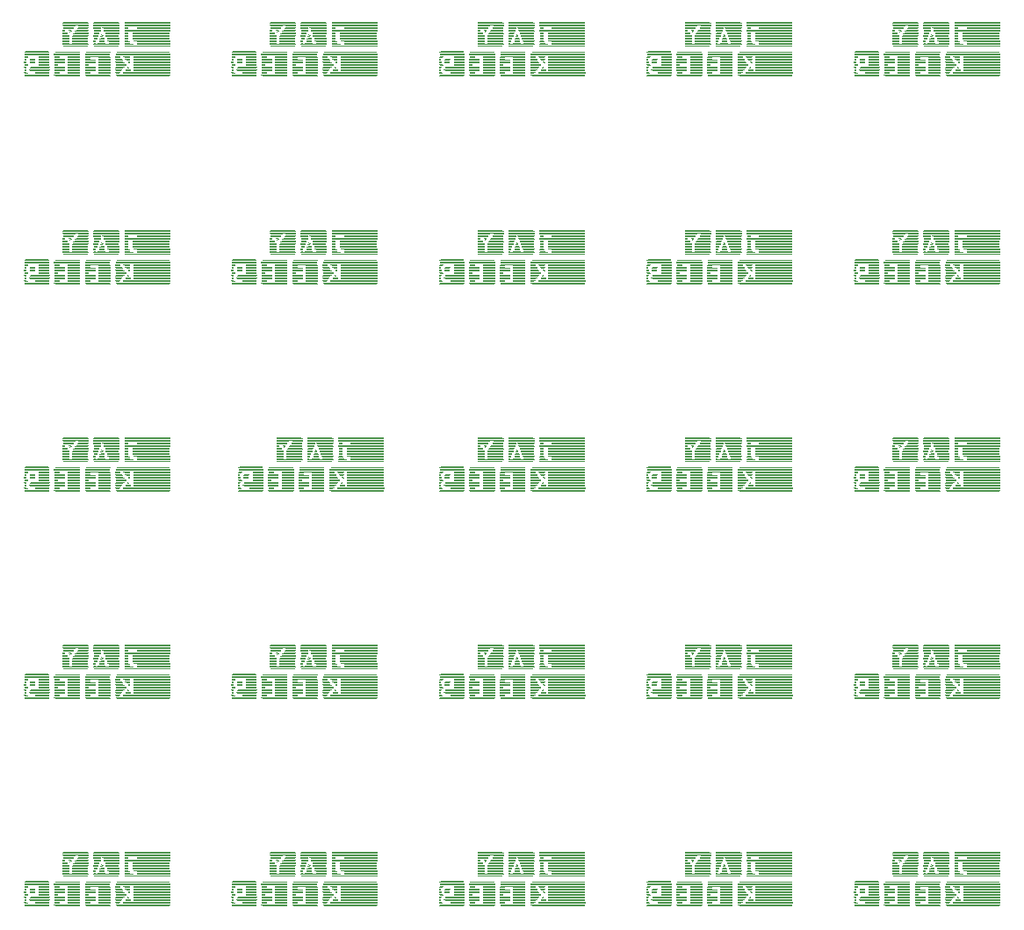
<source format=gbr>
G04 EAGLE Gerber RS-274X export*
G75*
%MOMM*%
%FSLAX34Y34*%
%LPD*%
%INSilkscreen Bottom*%
%IPPOS*%
%AMOC8*
5,1,8,0,0,1.08239X$1,22.5*%
G01*
%ADD10R,2.032000X0.084838*%
%ADD11R,2.199638X0.084838*%
%ADD12R,2.202181X0.084838*%
%ADD13R,4.909819X0.084838*%
%ADD14R,2.369819X0.084581*%
%ADD15R,2.372362X0.084581*%
%ADD16R,5.163819X0.084581*%
%ADD17R,2.453638X0.084581*%
%ADD18R,2.456181X0.084581*%
%ADD19R,5.250181X0.084581*%
%ADD20R,2.453638X0.084838*%
%ADD21R,2.456181X0.084838*%
%ADD22R,5.250181X0.084838*%
%ADD23R,0.337819X0.084581*%
%ADD24R,1.437638X0.084581*%
%ADD25R,0.591819X0.084581*%
%ADD26R,1.102363X0.084581*%
%ADD27R,0.508000X0.084581*%
%ADD28R,1.183638X0.084581*%
%ADD29R,0.340363X0.084581*%
%ADD30R,4.488181X0.084581*%
%ADD31R,0.254000X0.084581*%
%ADD32R,0.424181X0.084581*%
%ADD33R,0.167637X0.084838*%
%ADD34R,1.778000X0.084838*%
%ADD35R,0.591819X0.084838*%
%ADD36R,1.102363X0.084838*%
%ADD37R,0.508000X0.084838*%
%ADD38R,1.183638X0.084838*%
%ADD39R,0.762000X0.084838*%
%ADD40R,3.556000X0.084838*%
%ADD41R,0.167637X0.084581*%
%ADD42R,1.945638X0.084581*%
%ADD43R,1.016000X0.084581*%
%ADD44R,3.556000X0.084581*%
%ADD45R,2.032000X0.084581*%
%ADD46R,0.594363X0.084581*%
%ADD47R,1.016000X0.084838*%
%ADD48R,0.678181X0.084838*%
%ADD49R,0.254000X0.084838*%
%ADD50R,0.762000X0.084581*%
%ADD51R,1.861819X0.084581*%
%ADD52R,0.848363X0.084581*%
%ADD53R,0.083819X0.084581*%
%ADD54R,0.337819X0.084838*%
%ADD55R,1.099819X0.084838*%
%ADD56R,0.932181X0.084838*%
%ADD57R,0.421637X0.084581*%
%ADD58R,1.099819X0.084581*%
%ADD59R,0.424181X0.084838*%
%ADD60R,0.086363X0.084838*%
%ADD61R,0.086363X0.084581*%
%ADD62R,0.170181X0.084581*%
%ADD63R,0.678181X0.084581*%
%ADD64R,0.340363X0.084838*%
%ADD65R,2.372362X0.084838*%
%ADD66R,2.369819X0.084838*%
%ADD67R,2.118362X0.084581*%
%ADD68R,4.401819X0.084581*%
%ADD69R,4.401819X0.084838*%
%ADD70R,0.845819X0.084581*%
%ADD71R,3.218181X0.084581*%
%ADD72R,1.607819X0.084581*%
%ADD73R,0.594363X0.084838*%
%ADD74R,1.607819X0.084838*%
%ADD75R,0.170181X0.084838*%
%ADD76R,3.218181X0.084838*%
%ADD77R,0.421637X0.084838*%
%ADD78R,3.639819X0.084838*%
%ADD79R,1.186181X0.084581*%
%ADD80R,3.639819X0.084581*%
%ADD81R,1.186181X0.084838*%
%ADD82R,1.270000X0.084581*%
%ADD83R,1.524000X0.084581*%
%ADD84R,1.524000X0.084838*%
%ADD85R,0.083819X0.084838*%
%ADD86R,1.356363X0.084838*%
%ADD87R,1.440181X0.084581*%
%ADD88R,1.356363X0.084581*%
%ADD89R,1.353819X0.084581*%
%ADD90R,1.353819X0.084838*%
%ADD91R,1.440181X0.084838*%
%ADD92R,1.610363X0.084581*%
%ADD93R,0.932181X0.084581*%
%ADD94R,2.115819X0.084838*%
%ADD95R,4.147819X0.084838*%


D10*
X56018Y1343750D03*
D11*
X85660Y1343750D03*
D12*
X115289Y1343750D03*
D13*
X158469Y1343750D03*
D14*
X56031Y1344597D03*
D15*
X85660Y1344597D03*
D14*
X115289Y1344597D03*
D16*
X158901Y1344597D03*
D17*
X56450Y1345443D03*
D18*
X85241Y1345443D03*
D17*
X114870Y1345443D03*
D19*
X158469Y1345443D03*
D20*
X56450Y1346290D03*
D21*
X85241Y1346290D03*
D20*
X114870Y1346290D03*
D22*
X158469Y1346290D03*
D23*
X45871Y1347137D03*
D24*
X61530Y1347137D03*
D25*
X75919Y1347137D03*
D26*
X92010Y1347137D03*
D27*
X105142Y1347137D03*
D28*
X121220Y1347137D03*
D29*
X133920Y1347137D03*
D30*
X162279Y1347137D03*
D31*
X45452Y1347983D03*
D24*
X61530Y1347983D03*
D25*
X75919Y1347983D03*
D26*
X92010Y1347983D03*
D27*
X105142Y1347983D03*
D28*
X121220Y1347983D03*
D32*
X134339Y1347983D03*
D30*
X162279Y1347983D03*
D33*
X45020Y1348830D03*
D34*
X59828Y1348830D03*
D35*
X75919Y1348830D03*
D36*
X92010Y1348830D03*
D37*
X105142Y1348830D03*
D38*
X121220Y1348830D03*
D37*
X134758Y1348830D03*
D39*
X144512Y1348830D03*
D40*
X166940Y1348830D03*
D41*
X45020Y1349677D03*
D42*
X58990Y1349677D03*
D43*
X78040Y1349677D03*
D26*
X92010Y1349677D03*
D43*
X107682Y1349677D03*
D28*
X121220Y1349677D03*
D27*
X134758Y1349677D03*
D25*
X144499Y1349677D03*
D44*
X166940Y1349677D03*
D41*
X45020Y1350523D03*
D45*
X58558Y1350523D03*
D43*
X78040Y1350523D03*
D26*
X92010Y1350523D03*
D43*
X107682Y1350523D03*
D28*
X121220Y1350523D03*
D46*
X135190Y1350523D03*
D32*
X144499Y1350523D03*
D44*
X166940Y1350523D03*
D33*
X45020Y1351370D03*
D10*
X58558Y1351370D03*
D47*
X78040Y1351370D03*
D36*
X92010Y1351370D03*
D47*
X107682Y1351370D03*
D38*
X121220Y1351370D03*
D48*
X135609Y1351370D03*
D49*
X144512Y1351370D03*
D40*
X166940Y1351370D03*
D41*
X45020Y1352217D03*
D42*
X58990Y1352217D03*
D43*
X78040Y1352217D03*
D26*
X92010Y1352217D03*
D43*
X107682Y1352217D03*
D28*
X121220Y1352217D03*
D50*
X136028Y1352217D03*
D41*
X144080Y1352217D03*
D44*
X166940Y1352217D03*
D31*
X45452Y1353063D03*
D51*
X59409Y1353063D03*
D43*
X78040Y1353063D03*
D26*
X92010Y1353063D03*
D43*
X107682Y1353063D03*
D28*
X121220Y1353063D03*
D52*
X136460Y1353063D03*
D53*
X144499Y1353063D03*
D44*
X166940Y1353063D03*
D54*
X45871Y1353910D03*
D55*
X63219Y1353910D03*
D54*
X74649Y1353910D03*
D36*
X92010Y1353910D03*
D54*
X104291Y1353910D03*
D38*
X121220Y1353910D03*
D56*
X136879Y1353910D03*
D40*
X166940Y1353910D03*
D57*
X46290Y1354757D03*
D58*
X63219Y1354757D03*
D23*
X74649Y1354757D03*
D26*
X92010Y1354757D03*
D23*
X104291Y1354757D03*
D28*
X121220Y1354757D03*
D43*
X137298Y1354757D03*
D44*
X166940Y1354757D03*
D23*
X45871Y1355603D03*
D58*
X63219Y1355603D03*
D23*
X74649Y1355603D03*
D26*
X92010Y1355603D03*
D23*
X104291Y1355603D03*
D28*
X121220Y1355603D03*
D43*
X137298Y1355603D03*
D44*
X166940Y1355603D03*
D49*
X45452Y1356450D03*
D59*
X52221Y1356450D03*
D55*
X63219Y1356450D03*
D54*
X74649Y1356450D03*
D36*
X92010Y1356450D03*
D47*
X107682Y1356450D03*
D38*
X121220Y1356450D03*
D56*
X136879Y1356450D03*
D60*
X145350Y1356450D03*
D40*
X166940Y1356450D03*
D31*
X45452Y1357297D03*
D27*
X51802Y1357297D03*
D58*
X63219Y1357297D03*
D43*
X78040Y1357297D03*
D26*
X92010Y1357297D03*
D43*
X107682Y1357297D03*
D28*
X121220Y1357297D03*
D52*
X136460Y1357297D03*
D61*
X145350Y1357297D03*
D44*
X166940Y1357297D03*
D31*
X45452Y1358143D03*
D27*
X51802Y1358143D03*
D58*
X63219Y1358143D03*
D43*
X78040Y1358143D03*
D26*
X92010Y1358143D03*
D43*
X107682Y1358143D03*
D28*
X121220Y1358143D03*
D50*
X136028Y1358143D03*
D62*
X144931Y1358143D03*
D44*
X166940Y1358143D03*
D33*
X45020Y1358990D03*
D37*
X51802Y1358990D03*
D55*
X63219Y1358990D03*
D47*
X78040Y1358990D03*
D36*
X92010Y1358990D03*
D47*
X107682Y1358990D03*
D38*
X121220Y1358990D03*
D39*
X136028Y1358990D03*
D49*
X144512Y1358990D03*
D40*
X166940Y1358990D03*
D41*
X45020Y1359837D03*
D27*
X51802Y1359837D03*
D58*
X63219Y1359837D03*
D43*
X78040Y1359837D03*
D26*
X92010Y1359837D03*
D43*
X107682Y1359837D03*
D28*
X121220Y1359837D03*
D63*
X135609Y1359837D03*
D29*
X144080Y1359837D03*
D44*
X166940Y1359837D03*
D41*
X45020Y1360683D03*
D32*
X52221Y1360683D03*
D58*
X63219Y1360683D03*
D43*
X78040Y1360683D03*
D26*
X92010Y1360683D03*
D27*
X105142Y1360683D03*
D28*
X121220Y1360683D03*
D46*
X135190Y1360683D03*
D32*
X143661Y1360683D03*
D44*
X166940Y1360683D03*
D49*
X45452Y1361530D03*
D55*
X63219Y1361530D03*
D35*
X75919Y1361530D03*
D36*
X92010Y1361530D03*
D37*
X105142Y1361530D03*
D38*
X121220Y1361530D03*
D37*
X134758Y1361530D03*
X143242Y1361530D03*
D40*
X166940Y1361530D03*
D23*
X45871Y1362377D03*
D58*
X63219Y1362377D03*
D25*
X75919Y1362377D03*
D26*
X92010Y1362377D03*
D27*
X105142Y1362377D03*
D28*
X121220Y1362377D03*
D32*
X134339Y1362377D03*
D27*
X143242Y1362377D03*
D44*
X166940Y1362377D03*
D57*
X46290Y1363223D03*
D58*
X63219Y1363223D03*
D25*
X75919Y1363223D03*
D26*
X92010Y1363223D03*
D17*
X114870Y1363223D03*
D32*
X134339Y1363223D03*
D46*
X142810Y1363223D03*
D44*
X166940Y1363223D03*
D20*
X56450Y1364070D03*
D21*
X85241Y1364070D03*
D20*
X114870Y1364070D03*
D64*
X133920Y1364070D03*
D48*
X142391Y1364070D03*
D40*
X166940Y1364070D03*
D17*
X56450Y1364917D03*
D18*
X85241Y1364917D03*
D17*
X114870Y1364917D03*
D19*
X158469Y1364917D03*
D17*
X56450Y1365763D03*
D18*
X85241Y1365763D03*
D17*
X114870Y1365763D03*
D19*
X158469Y1365763D03*
D20*
X56450Y1366610D03*
D65*
X85660Y1366610D03*
D66*
X115289Y1366610D03*
D22*
X158469Y1366610D03*
D14*
X56031Y1367457D03*
D15*
X85660Y1367457D03*
D14*
X115289Y1367457D03*
D16*
X158901Y1367457D03*
D67*
X56450Y1368303D03*
D15*
X93280Y1373383D03*
D14*
X122909Y1373383D03*
D68*
X162711Y1373383D03*
D21*
X93699Y1374230D03*
X123341Y1374230D03*
D69*
X162711Y1374230D03*
D18*
X93699Y1375077D03*
X123341Y1375077D03*
D70*
X144931Y1375077D03*
D71*
X168629Y1375077D03*
D46*
X84390Y1375923D03*
D72*
X97941Y1375923D03*
D62*
X111911Y1375923D03*
D50*
X119112Y1375923D03*
D43*
X130542Y1375923D03*
D25*
X143661Y1375923D03*
D71*
X168629Y1375923D03*
D73*
X84390Y1376770D03*
D74*
X97941Y1376770D03*
D75*
X111911Y1376770D03*
D48*
X119531Y1376770D03*
D47*
X130542Y1376770D03*
D37*
X143242Y1376770D03*
D76*
X168629Y1376770D03*
D46*
X84390Y1377617D03*
D72*
X97941Y1377617D03*
D31*
X112330Y1377617D03*
D25*
X119099Y1377617D03*
D43*
X130542Y1377617D03*
D27*
X143242Y1377617D03*
D71*
X168629Y1377617D03*
D46*
X84390Y1378463D03*
D72*
X97941Y1378463D03*
D31*
X112330Y1378463D03*
D25*
X119099Y1378463D03*
D26*
X130110Y1378463D03*
D57*
X142810Y1378463D03*
D44*
X166940Y1378463D03*
D73*
X84390Y1379310D03*
D74*
X97941Y1379310D03*
D49*
X112330Y1379310D03*
D37*
X119518Y1379310D03*
D36*
X130110Y1379310D03*
D77*
X142810Y1379310D03*
D78*
X166521Y1379310D03*
D46*
X84390Y1380157D03*
D72*
X97941Y1380157D03*
D23*
X112749Y1380157D03*
D32*
X119099Y1380157D03*
D79*
X129691Y1380157D03*
D57*
X142810Y1380157D03*
D80*
X166521Y1380157D03*
D46*
X84390Y1381003D03*
D72*
X97941Y1381003D03*
D23*
X112749Y1381003D03*
X119531Y1381003D03*
D79*
X129691Y1381003D03*
D57*
X142810Y1381003D03*
D80*
X166521Y1381003D03*
D73*
X84390Y1381850D03*
D74*
X97941Y1381850D03*
D59*
X113181Y1381850D03*
D49*
X119112Y1381850D03*
D81*
X129691Y1381850D03*
D77*
X142810Y1381850D03*
D78*
X166521Y1381850D03*
D46*
X84390Y1382697D03*
D72*
X97941Y1382697D03*
D32*
X113181Y1382697D03*
D31*
X119112Y1382697D03*
D82*
X129272Y1382697D03*
D57*
X142810Y1382697D03*
D80*
X166521Y1382697D03*
D46*
X84390Y1383543D03*
D83*
X98360Y1383543D03*
D32*
X113181Y1383543D03*
D62*
X119531Y1383543D03*
D82*
X129272Y1383543D03*
D57*
X142810Y1383543D03*
D80*
X166521Y1383543D03*
D37*
X83958Y1384390D03*
D84*
X98360Y1384390D03*
D37*
X113600Y1384390D03*
D85*
X119099Y1384390D03*
D86*
X128840Y1384390D03*
D77*
X142810Y1384390D03*
D78*
X166521Y1384390D03*
D32*
X83539Y1385237D03*
D87*
X98779Y1385237D03*
D27*
X113600Y1385237D03*
D88*
X128840Y1385237D03*
D57*
X142810Y1385237D03*
D80*
X166521Y1385237D03*
D32*
X83539Y1386083D03*
D89*
X99211Y1386083D03*
D25*
X114019Y1386083D03*
D88*
X128840Y1386083D03*
D57*
X142810Y1386083D03*
D80*
X166521Y1386083D03*
D64*
X83120Y1386930D03*
D85*
X88619Y1386930D03*
D90*
X99211Y1386930D03*
D35*
X114019Y1386930D03*
D91*
X128421Y1386930D03*
D77*
X142810Y1386930D03*
D78*
X166521Y1386930D03*
D31*
X82688Y1387777D03*
D62*
X89051Y1387777D03*
D82*
X99630Y1387777D03*
D63*
X114451Y1387777D03*
D87*
X128421Y1387777D03*
D68*
X162711Y1387777D03*
D31*
X82688Y1388623D03*
X88632Y1388623D03*
D79*
X100049Y1388623D03*
D63*
X114451Y1388623D03*
D83*
X128002Y1388623D03*
D68*
X162711Y1388623D03*
D56*
X86079Y1389470D03*
D81*
X100049Y1389470D03*
D48*
X114451Y1389470D03*
D84*
X128002Y1389470D03*
D69*
X162711Y1389470D03*
D43*
X86498Y1390317D03*
D58*
X100481Y1390317D03*
D50*
X114870Y1390317D03*
D83*
X128002Y1390317D03*
D57*
X142810Y1390317D03*
D71*
X168629Y1390317D03*
D43*
X86498Y1391163D03*
X100900Y1391163D03*
D50*
X114870Y1391163D03*
D92*
X127570Y1391163D03*
D57*
X142810Y1391163D03*
D71*
X168629Y1391163D03*
D36*
X86930Y1392010D03*
D47*
X100900Y1392010D03*
D21*
X123341Y1392010D03*
D77*
X142810Y1392010D03*
D76*
X168629Y1392010D03*
D79*
X87349Y1392857D03*
D93*
X101319Y1392857D03*
D18*
X123341Y1392857D03*
D68*
X162711Y1392857D03*
D18*
X93699Y1393703D03*
X123341Y1393703D03*
D68*
X162711Y1393703D03*
D21*
X93699Y1394550D03*
X123341Y1394550D03*
D69*
X162711Y1394550D03*
D18*
X93699Y1395397D03*
X123341Y1395397D03*
D68*
X162711Y1395397D03*
D15*
X93280Y1396243D03*
D14*
X122909Y1396243D03*
D68*
X162711Y1396243D03*
D94*
X93699Y1397090D03*
D12*
X122909Y1397090D03*
D95*
X162279Y1397090D03*
D10*
X256018Y1343750D03*
D11*
X285660Y1343750D03*
D12*
X315289Y1343750D03*
D13*
X358469Y1343750D03*
D14*
X256031Y1344597D03*
D15*
X285660Y1344597D03*
D14*
X315289Y1344597D03*
D16*
X358901Y1344597D03*
D17*
X256450Y1345443D03*
D18*
X285241Y1345443D03*
D17*
X314870Y1345443D03*
D19*
X358469Y1345443D03*
D20*
X256450Y1346290D03*
D21*
X285241Y1346290D03*
D20*
X314870Y1346290D03*
D22*
X358469Y1346290D03*
D23*
X245871Y1347137D03*
D24*
X261530Y1347137D03*
D25*
X275919Y1347137D03*
D26*
X292010Y1347137D03*
D27*
X305142Y1347137D03*
D28*
X321220Y1347137D03*
D29*
X333920Y1347137D03*
D30*
X362279Y1347137D03*
D31*
X245452Y1347983D03*
D24*
X261530Y1347983D03*
D25*
X275919Y1347983D03*
D26*
X292010Y1347983D03*
D27*
X305142Y1347983D03*
D28*
X321220Y1347983D03*
D32*
X334339Y1347983D03*
D30*
X362279Y1347983D03*
D33*
X245020Y1348830D03*
D34*
X259828Y1348830D03*
D35*
X275919Y1348830D03*
D36*
X292010Y1348830D03*
D37*
X305142Y1348830D03*
D38*
X321220Y1348830D03*
D37*
X334758Y1348830D03*
D39*
X344512Y1348830D03*
D40*
X366940Y1348830D03*
D41*
X245020Y1349677D03*
D42*
X258990Y1349677D03*
D43*
X278040Y1349677D03*
D26*
X292010Y1349677D03*
D43*
X307682Y1349677D03*
D28*
X321220Y1349677D03*
D27*
X334758Y1349677D03*
D25*
X344499Y1349677D03*
D44*
X366940Y1349677D03*
D41*
X245020Y1350523D03*
D45*
X258558Y1350523D03*
D43*
X278040Y1350523D03*
D26*
X292010Y1350523D03*
D43*
X307682Y1350523D03*
D28*
X321220Y1350523D03*
D46*
X335190Y1350523D03*
D32*
X344499Y1350523D03*
D44*
X366940Y1350523D03*
D33*
X245020Y1351370D03*
D10*
X258558Y1351370D03*
D47*
X278040Y1351370D03*
D36*
X292010Y1351370D03*
D47*
X307682Y1351370D03*
D38*
X321220Y1351370D03*
D48*
X335609Y1351370D03*
D49*
X344512Y1351370D03*
D40*
X366940Y1351370D03*
D41*
X245020Y1352217D03*
D42*
X258990Y1352217D03*
D43*
X278040Y1352217D03*
D26*
X292010Y1352217D03*
D43*
X307682Y1352217D03*
D28*
X321220Y1352217D03*
D50*
X336028Y1352217D03*
D41*
X344080Y1352217D03*
D44*
X366940Y1352217D03*
D31*
X245452Y1353063D03*
D51*
X259409Y1353063D03*
D43*
X278040Y1353063D03*
D26*
X292010Y1353063D03*
D43*
X307682Y1353063D03*
D28*
X321220Y1353063D03*
D52*
X336460Y1353063D03*
D53*
X344499Y1353063D03*
D44*
X366940Y1353063D03*
D54*
X245871Y1353910D03*
D55*
X263219Y1353910D03*
D54*
X274649Y1353910D03*
D36*
X292010Y1353910D03*
D54*
X304291Y1353910D03*
D38*
X321220Y1353910D03*
D56*
X336879Y1353910D03*
D40*
X366940Y1353910D03*
D57*
X246290Y1354757D03*
D58*
X263219Y1354757D03*
D23*
X274649Y1354757D03*
D26*
X292010Y1354757D03*
D23*
X304291Y1354757D03*
D28*
X321220Y1354757D03*
D43*
X337298Y1354757D03*
D44*
X366940Y1354757D03*
D23*
X245871Y1355603D03*
D58*
X263219Y1355603D03*
D23*
X274649Y1355603D03*
D26*
X292010Y1355603D03*
D23*
X304291Y1355603D03*
D28*
X321220Y1355603D03*
D43*
X337298Y1355603D03*
D44*
X366940Y1355603D03*
D49*
X245452Y1356450D03*
D59*
X252221Y1356450D03*
D55*
X263219Y1356450D03*
D54*
X274649Y1356450D03*
D36*
X292010Y1356450D03*
D47*
X307682Y1356450D03*
D38*
X321220Y1356450D03*
D56*
X336879Y1356450D03*
D60*
X345350Y1356450D03*
D40*
X366940Y1356450D03*
D31*
X245452Y1357297D03*
D27*
X251802Y1357297D03*
D58*
X263219Y1357297D03*
D43*
X278040Y1357297D03*
D26*
X292010Y1357297D03*
D43*
X307682Y1357297D03*
D28*
X321220Y1357297D03*
D52*
X336460Y1357297D03*
D61*
X345350Y1357297D03*
D44*
X366940Y1357297D03*
D31*
X245452Y1358143D03*
D27*
X251802Y1358143D03*
D58*
X263219Y1358143D03*
D43*
X278040Y1358143D03*
D26*
X292010Y1358143D03*
D43*
X307682Y1358143D03*
D28*
X321220Y1358143D03*
D50*
X336028Y1358143D03*
D62*
X344931Y1358143D03*
D44*
X366940Y1358143D03*
D33*
X245020Y1358990D03*
D37*
X251802Y1358990D03*
D55*
X263219Y1358990D03*
D47*
X278040Y1358990D03*
D36*
X292010Y1358990D03*
D47*
X307682Y1358990D03*
D38*
X321220Y1358990D03*
D39*
X336028Y1358990D03*
D49*
X344512Y1358990D03*
D40*
X366940Y1358990D03*
D41*
X245020Y1359837D03*
D27*
X251802Y1359837D03*
D58*
X263219Y1359837D03*
D43*
X278040Y1359837D03*
D26*
X292010Y1359837D03*
D43*
X307682Y1359837D03*
D28*
X321220Y1359837D03*
D63*
X335609Y1359837D03*
D29*
X344080Y1359837D03*
D44*
X366940Y1359837D03*
D41*
X245020Y1360683D03*
D32*
X252221Y1360683D03*
D58*
X263219Y1360683D03*
D43*
X278040Y1360683D03*
D26*
X292010Y1360683D03*
D27*
X305142Y1360683D03*
D28*
X321220Y1360683D03*
D46*
X335190Y1360683D03*
D32*
X343661Y1360683D03*
D44*
X366940Y1360683D03*
D49*
X245452Y1361530D03*
D55*
X263219Y1361530D03*
D35*
X275919Y1361530D03*
D36*
X292010Y1361530D03*
D37*
X305142Y1361530D03*
D38*
X321220Y1361530D03*
D37*
X334758Y1361530D03*
X343242Y1361530D03*
D40*
X366940Y1361530D03*
D23*
X245871Y1362377D03*
D58*
X263219Y1362377D03*
D25*
X275919Y1362377D03*
D26*
X292010Y1362377D03*
D27*
X305142Y1362377D03*
D28*
X321220Y1362377D03*
D32*
X334339Y1362377D03*
D27*
X343242Y1362377D03*
D44*
X366940Y1362377D03*
D57*
X246290Y1363223D03*
D58*
X263219Y1363223D03*
D25*
X275919Y1363223D03*
D26*
X292010Y1363223D03*
D17*
X314870Y1363223D03*
D32*
X334339Y1363223D03*
D46*
X342810Y1363223D03*
D44*
X366940Y1363223D03*
D20*
X256450Y1364070D03*
D21*
X285241Y1364070D03*
D20*
X314870Y1364070D03*
D64*
X333920Y1364070D03*
D48*
X342391Y1364070D03*
D40*
X366940Y1364070D03*
D17*
X256450Y1364917D03*
D18*
X285241Y1364917D03*
D17*
X314870Y1364917D03*
D19*
X358469Y1364917D03*
D17*
X256450Y1365763D03*
D18*
X285241Y1365763D03*
D17*
X314870Y1365763D03*
D19*
X358469Y1365763D03*
D20*
X256450Y1366610D03*
D65*
X285660Y1366610D03*
D66*
X315289Y1366610D03*
D22*
X358469Y1366610D03*
D14*
X256031Y1367457D03*
D15*
X285660Y1367457D03*
D14*
X315289Y1367457D03*
D16*
X358901Y1367457D03*
D67*
X256450Y1368303D03*
D15*
X293280Y1373383D03*
D14*
X322909Y1373383D03*
D68*
X362711Y1373383D03*
D21*
X293699Y1374230D03*
X323341Y1374230D03*
D69*
X362711Y1374230D03*
D18*
X293699Y1375077D03*
X323341Y1375077D03*
D70*
X344931Y1375077D03*
D71*
X368629Y1375077D03*
D46*
X284390Y1375923D03*
D72*
X297941Y1375923D03*
D62*
X311911Y1375923D03*
D50*
X319112Y1375923D03*
D43*
X330542Y1375923D03*
D25*
X343661Y1375923D03*
D71*
X368629Y1375923D03*
D73*
X284390Y1376770D03*
D74*
X297941Y1376770D03*
D75*
X311911Y1376770D03*
D48*
X319531Y1376770D03*
D47*
X330542Y1376770D03*
D37*
X343242Y1376770D03*
D76*
X368629Y1376770D03*
D46*
X284390Y1377617D03*
D72*
X297941Y1377617D03*
D31*
X312330Y1377617D03*
D25*
X319099Y1377617D03*
D43*
X330542Y1377617D03*
D27*
X343242Y1377617D03*
D71*
X368629Y1377617D03*
D46*
X284390Y1378463D03*
D72*
X297941Y1378463D03*
D31*
X312330Y1378463D03*
D25*
X319099Y1378463D03*
D26*
X330110Y1378463D03*
D57*
X342810Y1378463D03*
D44*
X366940Y1378463D03*
D73*
X284390Y1379310D03*
D74*
X297941Y1379310D03*
D49*
X312330Y1379310D03*
D37*
X319518Y1379310D03*
D36*
X330110Y1379310D03*
D77*
X342810Y1379310D03*
D78*
X366521Y1379310D03*
D46*
X284390Y1380157D03*
D72*
X297941Y1380157D03*
D23*
X312749Y1380157D03*
D32*
X319099Y1380157D03*
D79*
X329691Y1380157D03*
D57*
X342810Y1380157D03*
D80*
X366521Y1380157D03*
D46*
X284390Y1381003D03*
D72*
X297941Y1381003D03*
D23*
X312749Y1381003D03*
X319531Y1381003D03*
D79*
X329691Y1381003D03*
D57*
X342810Y1381003D03*
D80*
X366521Y1381003D03*
D73*
X284390Y1381850D03*
D74*
X297941Y1381850D03*
D59*
X313181Y1381850D03*
D49*
X319112Y1381850D03*
D81*
X329691Y1381850D03*
D77*
X342810Y1381850D03*
D78*
X366521Y1381850D03*
D46*
X284390Y1382697D03*
D72*
X297941Y1382697D03*
D32*
X313181Y1382697D03*
D31*
X319112Y1382697D03*
D82*
X329272Y1382697D03*
D57*
X342810Y1382697D03*
D80*
X366521Y1382697D03*
D46*
X284390Y1383543D03*
D83*
X298360Y1383543D03*
D32*
X313181Y1383543D03*
D62*
X319531Y1383543D03*
D82*
X329272Y1383543D03*
D57*
X342810Y1383543D03*
D80*
X366521Y1383543D03*
D37*
X283958Y1384390D03*
D84*
X298360Y1384390D03*
D37*
X313600Y1384390D03*
D85*
X319099Y1384390D03*
D86*
X328840Y1384390D03*
D77*
X342810Y1384390D03*
D78*
X366521Y1384390D03*
D32*
X283539Y1385237D03*
D87*
X298779Y1385237D03*
D27*
X313600Y1385237D03*
D88*
X328840Y1385237D03*
D57*
X342810Y1385237D03*
D80*
X366521Y1385237D03*
D32*
X283539Y1386083D03*
D89*
X299211Y1386083D03*
D25*
X314019Y1386083D03*
D88*
X328840Y1386083D03*
D57*
X342810Y1386083D03*
D80*
X366521Y1386083D03*
D64*
X283120Y1386930D03*
D85*
X288619Y1386930D03*
D90*
X299211Y1386930D03*
D35*
X314019Y1386930D03*
D91*
X328421Y1386930D03*
D77*
X342810Y1386930D03*
D78*
X366521Y1386930D03*
D31*
X282688Y1387777D03*
D62*
X289051Y1387777D03*
D82*
X299630Y1387777D03*
D63*
X314451Y1387777D03*
D87*
X328421Y1387777D03*
D68*
X362711Y1387777D03*
D31*
X282688Y1388623D03*
X288632Y1388623D03*
D79*
X300049Y1388623D03*
D63*
X314451Y1388623D03*
D83*
X328002Y1388623D03*
D68*
X362711Y1388623D03*
D56*
X286079Y1389470D03*
D81*
X300049Y1389470D03*
D48*
X314451Y1389470D03*
D84*
X328002Y1389470D03*
D69*
X362711Y1389470D03*
D43*
X286498Y1390317D03*
D58*
X300481Y1390317D03*
D50*
X314870Y1390317D03*
D83*
X328002Y1390317D03*
D57*
X342810Y1390317D03*
D71*
X368629Y1390317D03*
D43*
X286498Y1391163D03*
X300900Y1391163D03*
D50*
X314870Y1391163D03*
D92*
X327570Y1391163D03*
D57*
X342810Y1391163D03*
D71*
X368629Y1391163D03*
D36*
X286930Y1392010D03*
D47*
X300900Y1392010D03*
D21*
X323341Y1392010D03*
D77*
X342810Y1392010D03*
D76*
X368629Y1392010D03*
D79*
X287349Y1392857D03*
D93*
X301319Y1392857D03*
D18*
X323341Y1392857D03*
D68*
X362711Y1392857D03*
D18*
X293699Y1393703D03*
X323341Y1393703D03*
D68*
X362711Y1393703D03*
D21*
X293699Y1394550D03*
X323341Y1394550D03*
D69*
X362711Y1394550D03*
D18*
X293699Y1395397D03*
X323341Y1395397D03*
D68*
X362711Y1395397D03*
D15*
X293280Y1396243D03*
D14*
X322909Y1396243D03*
D68*
X362711Y1396243D03*
D94*
X293699Y1397090D03*
D12*
X322909Y1397090D03*
D95*
X362279Y1397090D03*
D10*
X456018Y1343750D03*
D11*
X485660Y1343750D03*
D12*
X515289Y1343750D03*
D13*
X558469Y1343750D03*
D14*
X456031Y1344597D03*
D15*
X485660Y1344597D03*
D14*
X515289Y1344597D03*
D16*
X558901Y1344597D03*
D17*
X456450Y1345443D03*
D18*
X485241Y1345443D03*
D17*
X514870Y1345443D03*
D19*
X558469Y1345443D03*
D20*
X456450Y1346290D03*
D21*
X485241Y1346290D03*
D20*
X514870Y1346290D03*
D22*
X558469Y1346290D03*
D23*
X445871Y1347137D03*
D24*
X461530Y1347137D03*
D25*
X475919Y1347137D03*
D26*
X492010Y1347137D03*
D27*
X505142Y1347137D03*
D28*
X521220Y1347137D03*
D29*
X533920Y1347137D03*
D30*
X562279Y1347137D03*
D31*
X445452Y1347983D03*
D24*
X461530Y1347983D03*
D25*
X475919Y1347983D03*
D26*
X492010Y1347983D03*
D27*
X505142Y1347983D03*
D28*
X521220Y1347983D03*
D32*
X534339Y1347983D03*
D30*
X562279Y1347983D03*
D33*
X445020Y1348830D03*
D34*
X459828Y1348830D03*
D35*
X475919Y1348830D03*
D36*
X492010Y1348830D03*
D37*
X505142Y1348830D03*
D38*
X521220Y1348830D03*
D37*
X534758Y1348830D03*
D39*
X544512Y1348830D03*
D40*
X566940Y1348830D03*
D41*
X445020Y1349677D03*
D42*
X458990Y1349677D03*
D43*
X478040Y1349677D03*
D26*
X492010Y1349677D03*
D43*
X507682Y1349677D03*
D28*
X521220Y1349677D03*
D27*
X534758Y1349677D03*
D25*
X544499Y1349677D03*
D44*
X566940Y1349677D03*
D41*
X445020Y1350523D03*
D45*
X458558Y1350523D03*
D43*
X478040Y1350523D03*
D26*
X492010Y1350523D03*
D43*
X507682Y1350523D03*
D28*
X521220Y1350523D03*
D46*
X535190Y1350523D03*
D32*
X544499Y1350523D03*
D44*
X566940Y1350523D03*
D33*
X445020Y1351370D03*
D10*
X458558Y1351370D03*
D47*
X478040Y1351370D03*
D36*
X492010Y1351370D03*
D47*
X507682Y1351370D03*
D38*
X521220Y1351370D03*
D48*
X535609Y1351370D03*
D49*
X544512Y1351370D03*
D40*
X566940Y1351370D03*
D41*
X445020Y1352217D03*
D42*
X458990Y1352217D03*
D43*
X478040Y1352217D03*
D26*
X492010Y1352217D03*
D43*
X507682Y1352217D03*
D28*
X521220Y1352217D03*
D50*
X536028Y1352217D03*
D41*
X544080Y1352217D03*
D44*
X566940Y1352217D03*
D31*
X445452Y1353063D03*
D51*
X459409Y1353063D03*
D43*
X478040Y1353063D03*
D26*
X492010Y1353063D03*
D43*
X507682Y1353063D03*
D28*
X521220Y1353063D03*
D52*
X536460Y1353063D03*
D53*
X544499Y1353063D03*
D44*
X566940Y1353063D03*
D54*
X445871Y1353910D03*
D55*
X463219Y1353910D03*
D54*
X474649Y1353910D03*
D36*
X492010Y1353910D03*
D54*
X504291Y1353910D03*
D38*
X521220Y1353910D03*
D56*
X536879Y1353910D03*
D40*
X566940Y1353910D03*
D57*
X446290Y1354757D03*
D58*
X463219Y1354757D03*
D23*
X474649Y1354757D03*
D26*
X492010Y1354757D03*
D23*
X504291Y1354757D03*
D28*
X521220Y1354757D03*
D43*
X537298Y1354757D03*
D44*
X566940Y1354757D03*
D23*
X445871Y1355603D03*
D58*
X463219Y1355603D03*
D23*
X474649Y1355603D03*
D26*
X492010Y1355603D03*
D23*
X504291Y1355603D03*
D28*
X521220Y1355603D03*
D43*
X537298Y1355603D03*
D44*
X566940Y1355603D03*
D49*
X445452Y1356450D03*
D59*
X452221Y1356450D03*
D55*
X463219Y1356450D03*
D54*
X474649Y1356450D03*
D36*
X492010Y1356450D03*
D47*
X507682Y1356450D03*
D38*
X521220Y1356450D03*
D56*
X536879Y1356450D03*
D60*
X545350Y1356450D03*
D40*
X566940Y1356450D03*
D31*
X445452Y1357297D03*
D27*
X451802Y1357297D03*
D58*
X463219Y1357297D03*
D43*
X478040Y1357297D03*
D26*
X492010Y1357297D03*
D43*
X507682Y1357297D03*
D28*
X521220Y1357297D03*
D52*
X536460Y1357297D03*
D61*
X545350Y1357297D03*
D44*
X566940Y1357297D03*
D31*
X445452Y1358143D03*
D27*
X451802Y1358143D03*
D58*
X463219Y1358143D03*
D43*
X478040Y1358143D03*
D26*
X492010Y1358143D03*
D43*
X507682Y1358143D03*
D28*
X521220Y1358143D03*
D50*
X536028Y1358143D03*
D62*
X544931Y1358143D03*
D44*
X566940Y1358143D03*
D33*
X445020Y1358990D03*
D37*
X451802Y1358990D03*
D55*
X463219Y1358990D03*
D47*
X478040Y1358990D03*
D36*
X492010Y1358990D03*
D47*
X507682Y1358990D03*
D38*
X521220Y1358990D03*
D39*
X536028Y1358990D03*
D49*
X544512Y1358990D03*
D40*
X566940Y1358990D03*
D41*
X445020Y1359837D03*
D27*
X451802Y1359837D03*
D58*
X463219Y1359837D03*
D43*
X478040Y1359837D03*
D26*
X492010Y1359837D03*
D43*
X507682Y1359837D03*
D28*
X521220Y1359837D03*
D63*
X535609Y1359837D03*
D29*
X544080Y1359837D03*
D44*
X566940Y1359837D03*
D41*
X445020Y1360683D03*
D32*
X452221Y1360683D03*
D58*
X463219Y1360683D03*
D43*
X478040Y1360683D03*
D26*
X492010Y1360683D03*
D27*
X505142Y1360683D03*
D28*
X521220Y1360683D03*
D46*
X535190Y1360683D03*
D32*
X543661Y1360683D03*
D44*
X566940Y1360683D03*
D49*
X445452Y1361530D03*
D55*
X463219Y1361530D03*
D35*
X475919Y1361530D03*
D36*
X492010Y1361530D03*
D37*
X505142Y1361530D03*
D38*
X521220Y1361530D03*
D37*
X534758Y1361530D03*
X543242Y1361530D03*
D40*
X566940Y1361530D03*
D23*
X445871Y1362377D03*
D58*
X463219Y1362377D03*
D25*
X475919Y1362377D03*
D26*
X492010Y1362377D03*
D27*
X505142Y1362377D03*
D28*
X521220Y1362377D03*
D32*
X534339Y1362377D03*
D27*
X543242Y1362377D03*
D44*
X566940Y1362377D03*
D57*
X446290Y1363223D03*
D58*
X463219Y1363223D03*
D25*
X475919Y1363223D03*
D26*
X492010Y1363223D03*
D17*
X514870Y1363223D03*
D32*
X534339Y1363223D03*
D46*
X542810Y1363223D03*
D44*
X566940Y1363223D03*
D20*
X456450Y1364070D03*
D21*
X485241Y1364070D03*
D20*
X514870Y1364070D03*
D64*
X533920Y1364070D03*
D48*
X542391Y1364070D03*
D40*
X566940Y1364070D03*
D17*
X456450Y1364917D03*
D18*
X485241Y1364917D03*
D17*
X514870Y1364917D03*
D19*
X558469Y1364917D03*
D17*
X456450Y1365763D03*
D18*
X485241Y1365763D03*
D17*
X514870Y1365763D03*
D19*
X558469Y1365763D03*
D20*
X456450Y1366610D03*
D65*
X485660Y1366610D03*
D66*
X515289Y1366610D03*
D22*
X558469Y1366610D03*
D14*
X456031Y1367457D03*
D15*
X485660Y1367457D03*
D14*
X515289Y1367457D03*
D16*
X558901Y1367457D03*
D67*
X456450Y1368303D03*
D15*
X493280Y1373383D03*
D14*
X522909Y1373383D03*
D68*
X562711Y1373383D03*
D21*
X493699Y1374230D03*
X523341Y1374230D03*
D69*
X562711Y1374230D03*
D18*
X493699Y1375077D03*
X523341Y1375077D03*
D70*
X544931Y1375077D03*
D71*
X568629Y1375077D03*
D46*
X484390Y1375923D03*
D72*
X497941Y1375923D03*
D62*
X511911Y1375923D03*
D50*
X519112Y1375923D03*
D43*
X530542Y1375923D03*
D25*
X543661Y1375923D03*
D71*
X568629Y1375923D03*
D73*
X484390Y1376770D03*
D74*
X497941Y1376770D03*
D75*
X511911Y1376770D03*
D48*
X519531Y1376770D03*
D47*
X530542Y1376770D03*
D37*
X543242Y1376770D03*
D76*
X568629Y1376770D03*
D46*
X484390Y1377617D03*
D72*
X497941Y1377617D03*
D31*
X512330Y1377617D03*
D25*
X519099Y1377617D03*
D43*
X530542Y1377617D03*
D27*
X543242Y1377617D03*
D71*
X568629Y1377617D03*
D46*
X484390Y1378463D03*
D72*
X497941Y1378463D03*
D31*
X512330Y1378463D03*
D25*
X519099Y1378463D03*
D26*
X530110Y1378463D03*
D57*
X542810Y1378463D03*
D44*
X566940Y1378463D03*
D73*
X484390Y1379310D03*
D74*
X497941Y1379310D03*
D49*
X512330Y1379310D03*
D37*
X519518Y1379310D03*
D36*
X530110Y1379310D03*
D77*
X542810Y1379310D03*
D78*
X566521Y1379310D03*
D46*
X484390Y1380157D03*
D72*
X497941Y1380157D03*
D23*
X512749Y1380157D03*
D32*
X519099Y1380157D03*
D79*
X529691Y1380157D03*
D57*
X542810Y1380157D03*
D80*
X566521Y1380157D03*
D46*
X484390Y1381003D03*
D72*
X497941Y1381003D03*
D23*
X512749Y1381003D03*
X519531Y1381003D03*
D79*
X529691Y1381003D03*
D57*
X542810Y1381003D03*
D80*
X566521Y1381003D03*
D73*
X484390Y1381850D03*
D74*
X497941Y1381850D03*
D59*
X513181Y1381850D03*
D49*
X519112Y1381850D03*
D81*
X529691Y1381850D03*
D77*
X542810Y1381850D03*
D78*
X566521Y1381850D03*
D46*
X484390Y1382697D03*
D72*
X497941Y1382697D03*
D32*
X513181Y1382697D03*
D31*
X519112Y1382697D03*
D82*
X529272Y1382697D03*
D57*
X542810Y1382697D03*
D80*
X566521Y1382697D03*
D46*
X484390Y1383543D03*
D83*
X498360Y1383543D03*
D32*
X513181Y1383543D03*
D62*
X519531Y1383543D03*
D82*
X529272Y1383543D03*
D57*
X542810Y1383543D03*
D80*
X566521Y1383543D03*
D37*
X483958Y1384390D03*
D84*
X498360Y1384390D03*
D37*
X513600Y1384390D03*
D85*
X519099Y1384390D03*
D86*
X528840Y1384390D03*
D77*
X542810Y1384390D03*
D78*
X566521Y1384390D03*
D32*
X483539Y1385237D03*
D87*
X498779Y1385237D03*
D27*
X513600Y1385237D03*
D88*
X528840Y1385237D03*
D57*
X542810Y1385237D03*
D80*
X566521Y1385237D03*
D32*
X483539Y1386083D03*
D89*
X499211Y1386083D03*
D25*
X514019Y1386083D03*
D88*
X528840Y1386083D03*
D57*
X542810Y1386083D03*
D80*
X566521Y1386083D03*
D64*
X483120Y1386930D03*
D85*
X488619Y1386930D03*
D90*
X499211Y1386930D03*
D35*
X514019Y1386930D03*
D91*
X528421Y1386930D03*
D77*
X542810Y1386930D03*
D78*
X566521Y1386930D03*
D31*
X482688Y1387777D03*
D62*
X489051Y1387777D03*
D82*
X499630Y1387777D03*
D63*
X514451Y1387777D03*
D87*
X528421Y1387777D03*
D68*
X562711Y1387777D03*
D31*
X482688Y1388623D03*
X488632Y1388623D03*
D79*
X500049Y1388623D03*
D63*
X514451Y1388623D03*
D83*
X528002Y1388623D03*
D68*
X562711Y1388623D03*
D56*
X486079Y1389470D03*
D81*
X500049Y1389470D03*
D48*
X514451Y1389470D03*
D84*
X528002Y1389470D03*
D69*
X562711Y1389470D03*
D43*
X486498Y1390317D03*
D58*
X500481Y1390317D03*
D50*
X514870Y1390317D03*
D83*
X528002Y1390317D03*
D57*
X542810Y1390317D03*
D71*
X568629Y1390317D03*
D43*
X486498Y1391163D03*
X500900Y1391163D03*
D50*
X514870Y1391163D03*
D92*
X527570Y1391163D03*
D57*
X542810Y1391163D03*
D71*
X568629Y1391163D03*
D36*
X486930Y1392010D03*
D47*
X500900Y1392010D03*
D21*
X523341Y1392010D03*
D77*
X542810Y1392010D03*
D76*
X568629Y1392010D03*
D79*
X487349Y1392857D03*
D93*
X501319Y1392857D03*
D18*
X523341Y1392857D03*
D68*
X562711Y1392857D03*
D18*
X493699Y1393703D03*
X523341Y1393703D03*
D68*
X562711Y1393703D03*
D21*
X493699Y1394550D03*
X523341Y1394550D03*
D69*
X562711Y1394550D03*
D18*
X493699Y1395397D03*
X523341Y1395397D03*
D68*
X562711Y1395397D03*
D15*
X493280Y1396243D03*
D14*
X522909Y1396243D03*
D68*
X562711Y1396243D03*
D94*
X493699Y1397090D03*
D12*
X522909Y1397090D03*
D95*
X562279Y1397090D03*
D10*
X656018Y1343750D03*
D11*
X685660Y1343750D03*
D12*
X715289Y1343750D03*
D13*
X758469Y1343750D03*
D14*
X656031Y1344597D03*
D15*
X685660Y1344597D03*
D14*
X715289Y1344597D03*
D16*
X758901Y1344597D03*
D17*
X656450Y1345443D03*
D18*
X685241Y1345443D03*
D17*
X714870Y1345443D03*
D19*
X758469Y1345443D03*
D20*
X656450Y1346290D03*
D21*
X685241Y1346290D03*
D20*
X714870Y1346290D03*
D22*
X758469Y1346290D03*
D23*
X645871Y1347137D03*
D24*
X661530Y1347137D03*
D25*
X675919Y1347137D03*
D26*
X692010Y1347137D03*
D27*
X705142Y1347137D03*
D28*
X721220Y1347137D03*
D29*
X733920Y1347137D03*
D30*
X762279Y1347137D03*
D31*
X645452Y1347983D03*
D24*
X661530Y1347983D03*
D25*
X675919Y1347983D03*
D26*
X692010Y1347983D03*
D27*
X705142Y1347983D03*
D28*
X721220Y1347983D03*
D32*
X734339Y1347983D03*
D30*
X762279Y1347983D03*
D33*
X645020Y1348830D03*
D34*
X659828Y1348830D03*
D35*
X675919Y1348830D03*
D36*
X692010Y1348830D03*
D37*
X705142Y1348830D03*
D38*
X721220Y1348830D03*
D37*
X734758Y1348830D03*
D39*
X744512Y1348830D03*
D40*
X766940Y1348830D03*
D41*
X645020Y1349677D03*
D42*
X658990Y1349677D03*
D43*
X678040Y1349677D03*
D26*
X692010Y1349677D03*
D43*
X707682Y1349677D03*
D28*
X721220Y1349677D03*
D27*
X734758Y1349677D03*
D25*
X744499Y1349677D03*
D44*
X766940Y1349677D03*
D41*
X645020Y1350523D03*
D45*
X658558Y1350523D03*
D43*
X678040Y1350523D03*
D26*
X692010Y1350523D03*
D43*
X707682Y1350523D03*
D28*
X721220Y1350523D03*
D46*
X735190Y1350523D03*
D32*
X744499Y1350523D03*
D44*
X766940Y1350523D03*
D33*
X645020Y1351370D03*
D10*
X658558Y1351370D03*
D47*
X678040Y1351370D03*
D36*
X692010Y1351370D03*
D47*
X707682Y1351370D03*
D38*
X721220Y1351370D03*
D48*
X735609Y1351370D03*
D49*
X744512Y1351370D03*
D40*
X766940Y1351370D03*
D41*
X645020Y1352217D03*
D42*
X658990Y1352217D03*
D43*
X678040Y1352217D03*
D26*
X692010Y1352217D03*
D43*
X707682Y1352217D03*
D28*
X721220Y1352217D03*
D50*
X736028Y1352217D03*
D41*
X744080Y1352217D03*
D44*
X766940Y1352217D03*
D31*
X645452Y1353063D03*
D51*
X659409Y1353063D03*
D43*
X678040Y1353063D03*
D26*
X692010Y1353063D03*
D43*
X707682Y1353063D03*
D28*
X721220Y1353063D03*
D52*
X736460Y1353063D03*
D53*
X744499Y1353063D03*
D44*
X766940Y1353063D03*
D54*
X645871Y1353910D03*
D55*
X663219Y1353910D03*
D54*
X674649Y1353910D03*
D36*
X692010Y1353910D03*
D54*
X704291Y1353910D03*
D38*
X721220Y1353910D03*
D56*
X736879Y1353910D03*
D40*
X766940Y1353910D03*
D57*
X646290Y1354757D03*
D58*
X663219Y1354757D03*
D23*
X674649Y1354757D03*
D26*
X692010Y1354757D03*
D23*
X704291Y1354757D03*
D28*
X721220Y1354757D03*
D43*
X737298Y1354757D03*
D44*
X766940Y1354757D03*
D23*
X645871Y1355603D03*
D58*
X663219Y1355603D03*
D23*
X674649Y1355603D03*
D26*
X692010Y1355603D03*
D23*
X704291Y1355603D03*
D28*
X721220Y1355603D03*
D43*
X737298Y1355603D03*
D44*
X766940Y1355603D03*
D49*
X645452Y1356450D03*
D59*
X652221Y1356450D03*
D55*
X663219Y1356450D03*
D54*
X674649Y1356450D03*
D36*
X692010Y1356450D03*
D47*
X707682Y1356450D03*
D38*
X721220Y1356450D03*
D56*
X736879Y1356450D03*
D60*
X745350Y1356450D03*
D40*
X766940Y1356450D03*
D31*
X645452Y1357297D03*
D27*
X651802Y1357297D03*
D58*
X663219Y1357297D03*
D43*
X678040Y1357297D03*
D26*
X692010Y1357297D03*
D43*
X707682Y1357297D03*
D28*
X721220Y1357297D03*
D52*
X736460Y1357297D03*
D61*
X745350Y1357297D03*
D44*
X766940Y1357297D03*
D31*
X645452Y1358143D03*
D27*
X651802Y1358143D03*
D58*
X663219Y1358143D03*
D43*
X678040Y1358143D03*
D26*
X692010Y1358143D03*
D43*
X707682Y1358143D03*
D28*
X721220Y1358143D03*
D50*
X736028Y1358143D03*
D62*
X744931Y1358143D03*
D44*
X766940Y1358143D03*
D33*
X645020Y1358990D03*
D37*
X651802Y1358990D03*
D55*
X663219Y1358990D03*
D47*
X678040Y1358990D03*
D36*
X692010Y1358990D03*
D47*
X707682Y1358990D03*
D38*
X721220Y1358990D03*
D39*
X736028Y1358990D03*
D49*
X744512Y1358990D03*
D40*
X766940Y1358990D03*
D41*
X645020Y1359837D03*
D27*
X651802Y1359837D03*
D58*
X663219Y1359837D03*
D43*
X678040Y1359837D03*
D26*
X692010Y1359837D03*
D43*
X707682Y1359837D03*
D28*
X721220Y1359837D03*
D63*
X735609Y1359837D03*
D29*
X744080Y1359837D03*
D44*
X766940Y1359837D03*
D41*
X645020Y1360683D03*
D32*
X652221Y1360683D03*
D58*
X663219Y1360683D03*
D43*
X678040Y1360683D03*
D26*
X692010Y1360683D03*
D27*
X705142Y1360683D03*
D28*
X721220Y1360683D03*
D46*
X735190Y1360683D03*
D32*
X743661Y1360683D03*
D44*
X766940Y1360683D03*
D49*
X645452Y1361530D03*
D55*
X663219Y1361530D03*
D35*
X675919Y1361530D03*
D36*
X692010Y1361530D03*
D37*
X705142Y1361530D03*
D38*
X721220Y1361530D03*
D37*
X734758Y1361530D03*
X743242Y1361530D03*
D40*
X766940Y1361530D03*
D23*
X645871Y1362377D03*
D58*
X663219Y1362377D03*
D25*
X675919Y1362377D03*
D26*
X692010Y1362377D03*
D27*
X705142Y1362377D03*
D28*
X721220Y1362377D03*
D32*
X734339Y1362377D03*
D27*
X743242Y1362377D03*
D44*
X766940Y1362377D03*
D57*
X646290Y1363223D03*
D58*
X663219Y1363223D03*
D25*
X675919Y1363223D03*
D26*
X692010Y1363223D03*
D17*
X714870Y1363223D03*
D32*
X734339Y1363223D03*
D46*
X742810Y1363223D03*
D44*
X766940Y1363223D03*
D20*
X656450Y1364070D03*
D21*
X685241Y1364070D03*
D20*
X714870Y1364070D03*
D64*
X733920Y1364070D03*
D48*
X742391Y1364070D03*
D40*
X766940Y1364070D03*
D17*
X656450Y1364917D03*
D18*
X685241Y1364917D03*
D17*
X714870Y1364917D03*
D19*
X758469Y1364917D03*
D17*
X656450Y1365763D03*
D18*
X685241Y1365763D03*
D17*
X714870Y1365763D03*
D19*
X758469Y1365763D03*
D20*
X656450Y1366610D03*
D65*
X685660Y1366610D03*
D66*
X715289Y1366610D03*
D22*
X758469Y1366610D03*
D14*
X656031Y1367457D03*
D15*
X685660Y1367457D03*
D14*
X715289Y1367457D03*
D16*
X758901Y1367457D03*
D67*
X656450Y1368303D03*
D15*
X693280Y1373383D03*
D14*
X722909Y1373383D03*
D68*
X762711Y1373383D03*
D21*
X693699Y1374230D03*
X723341Y1374230D03*
D69*
X762711Y1374230D03*
D18*
X693699Y1375077D03*
X723341Y1375077D03*
D70*
X744931Y1375077D03*
D71*
X768629Y1375077D03*
D46*
X684390Y1375923D03*
D72*
X697941Y1375923D03*
D62*
X711911Y1375923D03*
D50*
X719112Y1375923D03*
D43*
X730542Y1375923D03*
D25*
X743661Y1375923D03*
D71*
X768629Y1375923D03*
D73*
X684390Y1376770D03*
D74*
X697941Y1376770D03*
D75*
X711911Y1376770D03*
D48*
X719531Y1376770D03*
D47*
X730542Y1376770D03*
D37*
X743242Y1376770D03*
D76*
X768629Y1376770D03*
D46*
X684390Y1377617D03*
D72*
X697941Y1377617D03*
D31*
X712330Y1377617D03*
D25*
X719099Y1377617D03*
D43*
X730542Y1377617D03*
D27*
X743242Y1377617D03*
D71*
X768629Y1377617D03*
D46*
X684390Y1378463D03*
D72*
X697941Y1378463D03*
D31*
X712330Y1378463D03*
D25*
X719099Y1378463D03*
D26*
X730110Y1378463D03*
D57*
X742810Y1378463D03*
D44*
X766940Y1378463D03*
D73*
X684390Y1379310D03*
D74*
X697941Y1379310D03*
D49*
X712330Y1379310D03*
D37*
X719518Y1379310D03*
D36*
X730110Y1379310D03*
D77*
X742810Y1379310D03*
D78*
X766521Y1379310D03*
D46*
X684390Y1380157D03*
D72*
X697941Y1380157D03*
D23*
X712749Y1380157D03*
D32*
X719099Y1380157D03*
D79*
X729691Y1380157D03*
D57*
X742810Y1380157D03*
D80*
X766521Y1380157D03*
D46*
X684390Y1381003D03*
D72*
X697941Y1381003D03*
D23*
X712749Y1381003D03*
X719531Y1381003D03*
D79*
X729691Y1381003D03*
D57*
X742810Y1381003D03*
D80*
X766521Y1381003D03*
D73*
X684390Y1381850D03*
D74*
X697941Y1381850D03*
D59*
X713181Y1381850D03*
D49*
X719112Y1381850D03*
D81*
X729691Y1381850D03*
D77*
X742810Y1381850D03*
D78*
X766521Y1381850D03*
D46*
X684390Y1382697D03*
D72*
X697941Y1382697D03*
D32*
X713181Y1382697D03*
D31*
X719112Y1382697D03*
D82*
X729272Y1382697D03*
D57*
X742810Y1382697D03*
D80*
X766521Y1382697D03*
D46*
X684390Y1383543D03*
D83*
X698360Y1383543D03*
D32*
X713181Y1383543D03*
D62*
X719531Y1383543D03*
D82*
X729272Y1383543D03*
D57*
X742810Y1383543D03*
D80*
X766521Y1383543D03*
D37*
X683958Y1384390D03*
D84*
X698360Y1384390D03*
D37*
X713600Y1384390D03*
D85*
X719099Y1384390D03*
D86*
X728840Y1384390D03*
D77*
X742810Y1384390D03*
D78*
X766521Y1384390D03*
D32*
X683539Y1385237D03*
D87*
X698779Y1385237D03*
D27*
X713600Y1385237D03*
D88*
X728840Y1385237D03*
D57*
X742810Y1385237D03*
D80*
X766521Y1385237D03*
D32*
X683539Y1386083D03*
D89*
X699211Y1386083D03*
D25*
X714019Y1386083D03*
D88*
X728840Y1386083D03*
D57*
X742810Y1386083D03*
D80*
X766521Y1386083D03*
D64*
X683120Y1386930D03*
D85*
X688619Y1386930D03*
D90*
X699211Y1386930D03*
D35*
X714019Y1386930D03*
D91*
X728421Y1386930D03*
D77*
X742810Y1386930D03*
D78*
X766521Y1386930D03*
D31*
X682688Y1387777D03*
D62*
X689051Y1387777D03*
D82*
X699630Y1387777D03*
D63*
X714451Y1387777D03*
D87*
X728421Y1387777D03*
D68*
X762711Y1387777D03*
D31*
X682688Y1388623D03*
X688632Y1388623D03*
D79*
X700049Y1388623D03*
D63*
X714451Y1388623D03*
D83*
X728002Y1388623D03*
D68*
X762711Y1388623D03*
D56*
X686079Y1389470D03*
D81*
X700049Y1389470D03*
D48*
X714451Y1389470D03*
D84*
X728002Y1389470D03*
D69*
X762711Y1389470D03*
D43*
X686498Y1390317D03*
D58*
X700481Y1390317D03*
D50*
X714870Y1390317D03*
D83*
X728002Y1390317D03*
D57*
X742810Y1390317D03*
D71*
X768629Y1390317D03*
D43*
X686498Y1391163D03*
X700900Y1391163D03*
D50*
X714870Y1391163D03*
D92*
X727570Y1391163D03*
D57*
X742810Y1391163D03*
D71*
X768629Y1391163D03*
D36*
X686930Y1392010D03*
D47*
X700900Y1392010D03*
D21*
X723341Y1392010D03*
D77*
X742810Y1392010D03*
D76*
X768629Y1392010D03*
D79*
X687349Y1392857D03*
D93*
X701319Y1392857D03*
D18*
X723341Y1392857D03*
D68*
X762711Y1392857D03*
D18*
X693699Y1393703D03*
X723341Y1393703D03*
D68*
X762711Y1393703D03*
D21*
X693699Y1394550D03*
X723341Y1394550D03*
D69*
X762711Y1394550D03*
D18*
X693699Y1395397D03*
X723341Y1395397D03*
D68*
X762711Y1395397D03*
D15*
X693280Y1396243D03*
D14*
X722909Y1396243D03*
D68*
X762711Y1396243D03*
D94*
X693699Y1397090D03*
D12*
X722909Y1397090D03*
D95*
X762279Y1397090D03*
D10*
X856018Y1343750D03*
D11*
X885660Y1343750D03*
D12*
X915289Y1343750D03*
D13*
X958469Y1343750D03*
D14*
X856031Y1344597D03*
D15*
X885660Y1344597D03*
D14*
X915289Y1344597D03*
D16*
X958901Y1344597D03*
D17*
X856450Y1345443D03*
D18*
X885241Y1345443D03*
D17*
X914870Y1345443D03*
D19*
X958469Y1345443D03*
D20*
X856450Y1346290D03*
D21*
X885241Y1346290D03*
D20*
X914870Y1346290D03*
D22*
X958469Y1346290D03*
D23*
X845871Y1347137D03*
D24*
X861530Y1347137D03*
D25*
X875919Y1347137D03*
D26*
X892010Y1347137D03*
D27*
X905142Y1347137D03*
D28*
X921220Y1347137D03*
D29*
X933920Y1347137D03*
D30*
X962279Y1347137D03*
D31*
X845452Y1347983D03*
D24*
X861530Y1347983D03*
D25*
X875919Y1347983D03*
D26*
X892010Y1347983D03*
D27*
X905142Y1347983D03*
D28*
X921220Y1347983D03*
D32*
X934339Y1347983D03*
D30*
X962279Y1347983D03*
D33*
X845020Y1348830D03*
D34*
X859828Y1348830D03*
D35*
X875919Y1348830D03*
D36*
X892010Y1348830D03*
D37*
X905142Y1348830D03*
D38*
X921220Y1348830D03*
D37*
X934758Y1348830D03*
D39*
X944512Y1348830D03*
D40*
X966940Y1348830D03*
D41*
X845020Y1349677D03*
D42*
X858990Y1349677D03*
D43*
X878040Y1349677D03*
D26*
X892010Y1349677D03*
D43*
X907682Y1349677D03*
D28*
X921220Y1349677D03*
D27*
X934758Y1349677D03*
D25*
X944499Y1349677D03*
D44*
X966940Y1349677D03*
D41*
X845020Y1350523D03*
D45*
X858558Y1350523D03*
D43*
X878040Y1350523D03*
D26*
X892010Y1350523D03*
D43*
X907682Y1350523D03*
D28*
X921220Y1350523D03*
D46*
X935190Y1350523D03*
D32*
X944499Y1350523D03*
D44*
X966940Y1350523D03*
D33*
X845020Y1351370D03*
D10*
X858558Y1351370D03*
D47*
X878040Y1351370D03*
D36*
X892010Y1351370D03*
D47*
X907682Y1351370D03*
D38*
X921220Y1351370D03*
D48*
X935609Y1351370D03*
D49*
X944512Y1351370D03*
D40*
X966940Y1351370D03*
D41*
X845020Y1352217D03*
D42*
X858990Y1352217D03*
D43*
X878040Y1352217D03*
D26*
X892010Y1352217D03*
D43*
X907682Y1352217D03*
D28*
X921220Y1352217D03*
D50*
X936028Y1352217D03*
D41*
X944080Y1352217D03*
D44*
X966940Y1352217D03*
D31*
X845452Y1353063D03*
D51*
X859409Y1353063D03*
D43*
X878040Y1353063D03*
D26*
X892010Y1353063D03*
D43*
X907682Y1353063D03*
D28*
X921220Y1353063D03*
D52*
X936460Y1353063D03*
D53*
X944499Y1353063D03*
D44*
X966940Y1353063D03*
D54*
X845871Y1353910D03*
D55*
X863219Y1353910D03*
D54*
X874649Y1353910D03*
D36*
X892010Y1353910D03*
D54*
X904291Y1353910D03*
D38*
X921220Y1353910D03*
D56*
X936879Y1353910D03*
D40*
X966940Y1353910D03*
D57*
X846290Y1354757D03*
D58*
X863219Y1354757D03*
D23*
X874649Y1354757D03*
D26*
X892010Y1354757D03*
D23*
X904291Y1354757D03*
D28*
X921220Y1354757D03*
D43*
X937298Y1354757D03*
D44*
X966940Y1354757D03*
D23*
X845871Y1355603D03*
D58*
X863219Y1355603D03*
D23*
X874649Y1355603D03*
D26*
X892010Y1355603D03*
D23*
X904291Y1355603D03*
D28*
X921220Y1355603D03*
D43*
X937298Y1355603D03*
D44*
X966940Y1355603D03*
D49*
X845452Y1356450D03*
D59*
X852221Y1356450D03*
D55*
X863219Y1356450D03*
D54*
X874649Y1356450D03*
D36*
X892010Y1356450D03*
D47*
X907682Y1356450D03*
D38*
X921220Y1356450D03*
D56*
X936879Y1356450D03*
D60*
X945350Y1356450D03*
D40*
X966940Y1356450D03*
D31*
X845452Y1357297D03*
D27*
X851802Y1357297D03*
D58*
X863219Y1357297D03*
D43*
X878040Y1357297D03*
D26*
X892010Y1357297D03*
D43*
X907682Y1357297D03*
D28*
X921220Y1357297D03*
D52*
X936460Y1357297D03*
D61*
X945350Y1357297D03*
D44*
X966940Y1357297D03*
D31*
X845452Y1358143D03*
D27*
X851802Y1358143D03*
D58*
X863219Y1358143D03*
D43*
X878040Y1358143D03*
D26*
X892010Y1358143D03*
D43*
X907682Y1358143D03*
D28*
X921220Y1358143D03*
D50*
X936028Y1358143D03*
D62*
X944931Y1358143D03*
D44*
X966940Y1358143D03*
D33*
X845020Y1358990D03*
D37*
X851802Y1358990D03*
D55*
X863219Y1358990D03*
D47*
X878040Y1358990D03*
D36*
X892010Y1358990D03*
D47*
X907682Y1358990D03*
D38*
X921220Y1358990D03*
D39*
X936028Y1358990D03*
D49*
X944512Y1358990D03*
D40*
X966940Y1358990D03*
D41*
X845020Y1359837D03*
D27*
X851802Y1359837D03*
D58*
X863219Y1359837D03*
D43*
X878040Y1359837D03*
D26*
X892010Y1359837D03*
D43*
X907682Y1359837D03*
D28*
X921220Y1359837D03*
D63*
X935609Y1359837D03*
D29*
X944080Y1359837D03*
D44*
X966940Y1359837D03*
D41*
X845020Y1360683D03*
D32*
X852221Y1360683D03*
D58*
X863219Y1360683D03*
D43*
X878040Y1360683D03*
D26*
X892010Y1360683D03*
D27*
X905142Y1360683D03*
D28*
X921220Y1360683D03*
D46*
X935190Y1360683D03*
D32*
X943661Y1360683D03*
D44*
X966940Y1360683D03*
D49*
X845452Y1361530D03*
D55*
X863219Y1361530D03*
D35*
X875919Y1361530D03*
D36*
X892010Y1361530D03*
D37*
X905142Y1361530D03*
D38*
X921220Y1361530D03*
D37*
X934758Y1361530D03*
X943242Y1361530D03*
D40*
X966940Y1361530D03*
D23*
X845871Y1362377D03*
D58*
X863219Y1362377D03*
D25*
X875919Y1362377D03*
D26*
X892010Y1362377D03*
D27*
X905142Y1362377D03*
D28*
X921220Y1362377D03*
D32*
X934339Y1362377D03*
D27*
X943242Y1362377D03*
D44*
X966940Y1362377D03*
D57*
X846290Y1363223D03*
D58*
X863219Y1363223D03*
D25*
X875919Y1363223D03*
D26*
X892010Y1363223D03*
D17*
X914870Y1363223D03*
D32*
X934339Y1363223D03*
D46*
X942810Y1363223D03*
D44*
X966940Y1363223D03*
D20*
X856450Y1364070D03*
D21*
X885241Y1364070D03*
D20*
X914870Y1364070D03*
D64*
X933920Y1364070D03*
D48*
X942391Y1364070D03*
D40*
X966940Y1364070D03*
D17*
X856450Y1364917D03*
D18*
X885241Y1364917D03*
D17*
X914870Y1364917D03*
D19*
X958469Y1364917D03*
D17*
X856450Y1365763D03*
D18*
X885241Y1365763D03*
D17*
X914870Y1365763D03*
D19*
X958469Y1365763D03*
D20*
X856450Y1366610D03*
D65*
X885660Y1366610D03*
D66*
X915289Y1366610D03*
D22*
X958469Y1366610D03*
D14*
X856031Y1367457D03*
D15*
X885660Y1367457D03*
D14*
X915289Y1367457D03*
D16*
X958901Y1367457D03*
D67*
X856450Y1368303D03*
D15*
X893280Y1373383D03*
D14*
X922909Y1373383D03*
D68*
X962711Y1373383D03*
D21*
X893699Y1374230D03*
X923341Y1374230D03*
D69*
X962711Y1374230D03*
D18*
X893699Y1375077D03*
X923341Y1375077D03*
D70*
X944931Y1375077D03*
D71*
X968629Y1375077D03*
D46*
X884390Y1375923D03*
D72*
X897941Y1375923D03*
D62*
X911911Y1375923D03*
D50*
X919112Y1375923D03*
D43*
X930542Y1375923D03*
D25*
X943661Y1375923D03*
D71*
X968629Y1375923D03*
D73*
X884390Y1376770D03*
D74*
X897941Y1376770D03*
D75*
X911911Y1376770D03*
D48*
X919531Y1376770D03*
D47*
X930542Y1376770D03*
D37*
X943242Y1376770D03*
D76*
X968629Y1376770D03*
D46*
X884390Y1377617D03*
D72*
X897941Y1377617D03*
D31*
X912330Y1377617D03*
D25*
X919099Y1377617D03*
D43*
X930542Y1377617D03*
D27*
X943242Y1377617D03*
D71*
X968629Y1377617D03*
D46*
X884390Y1378463D03*
D72*
X897941Y1378463D03*
D31*
X912330Y1378463D03*
D25*
X919099Y1378463D03*
D26*
X930110Y1378463D03*
D57*
X942810Y1378463D03*
D44*
X966940Y1378463D03*
D73*
X884390Y1379310D03*
D74*
X897941Y1379310D03*
D49*
X912330Y1379310D03*
D37*
X919518Y1379310D03*
D36*
X930110Y1379310D03*
D77*
X942810Y1379310D03*
D78*
X966521Y1379310D03*
D46*
X884390Y1380157D03*
D72*
X897941Y1380157D03*
D23*
X912749Y1380157D03*
D32*
X919099Y1380157D03*
D79*
X929691Y1380157D03*
D57*
X942810Y1380157D03*
D80*
X966521Y1380157D03*
D46*
X884390Y1381003D03*
D72*
X897941Y1381003D03*
D23*
X912749Y1381003D03*
X919531Y1381003D03*
D79*
X929691Y1381003D03*
D57*
X942810Y1381003D03*
D80*
X966521Y1381003D03*
D73*
X884390Y1381850D03*
D74*
X897941Y1381850D03*
D59*
X913181Y1381850D03*
D49*
X919112Y1381850D03*
D81*
X929691Y1381850D03*
D77*
X942810Y1381850D03*
D78*
X966521Y1381850D03*
D46*
X884390Y1382697D03*
D72*
X897941Y1382697D03*
D32*
X913181Y1382697D03*
D31*
X919112Y1382697D03*
D82*
X929272Y1382697D03*
D57*
X942810Y1382697D03*
D80*
X966521Y1382697D03*
D46*
X884390Y1383543D03*
D83*
X898360Y1383543D03*
D32*
X913181Y1383543D03*
D62*
X919531Y1383543D03*
D82*
X929272Y1383543D03*
D57*
X942810Y1383543D03*
D80*
X966521Y1383543D03*
D37*
X883958Y1384390D03*
D84*
X898360Y1384390D03*
D37*
X913600Y1384390D03*
D85*
X919099Y1384390D03*
D86*
X928840Y1384390D03*
D77*
X942810Y1384390D03*
D78*
X966521Y1384390D03*
D32*
X883539Y1385237D03*
D87*
X898779Y1385237D03*
D27*
X913600Y1385237D03*
D88*
X928840Y1385237D03*
D57*
X942810Y1385237D03*
D80*
X966521Y1385237D03*
D32*
X883539Y1386083D03*
D89*
X899211Y1386083D03*
D25*
X914019Y1386083D03*
D88*
X928840Y1386083D03*
D57*
X942810Y1386083D03*
D80*
X966521Y1386083D03*
D64*
X883120Y1386930D03*
D85*
X888619Y1386930D03*
D90*
X899211Y1386930D03*
D35*
X914019Y1386930D03*
D91*
X928421Y1386930D03*
D77*
X942810Y1386930D03*
D78*
X966521Y1386930D03*
D31*
X882688Y1387777D03*
D62*
X889051Y1387777D03*
D82*
X899630Y1387777D03*
D63*
X914451Y1387777D03*
D87*
X928421Y1387777D03*
D68*
X962711Y1387777D03*
D31*
X882688Y1388623D03*
X888632Y1388623D03*
D79*
X900049Y1388623D03*
D63*
X914451Y1388623D03*
D83*
X928002Y1388623D03*
D68*
X962711Y1388623D03*
D56*
X886079Y1389470D03*
D81*
X900049Y1389470D03*
D48*
X914451Y1389470D03*
D84*
X928002Y1389470D03*
D69*
X962711Y1389470D03*
D43*
X886498Y1390317D03*
D58*
X900481Y1390317D03*
D50*
X914870Y1390317D03*
D83*
X928002Y1390317D03*
D57*
X942810Y1390317D03*
D71*
X968629Y1390317D03*
D43*
X886498Y1391163D03*
X900900Y1391163D03*
D50*
X914870Y1391163D03*
D92*
X927570Y1391163D03*
D57*
X942810Y1391163D03*
D71*
X968629Y1391163D03*
D36*
X886930Y1392010D03*
D47*
X900900Y1392010D03*
D21*
X923341Y1392010D03*
D77*
X942810Y1392010D03*
D76*
X968629Y1392010D03*
D79*
X887349Y1392857D03*
D93*
X901319Y1392857D03*
D18*
X923341Y1392857D03*
D68*
X962711Y1392857D03*
D18*
X893699Y1393703D03*
X923341Y1393703D03*
D68*
X962711Y1393703D03*
D21*
X893699Y1394550D03*
X923341Y1394550D03*
D69*
X962711Y1394550D03*
D18*
X893699Y1395397D03*
X923341Y1395397D03*
D68*
X962711Y1395397D03*
D15*
X893280Y1396243D03*
D14*
X922909Y1396243D03*
D68*
X962711Y1396243D03*
D94*
X893699Y1397090D03*
D12*
X922909Y1397090D03*
D95*
X962279Y1397090D03*
D10*
X856018Y1143750D03*
D11*
X885660Y1143750D03*
D12*
X915289Y1143750D03*
D13*
X958469Y1143750D03*
D14*
X856031Y1144597D03*
D15*
X885660Y1144597D03*
D14*
X915289Y1144597D03*
D16*
X958901Y1144597D03*
D17*
X856450Y1145443D03*
D18*
X885241Y1145443D03*
D17*
X914870Y1145443D03*
D19*
X958469Y1145443D03*
D20*
X856450Y1146290D03*
D21*
X885241Y1146290D03*
D20*
X914870Y1146290D03*
D22*
X958469Y1146290D03*
D23*
X845871Y1147137D03*
D24*
X861530Y1147137D03*
D25*
X875919Y1147137D03*
D26*
X892010Y1147137D03*
D27*
X905142Y1147137D03*
D28*
X921220Y1147137D03*
D29*
X933920Y1147137D03*
D30*
X962279Y1147137D03*
D31*
X845452Y1147983D03*
D24*
X861530Y1147983D03*
D25*
X875919Y1147983D03*
D26*
X892010Y1147983D03*
D27*
X905142Y1147983D03*
D28*
X921220Y1147983D03*
D32*
X934339Y1147983D03*
D30*
X962279Y1147983D03*
D33*
X845020Y1148830D03*
D34*
X859828Y1148830D03*
D35*
X875919Y1148830D03*
D36*
X892010Y1148830D03*
D37*
X905142Y1148830D03*
D38*
X921220Y1148830D03*
D37*
X934758Y1148830D03*
D39*
X944512Y1148830D03*
D40*
X966940Y1148830D03*
D41*
X845020Y1149677D03*
D42*
X858990Y1149677D03*
D43*
X878040Y1149677D03*
D26*
X892010Y1149677D03*
D43*
X907682Y1149677D03*
D28*
X921220Y1149677D03*
D27*
X934758Y1149677D03*
D25*
X944499Y1149677D03*
D44*
X966940Y1149677D03*
D41*
X845020Y1150523D03*
D45*
X858558Y1150523D03*
D43*
X878040Y1150523D03*
D26*
X892010Y1150523D03*
D43*
X907682Y1150523D03*
D28*
X921220Y1150523D03*
D46*
X935190Y1150523D03*
D32*
X944499Y1150523D03*
D44*
X966940Y1150523D03*
D33*
X845020Y1151370D03*
D10*
X858558Y1151370D03*
D47*
X878040Y1151370D03*
D36*
X892010Y1151370D03*
D47*
X907682Y1151370D03*
D38*
X921220Y1151370D03*
D48*
X935609Y1151370D03*
D49*
X944512Y1151370D03*
D40*
X966940Y1151370D03*
D41*
X845020Y1152217D03*
D42*
X858990Y1152217D03*
D43*
X878040Y1152217D03*
D26*
X892010Y1152217D03*
D43*
X907682Y1152217D03*
D28*
X921220Y1152217D03*
D50*
X936028Y1152217D03*
D41*
X944080Y1152217D03*
D44*
X966940Y1152217D03*
D31*
X845452Y1153063D03*
D51*
X859409Y1153063D03*
D43*
X878040Y1153063D03*
D26*
X892010Y1153063D03*
D43*
X907682Y1153063D03*
D28*
X921220Y1153063D03*
D52*
X936460Y1153063D03*
D53*
X944499Y1153063D03*
D44*
X966940Y1153063D03*
D54*
X845871Y1153910D03*
D55*
X863219Y1153910D03*
D54*
X874649Y1153910D03*
D36*
X892010Y1153910D03*
D54*
X904291Y1153910D03*
D38*
X921220Y1153910D03*
D56*
X936879Y1153910D03*
D40*
X966940Y1153910D03*
D57*
X846290Y1154757D03*
D58*
X863219Y1154757D03*
D23*
X874649Y1154757D03*
D26*
X892010Y1154757D03*
D23*
X904291Y1154757D03*
D28*
X921220Y1154757D03*
D43*
X937298Y1154757D03*
D44*
X966940Y1154757D03*
D23*
X845871Y1155603D03*
D58*
X863219Y1155603D03*
D23*
X874649Y1155603D03*
D26*
X892010Y1155603D03*
D23*
X904291Y1155603D03*
D28*
X921220Y1155603D03*
D43*
X937298Y1155603D03*
D44*
X966940Y1155603D03*
D49*
X845452Y1156450D03*
D59*
X852221Y1156450D03*
D55*
X863219Y1156450D03*
D54*
X874649Y1156450D03*
D36*
X892010Y1156450D03*
D47*
X907682Y1156450D03*
D38*
X921220Y1156450D03*
D56*
X936879Y1156450D03*
D60*
X945350Y1156450D03*
D40*
X966940Y1156450D03*
D31*
X845452Y1157297D03*
D27*
X851802Y1157297D03*
D58*
X863219Y1157297D03*
D43*
X878040Y1157297D03*
D26*
X892010Y1157297D03*
D43*
X907682Y1157297D03*
D28*
X921220Y1157297D03*
D52*
X936460Y1157297D03*
D61*
X945350Y1157297D03*
D44*
X966940Y1157297D03*
D31*
X845452Y1158143D03*
D27*
X851802Y1158143D03*
D58*
X863219Y1158143D03*
D43*
X878040Y1158143D03*
D26*
X892010Y1158143D03*
D43*
X907682Y1158143D03*
D28*
X921220Y1158143D03*
D50*
X936028Y1158143D03*
D62*
X944931Y1158143D03*
D44*
X966940Y1158143D03*
D33*
X845020Y1158990D03*
D37*
X851802Y1158990D03*
D55*
X863219Y1158990D03*
D47*
X878040Y1158990D03*
D36*
X892010Y1158990D03*
D47*
X907682Y1158990D03*
D38*
X921220Y1158990D03*
D39*
X936028Y1158990D03*
D49*
X944512Y1158990D03*
D40*
X966940Y1158990D03*
D41*
X845020Y1159837D03*
D27*
X851802Y1159837D03*
D58*
X863219Y1159837D03*
D43*
X878040Y1159837D03*
D26*
X892010Y1159837D03*
D43*
X907682Y1159837D03*
D28*
X921220Y1159837D03*
D63*
X935609Y1159837D03*
D29*
X944080Y1159837D03*
D44*
X966940Y1159837D03*
D41*
X845020Y1160683D03*
D32*
X852221Y1160683D03*
D58*
X863219Y1160683D03*
D43*
X878040Y1160683D03*
D26*
X892010Y1160683D03*
D27*
X905142Y1160683D03*
D28*
X921220Y1160683D03*
D46*
X935190Y1160683D03*
D32*
X943661Y1160683D03*
D44*
X966940Y1160683D03*
D49*
X845452Y1161530D03*
D55*
X863219Y1161530D03*
D35*
X875919Y1161530D03*
D36*
X892010Y1161530D03*
D37*
X905142Y1161530D03*
D38*
X921220Y1161530D03*
D37*
X934758Y1161530D03*
X943242Y1161530D03*
D40*
X966940Y1161530D03*
D23*
X845871Y1162377D03*
D58*
X863219Y1162377D03*
D25*
X875919Y1162377D03*
D26*
X892010Y1162377D03*
D27*
X905142Y1162377D03*
D28*
X921220Y1162377D03*
D32*
X934339Y1162377D03*
D27*
X943242Y1162377D03*
D44*
X966940Y1162377D03*
D57*
X846290Y1163223D03*
D58*
X863219Y1163223D03*
D25*
X875919Y1163223D03*
D26*
X892010Y1163223D03*
D17*
X914870Y1163223D03*
D32*
X934339Y1163223D03*
D46*
X942810Y1163223D03*
D44*
X966940Y1163223D03*
D20*
X856450Y1164070D03*
D21*
X885241Y1164070D03*
D20*
X914870Y1164070D03*
D64*
X933920Y1164070D03*
D48*
X942391Y1164070D03*
D40*
X966940Y1164070D03*
D17*
X856450Y1164917D03*
D18*
X885241Y1164917D03*
D17*
X914870Y1164917D03*
D19*
X958469Y1164917D03*
D17*
X856450Y1165763D03*
D18*
X885241Y1165763D03*
D17*
X914870Y1165763D03*
D19*
X958469Y1165763D03*
D20*
X856450Y1166610D03*
D65*
X885660Y1166610D03*
D66*
X915289Y1166610D03*
D22*
X958469Y1166610D03*
D14*
X856031Y1167457D03*
D15*
X885660Y1167457D03*
D14*
X915289Y1167457D03*
D16*
X958901Y1167457D03*
D67*
X856450Y1168303D03*
D15*
X893280Y1173383D03*
D14*
X922909Y1173383D03*
D68*
X962711Y1173383D03*
D21*
X893699Y1174230D03*
X923341Y1174230D03*
D69*
X962711Y1174230D03*
D18*
X893699Y1175077D03*
X923341Y1175077D03*
D70*
X944931Y1175077D03*
D71*
X968629Y1175077D03*
D46*
X884390Y1175923D03*
D72*
X897941Y1175923D03*
D62*
X911911Y1175923D03*
D50*
X919112Y1175923D03*
D43*
X930542Y1175923D03*
D25*
X943661Y1175923D03*
D71*
X968629Y1175923D03*
D73*
X884390Y1176770D03*
D74*
X897941Y1176770D03*
D75*
X911911Y1176770D03*
D48*
X919531Y1176770D03*
D47*
X930542Y1176770D03*
D37*
X943242Y1176770D03*
D76*
X968629Y1176770D03*
D46*
X884390Y1177617D03*
D72*
X897941Y1177617D03*
D31*
X912330Y1177617D03*
D25*
X919099Y1177617D03*
D43*
X930542Y1177617D03*
D27*
X943242Y1177617D03*
D71*
X968629Y1177617D03*
D46*
X884390Y1178463D03*
D72*
X897941Y1178463D03*
D31*
X912330Y1178463D03*
D25*
X919099Y1178463D03*
D26*
X930110Y1178463D03*
D57*
X942810Y1178463D03*
D44*
X966940Y1178463D03*
D73*
X884390Y1179310D03*
D74*
X897941Y1179310D03*
D49*
X912330Y1179310D03*
D37*
X919518Y1179310D03*
D36*
X930110Y1179310D03*
D77*
X942810Y1179310D03*
D78*
X966521Y1179310D03*
D46*
X884390Y1180157D03*
D72*
X897941Y1180157D03*
D23*
X912749Y1180157D03*
D32*
X919099Y1180157D03*
D79*
X929691Y1180157D03*
D57*
X942810Y1180157D03*
D80*
X966521Y1180157D03*
D46*
X884390Y1181003D03*
D72*
X897941Y1181003D03*
D23*
X912749Y1181003D03*
X919531Y1181003D03*
D79*
X929691Y1181003D03*
D57*
X942810Y1181003D03*
D80*
X966521Y1181003D03*
D73*
X884390Y1181850D03*
D74*
X897941Y1181850D03*
D59*
X913181Y1181850D03*
D49*
X919112Y1181850D03*
D81*
X929691Y1181850D03*
D77*
X942810Y1181850D03*
D78*
X966521Y1181850D03*
D46*
X884390Y1182697D03*
D72*
X897941Y1182697D03*
D32*
X913181Y1182697D03*
D31*
X919112Y1182697D03*
D82*
X929272Y1182697D03*
D57*
X942810Y1182697D03*
D80*
X966521Y1182697D03*
D46*
X884390Y1183543D03*
D83*
X898360Y1183543D03*
D32*
X913181Y1183543D03*
D62*
X919531Y1183543D03*
D82*
X929272Y1183543D03*
D57*
X942810Y1183543D03*
D80*
X966521Y1183543D03*
D37*
X883958Y1184390D03*
D84*
X898360Y1184390D03*
D37*
X913600Y1184390D03*
D85*
X919099Y1184390D03*
D86*
X928840Y1184390D03*
D77*
X942810Y1184390D03*
D78*
X966521Y1184390D03*
D32*
X883539Y1185237D03*
D87*
X898779Y1185237D03*
D27*
X913600Y1185237D03*
D88*
X928840Y1185237D03*
D57*
X942810Y1185237D03*
D80*
X966521Y1185237D03*
D32*
X883539Y1186083D03*
D89*
X899211Y1186083D03*
D25*
X914019Y1186083D03*
D88*
X928840Y1186083D03*
D57*
X942810Y1186083D03*
D80*
X966521Y1186083D03*
D64*
X883120Y1186930D03*
D85*
X888619Y1186930D03*
D90*
X899211Y1186930D03*
D35*
X914019Y1186930D03*
D91*
X928421Y1186930D03*
D77*
X942810Y1186930D03*
D78*
X966521Y1186930D03*
D31*
X882688Y1187777D03*
D62*
X889051Y1187777D03*
D82*
X899630Y1187777D03*
D63*
X914451Y1187777D03*
D87*
X928421Y1187777D03*
D68*
X962711Y1187777D03*
D31*
X882688Y1188623D03*
X888632Y1188623D03*
D79*
X900049Y1188623D03*
D63*
X914451Y1188623D03*
D83*
X928002Y1188623D03*
D68*
X962711Y1188623D03*
D56*
X886079Y1189470D03*
D81*
X900049Y1189470D03*
D48*
X914451Y1189470D03*
D84*
X928002Y1189470D03*
D69*
X962711Y1189470D03*
D43*
X886498Y1190317D03*
D58*
X900481Y1190317D03*
D50*
X914870Y1190317D03*
D83*
X928002Y1190317D03*
D57*
X942810Y1190317D03*
D71*
X968629Y1190317D03*
D43*
X886498Y1191163D03*
X900900Y1191163D03*
D50*
X914870Y1191163D03*
D92*
X927570Y1191163D03*
D57*
X942810Y1191163D03*
D71*
X968629Y1191163D03*
D36*
X886930Y1192010D03*
D47*
X900900Y1192010D03*
D21*
X923341Y1192010D03*
D77*
X942810Y1192010D03*
D76*
X968629Y1192010D03*
D79*
X887349Y1192857D03*
D93*
X901319Y1192857D03*
D18*
X923341Y1192857D03*
D68*
X962711Y1192857D03*
D18*
X893699Y1193703D03*
X923341Y1193703D03*
D68*
X962711Y1193703D03*
D21*
X893699Y1194550D03*
X923341Y1194550D03*
D69*
X962711Y1194550D03*
D18*
X893699Y1195397D03*
X923341Y1195397D03*
D68*
X962711Y1195397D03*
D15*
X893280Y1196243D03*
D14*
X922909Y1196243D03*
D68*
X962711Y1196243D03*
D94*
X893699Y1197090D03*
D12*
X922909Y1197090D03*
D95*
X962279Y1197090D03*
D10*
X656018Y1143750D03*
D11*
X685660Y1143750D03*
D12*
X715289Y1143750D03*
D13*
X758469Y1143750D03*
D14*
X656031Y1144597D03*
D15*
X685660Y1144597D03*
D14*
X715289Y1144597D03*
D16*
X758901Y1144597D03*
D17*
X656450Y1145443D03*
D18*
X685241Y1145443D03*
D17*
X714870Y1145443D03*
D19*
X758469Y1145443D03*
D20*
X656450Y1146290D03*
D21*
X685241Y1146290D03*
D20*
X714870Y1146290D03*
D22*
X758469Y1146290D03*
D23*
X645871Y1147137D03*
D24*
X661530Y1147137D03*
D25*
X675919Y1147137D03*
D26*
X692010Y1147137D03*
D27*
X705142Y1147137D03*
D28*
X721220Y1147137D03*
D29*
X733920Y1147137D03*
D30*
X762279Y1147137D03*
D31*
X645452Y1147983D03*
D24*
X661530Y1147983D03*
D25*
X675919Y1147983D03*
D26*
X692010Y1147983D03*
D27*
X705142Y1147983D03*
D28*
X721220Y1147983D03*
D32*
X734339Y1147983D03*
D30*
X762279Y1147983D03*
D33*
X645020Y1148830D03*
D34*
X659828Y1148830D03*
D35*
X675919Y1148830D03*
D36*
X692010Y1148830D03*
D37*
X705142Y1148830D03*
D38*
X721220Y1148830D03*
D37*
X734758Y1148830D03*
D39*
X744512Y1148830D03*
D40*
X766940Y1148830D03*
D41*
X645020Y1149677D03*
D42*
X658990Y1149677D03*
D43*
X678040Y1149677D03*
D26*
X692010Y1149677D03*
D43*
X707682Y1149677D03*
D28*
X721220Y1149677D03*
D27*
X734758Y1149677D03*
D25*
X744499Y1149677D03*
D44*
X766940Y1149677D03*
D41*
X645020Y1150523D03*
D45*
X658558Y1150523D03*
D43*
X678040Y1150523D03*
D26*
X692010Y1150523D03*
D43*
X707682Y1150523D03*
D28*
X721220Y1150523D03*
D46*
X735190Y1150523D03*
D32*
X744499Y1150523D03*
D44*
X766940Y1150523D03*
D33*
X645020Y1151370D03*
D10*
X658558Y1151370D03*
D47*
X678040Y1151370D03*
D36*
X692010Y1151370D03*
D47*
X707682Y1151370D03*
D38*
X721220Y1151370D03*
D48*
X735609Y1151370D03*
D49*
X744512Y1151370D03*
D40*
X766940Y1151370D03*
D41*
X645020Y1152217D03*
D42*
X658990Y1152217D03*
D43*
X678040Y1152217D03*
D26*
X692010Y1152217D03*
D43*
X707682Y1152217D03*
D28*
X721220Y1152217D03*
D50*
X736028Y1152217D03*
D41*
X744080Y1152217D03*
D44*
X766940Y1152217D03*
D31*
X645452Y1153063D03*
D51*
X659409Y1153063D03*
D43*
X678040Y1153063D03*
D26*
X692010Y1153063D03*
D43*
X707682Y1153063D03*
D28*
X721220Y1153063D03*
D52*
X736460Y1153063D03*
D53*
X744499Y1153063D03*
D44*
X766940Y1153063D03*
D54*
X645871Y1153910D03*
D55*
X663219Y1153910D03*
D54*
X674649Y1153910D03*
D36*
X692010Y1153910D03*
D54*
X704291Y1153910D03*
D38*
X721220Y1153910D03*
D56*
X736879Y1153910D03*
D40*
X766940Y1153910D03*
D57*
X646290Y1154757D03*
D58*
X663219Y1154757D03*
D23*
X674649Y1154757D03*
D26*
X692010Y1154757D03*
D23*
X704291Y1154757D03*
D28*
X721220Y1154757D03*
D43*
X737298Y1154757D03*
D44*
X766940Y1154757D03*
D23*
X645871Y1155603D03*
D58*
X663219Y1155603D03*
D23*
X674649Y1155603D03*
D26*
X692010Y1155603D03*
D23*
X704291Y1155603D03*
D28*
X721220Y1155603D03*
D43*
X737298Y1155603D03*
D44*
X766940Y1155603D03*
D49*
X645452Y1156450D03*
D59*
X652221Y1156450D03*
D55*
X663219Y1156450D03*
D54*
X674649Y1156450D03*
D36*
X692010Y1156450D03*
D47*
X707682Y1156450D03*
D38*
X721220Y1156450D03*
D56*
X736879Y1156450D03*
D60*
X745350Y1156450D03*
D40*
X766940Y1156450D03*
D31*
X645452Y1157297D03*
D27*
X651802Y1157297D03*
D58*
X663219Y1157297D03*
D43*
X678040Y1157297D03*
D26*
X692010Y1157297D03*
D43*
X707682Y1157297D03*
D28*
X721220Y1157297D03*
D52*
X736460Y1157297D03*
D61*
X745350Y1157297D03*
D44*
X766940Y1157297D03*
D31*
X645452Y1158143D03*
D27*
X651802Y1158143D03*
D58*
X663219Y1158143D03*
D43*
X678040Y1158143D03*
D26*
X692010Y1158143D03*
D43*
X707682Y1158143D03*
D28*
X721220Y1158143D03*
D50*
X736028Y1158143D03*
D62*
X744931Y1158143D03*
D44*
X766940Y1158143D03*
D33*
X645020Y1158990D03*
D37*
X651802Y1158990D03*
D55*
X663219Y1158990D03*
D47*
X678040Y1158990D03*
D36*
X692010Y1158990D03*
D47*
X707682Y1158990D03*
D38*
X721220Y1158990D03*
D39*
X736028Y1158990D03*
D49*
X744512Y1158990D03*
D40*
X766940Y1158990D03*
D41*
X645020Y1159837D03*
D27*
X651802Y1159837D03*
D58*
X663219Y1159837D03*
D43*
X678040Y1159837D03*
D26*
X692010Y1159837D03*
D43*
X707682Y1159837D03*
D28*
X721220Y1159837D03*
D63*
X735609Y1159837D03*
D29*
X744080Y1159837D03*
D44*
X766940Y1159837D03*
D41*
X645020Y1160683D03*
D32*
X652221Y1160683D03*
D58*
X663219Y1160683D03*
D43*
X678040Y1160683D03*
D26*
X692010Y1160683D03*
D27*
X705142Y1160683D03*
D28*
X721220Y1160683D03*
D46*
X735190Y1160683D03*
D32*
X743661Y1160683D03*
D44*
X766940Y1160683D03*
D49*
X645452Y1161530D03*
D55*
X663219Y1161530D03*
D35*
X675919Y1161530D03*
D36*
X692010Y1161530D03*
D37*
X705142Y1161530D03*
D38*
X721220Y1161530D03*
D37*
X734758Y1161530D03*
X743242Y1161530D03*
D40*
X766940Y1161530D03*
D23*
X645871Y1162377D03*
D58*
X663219Y1162377D03*
D25*
X675919Y1162377D03*
D26*
X692010Y1162377D03*
D27*
X705142Y1162377D03*
D28*
X721220Y1162377D03*
D32*
X734339Y1162377D03*
D27*
X743242Y1162377D03*
D44*
X766940Y1162377D03*
D57*
X646290Y1163223D03*
D58*
X663219Y1163223D03*
D25*
X675919Y1163223D03*
D26*
X692010Y1163223D03*
D17*
X714870Y1163223D03*
D32*
X734339Y1163223D03*
D46*
X742810Y1163223D03*
D44*
X766940Y1163223D03*
D20*
X656450Y1164070D03*
D21*
X685241Y1164070D03*
D20*
X714870Y1164070D03*
D64*
X733920Y1164070D03*
D48*
X742391Y1164070D03*
D40*
X766940Y1164070D03*
D17*
X656450Y1164917D03*
D18*
X685241Y1164917D03*
D17*
X714870Y1164917D03*
D19*
X758469Y1164917D03*
D17*
X656450Y1165763D03*
D18*
X685241Y1165763D03*
D17*
X714870Y1165763D03*
D19*
X758469Y1165763D03*
D20*
X656450Y1166610D03*
D65*
X685660Y1166610D03*
D66*
X715289Y1166610D03*
D22*
X758469Y1166610D03*
D14*
X656031Y1167457D03*
D15*
X685660Y1167457D03*
D14*
X715289Y1167457D03*
D16*
X758901Y1167457D03*
D67*
X656450Y1168303D03*
D15*
X693280Y1173383D03*
D14*
X722909Y1173383D03*
D68*
X762711Y1173383D03*
D21*
X693699Y1174230D03*
X723341Y1174230D03*
D69*
X762711Y1174230D03*
D18*
X693699Y1175077D03*
X723341Y1175077D03*
D70*
X744931Y1175077D03*
D71*
X768629Y1175077D03*
D46*
X684390Y1175923D03*
D72*
X697941Y1175923D03*
D62*
X711911Y1175923D03*
D50*
X719112Y1175923D03*
D43*
X730542Y1175923D03*
D25*
X743661Y1175923D03*
D71*
X768629Y1175923D03*
D73*
X684390Y1176770D03*
D74*
X697941Y1176770D03*
D75*
X711911Y1176770D03*
D48*
X719531Y1176770D03*
D47*
X730542Y1176770D03*
D37*
X743242Y1176770D03*
D76*
X768629Y1176770D03*
D46*
X684390Y1177617D03*
D72*
X697941Y1177617D03*
D31*
X712330Y1177617D03*
D25*
X719099Y1177617D03*
D43*
X730542Y1177617D03*
D27*
X743242Y1177617D03*
D71*
X768629Y1177617D03*
D46*
X684390Y1178463D03*
D72*
X697941Y1178463D03*
D31*
X712330Y1178463D03*
D25*
X719099Y1178463D03*
D26*
X730110Y1178463D03*
D57*
X742810Y1178463D03*
D44*
X766940Y1178463D03*
D73*
X684390Y1179310D03*
D74*
X697941Y1179310D03*
D49*
X712330Y1179310D03*
D37*
X719518Y1179310D03*
D36*
X730110Y1179310D03*
D77*
X742810Y1179310D03*
D78*
X766521Y1179310D03*
D46*
X684390Y1180157D03*
D72*
X697941Y1180157D03*
D23*
X712749Y1180157D03*
D32*
X719099Y1180157D03*
D79*
X729691Y1180157D03*
D57*
X742810Y1180157D03*
D80*
X766521Y1180157D03*
D46*
X684390Y1181003D03*
D72*
X697941Y1181003D03*
D23*
X712749Y1181003D03*
X719531Y1181003D03*
D79*
X729691Y1181003D03*
D57*
X742810Y1181003D03*
D80*
X766521Y1181003D03*
D73*
X684390Y1181850D03*
D74*
X697941Y1181850D03*
D59*
X713181Y1181850D03*
D49*
X719112Y1181850D03*
D81*
X729691Y1181850D03*
D77*
X742810Y1181850D03*
D78*
X766521Y1181850D03*
D46*
X684390Y1182697D03*
D72*
X697941Y1182697D03*
D32*
X713181Y1182697D03*
D31*
X719112Y1182697D03*
D82*
X729272Y1182697D03*
D57*
X742810Y1182697D03*
D80*
X766521Y1182697D03*
D46*
X684390Y1183543D03*
D83*
X698360Y1183543D03*
D32*
X713181Y1183543D03*
D62*
X719531Y1183543D03*
D82*
X729272Y1183543D03*
D57*
X742810Y1183543D03*
D80*
X766521Y1183543D03*
D37*
X683958Y1184390D03*
D84*
X698360Y1184390D03*
D37*
X713600Y1184390D03*
D85*
X719099Y1184390D03*
D86*
X728840Y1184390D03*
D77*
X742810Y1184390D03*
D78*
X766521Y1184390D03*
D32*
X683539Y1185237D03*
D87*
X698779Y1185237D03*
D27*
X713600Y1185237D03*
D88*
X728840Y1185237D03*
D57*
X742810Y1185237D03*
D80*
X766521Y1185237D03*
D32*
X683539Y1186083D03*
D89*
X699211Y1186083D03*
D25*
X714019Y1186083D03*
D88*
X728840Y1186083D03*
D57*
X742810Y1186083D03*
D80*
X766521Y1186083D03*
D64*
X683120Y1186930D03*
D85*
X688619Y1186930D03*
D90*
X699211Y1186930D03*
D35*
X714019Y1186930D03*
D91*
X728421Y1186930D03*
D77*
X742810Y1186930D03*
D78*
X766521Y1186930D03*
D31*
X682688Y1187777D03*
D62*
X689051Y1187777D03*
D82*
X699630Y1187777D03*
D63*
X714451Y1187777D03*
D87*
X728421Y1187777D03*
D68*
X762711Y1187777D03*
D31*
X682688Y1188623D03*
X688632Y1188623D03*
D79*
X700049Y1188623D03*
D63*
X714451Y1188623D03*
D83*
X728002Y1188623D03*
D68*
X762711Y1188623D03*
D56*
X686079Y1189470D03*
D81*
X700049Y1189470D03*
D48*
X714451Y1189470D03*
D84*
X728002Y1189470D03*
D69*
X762711Y1189470D03*
D43*
X686498Y1190317D03*
D58*
X700481Y1190317D03*
D50*
X714870Y1190317D03*
D83*
X728002Y1190317D03*
D57*
X742810Y1190317D03*
D71*
X768629Y1190317D03*
D43*
X686498Y1191163D03*
X700900Y1191163D03*
D50*
X714870Y1191163D03*
D92*
X727570Y1191163D03*
D57*
X742810Y1191163D03*
D71*
X768629Y1191163D03*
D36*
X686930Y1192010D03*
D47*
X700900Y1192010D03*
D21*
X723341Y1192010D03*
D77*
X742810Y1192010D03*
D76*
X768629Y1192010D03*
D79*
X687349Y1192857D03*
D93*
X701319Y1192857D03*
D18*
X723341Y1192857D03*
D68*
X762711Y1192857D03*
D18*
X693699Y1193703D03*
X723341Y1193703D03*
D68*
X762711Y1193703D03*
D21*
X693699Y1194550D03*
X723341Y1194550D03*
D69*
X762711Y1194550D03*
D18*
X693699Y1195397D03*
X723341Y1195397D03*
D68*
X762711Y1195397D03*
D15*
X693280Y1196243D03*
D14*
X722909Y1196243D03*
D68*
X762711Y1196243D03*
D94*
X693699Y1197090D03*
D12*
X722909Y1197090D03*
D95*
X762279Y1197090D03*
D10*
X456018Y1143750D03*
D11*
X485660Y1143750D03*
D12*
X515289Y1143750D03*
D13*
X558469Y1143750D03*
D14*
X456031Y1144597D03*
D15*
X485660Y1144597D03*
D14*
X515289Y1144597D03*
D16*
X558901Y1144597D03*
D17*
X456450Y1145443D03*
D18*
X485241Y1145443D03*
D17*
X514870Y1145443D03*
D19*
X558469Y1145443D03*
D20*
X456450Y1146290D03*
D21*
X485241Y1146290D03*
D20*
X514870Y1146290D03*
D22*
X558469Y1146290D03*
D23*
X445871Y1147137D03*
D24*
X461530Y1147137D03*
D25*
X475919Y1147137D03*
D26*
X492010Y1147137D03*
D27*
X505142Y1147137D03*
D28*
X521220Y1147137D03*
D29*
X533920Y1147137D03*
D30*
X562279Y1147137D03*
D31*
X445452Y1147983D03*
D24*
X461530Y1147983D03*
D25*
X475919Y1147983D03*
D26*
X492010Y1147983D03*
D27*
X505142Y1147983D03*
D28*
X521220Y1147983D03*
D32*
X534339Y1147983D03*
D30*
X562279Y1147983D03*
D33*
X445020Y1148830D03*
D34*
X459828Y1148830D03*
D35*
X475919Y1148830D03*
D36*
X492010Y1148830D03*
D37*
X505142Y1148830D03*
D38*
X521220Y1148830D03*
D37*
X534758Y1148830D03*
D39*
X544512Y1148830D03*
D40*
X566940Y1148830D03*
D41*
X445020Y1149677D03*
D42*
X458990Y1149677D03*
D43*
X478040Y1149677D03*
D26*
X492010Y1149677D03*
D43*
X507682Y1149677D03*
D28*
X521220Y1149677D03*
D27*
X534758Y1149677D03*
D25*
X544499Y1149677D03*
D44*
X566940Y1149677D03*
D41*
X445020Y1150523D03*
D45*
X458558Y1150523D03*
D43*
X478040Y1150523D03*
D26*
X492010Y1150523D03*
D43*
X507682Y1150523D03*
D28*
X521220Y1150523D03*
D46*
X535190Y1150523D03*
D32*
X544499Y1150523D03*
D44*
X566940Y1150523D03*
D33*
X445020Y1151370D03*
D10*
X458558Y1151370D03*
D47*
X478040Y1151370D03*
D36*
X492010Y1151370D03*
D47*
X507682Y1151370D03*
D38*
X521220Y1151370D03*
D48*
X535609Y1151370D03*
D49*
X544512Y1151370D03*
D40*
X566940Y1151370D03*
D41*
X445020Y1152217D03*
D42*
X458990Y1152217D03*
D43*
X478040Y1152217D03*
D26*
X492010Y1152217D03*
D43*
X507682Y1152217D03*
D28*
X521220Y1152217D03*
D50*
X536028Y1152217D03*
D41*
X544080Y1152217D03*
D44*
X566940Y1152217D03*
D31*
X445452Y1153063D03*
D51*
X459409Y1153063D03*
D43*
X478040Y1153063D03*
D26*
X492010Y1153063D03*
D43*
X507682Y1153063D03*
D28*
X521220Y1153063D03*
D52*
X536460Y1153063D03*
D53*
X544499Y1153063D03*
D44*
X566940Y1153063D03*
D54*
X445871Y1153910D03*
D55*
X463219Y1153910D03*
D54*
X474649Y1153910D03*
D36*
X492010Y1153910D03*
D54*
X504291Y1153910D03*
D38*
X521220Y1153910D03*
D56*
X536879Y1153910D03*
D40*
X566940Y1153910D03*
D57*
X446290Y1154757D03*
D58*
X463219Y1154757D03*
D23*
X474649Y1154757D03*
D26*
X492010Y1154757D03*
D23*
X504291Y1154757D03*
D28*
X521220Y1154757D03*
D43*
X537298Y1154757D03*
D44*
X566940Y1154757D03*
D23*
X445871Y1155603D03*
D58*
X463219Y1155603D03*
D23*
X474649Y1155603D03*
D26*
X492010Y1155603D03*
D23*
X504291Y1155603D03*
D28*
X521220Y1155603D03*
D43*
X537298Y1155603D03*
D44*
X566940Y1155603D03*
D49*
X445452Y1156450D03*
D59*
X452221Y1156450D03*
D55*
X463219Y1156450D03*
D54*
X474649Y1156450D03*
D36*
X492010Y1156450D03*
D47*
X507682Y1156450D03*
D38*
X521220Y1156450D03*
D56*
X536879Y1156450D03*
D60*
X545350Y1156450D03*
D40*
X566940Y1156450D03*
D31*
X445452Y1157297D03*
D27*
X451802Y1157297D03*
D58*
X463219Y1157297D03*
D43*
X478040Y1157297D03*
D26*
X492010Y1157297D03*
D43*
X507682Y1157297D03*
D28*
X521220Y1157297D03*
D52*
X536460Y1157297D03*
D61*
X545350Y1157297D03*
D44*
X566940Y1157297D03*
D31*
X445452Y1158143D03*
D27*
X451802Y1158143D03*
D58*
X463219Y1158143D03*
D43*
X478040Y1158143D03*
D26*
X492010Y1158143D03*
D43*
X507682Y1158143D03*
D28*
X521220Y1158143D03*
D50*
X536028Y1158143D03*
D62*
X544931Y1158143D03*
D44*
X566940Y1158143D03*
D33*
X445020Y1158990D03*
D37*
X451802Y1158990D03*
D55*
X463219Y1158990D03*
D47*
X478040Y1158990D03*
D36*
X492010Y1158990D03*
D47*
X507682Y1158990D03*
D38*
X521220Y1158990D03*
D39*
X536028Y1158990D03*
D49*
X544512Y1158990D03*
D40*
X566940Y1158990D03*
D41*
X445020Y1159837D03*
D27*
X451802Y1159837D03*
D58*
X463219Y1159837D03*
D43*
X478040Y1159837D03*
D26*
X492010Y1159837D03*
D43*
X507682Y1159837D03*
D28*
X521220Y1159837D03*
D63*
X535609Y1159837D03*
D29*
X544080Y1159837D03*
D44*
X566940Y1159837D03*
D41*
X445020Y1160683D03*
D32*
X452221Y1160683D03*
D58*
X463219Y1160683D03*
D43*
X478040Y1160683D03*
D26*
X492010Y1160683D03*
D27*
X505142Y1160683D03*
D28*
X521220Y1160683D03*
D46*
X535190Y1160683D03*
D32*
X543661Y1160683D03*
D44*
X566940Y1160683D03*
D49*
X445452Y1161530D03*
D55*
X463219Y1161530D03*
D35*
X475919Y1161530D03*
D36*
X492010Y1161530D03*
D37*
X505142Y1161530D03*
D38*
X521220Y1161530D03*
D37*
X534758Y1161530D03*
X543242Y1161530D03*
D40*
X566940Y1161530D03*
D23*
X445871Y1162377D03*
D58*
X463219Y1162377D03*
D25*
X475919Y1162377D03*
D26*
X492010Y1162377D03*
D27*
X505142Y1162377D03*
D28*
X521220Y1162377D03*
D32*
X534339Y1162377D03*
D27*
X543242Y1162377D03*
D44*
X566940Y1162377D03*
D57*
X446290Y1163223D03*
D58*
X463219Y1163223D03*
D25*
X475919Y1163223D03*
D26*
X492010Y1163223D03*
D17*
X514870Y1163223D03*
D32*
X534339Y1163223D03*
D46*
X542810Y1163223D03*
D44*
X566940Y1163223D03*
D20*
X456450Y1164070D03*
D21*
X485241Y1164070D03*
D20*
X514870Y1164070D03*
D64*
X533920Y1164070D03*
D48*
X542391Y1164070D03*
D40*
X566940Y1164070D03*
D17*
X456450Y1164917D03*
D18*
X485241Y1164917D03*
D17*
X514870Y1164917D03*
D19*
X558469Y1164917D03*
D17*
X456450Y1165763D03*
D18*
X485241Y1165763D03*
D17*
X514870Y1165763D03*
D19*
X558469Y1165763D03*
D20*
X456450Y1166610D03*
D65*
X485660Y1166610D03*
D66*
X515289Y1166610D03*
D22*
X558469Y1166610D03*
D14*
X456031Y1167457D03*
D15*
X485660Y1167457D03*
D14*
X515289Y1167457D03*
D16*
X558901Y1167457D03*
D67*
X456450Y1168303D03*
D15*
X493280Y1173383D03*
D14*
X522909Y1173383D03*
D68*
X562711Y1173383D03*
D21*
X493699Y1174230D03*
X523341Y1174230D03*
D69*
X562711Y1174230D03*
D18*
X493699Y1175077D03*
X523341Y1175077D03*
D70*
X544931Y1175077D03*
D71*
X568629Y1175077D03*
D46*
X484390Y1175923D03*
D72*
X497941Y1175923D03*
D62*
X511911Y1175923D03*
D50*
X519112Y1175923D03*
D43*
X530542Y1175923D03*
D25*
X543661Y1175923D03*
D71*
X568629Y1175923D03*
D73*
X484390Y1176770D03*
D74*
X497941Y1176770D03*
D75*
X511911Y1176770D03*
D48*
X519531Y1176770D03*
D47*
X530542Y1176770D03*
D37*
X543242Y1176770D03*
D76*
X568629Y1176770D03*
D46*
X484390Y1177617D03*
D72*
X497941Y1177617D03*
D31*
X512330Y1177617D03*
D25*
X519099Y1177617D03*
D43*
X530542Y1177617D03*
D27*
X543242Y1177617D03*
D71*
X568629Y1177617D03*
D46*
X484390Y1178463D03*
D72*
X497941Y1178463D03*
D31*
X512330Y1178463D03*
D25*
X519099Y1178463D03*
D26*
X530110Y1178463D03*
D57*
X542810Y1178463D03*
D44*
X566940Y1178463D03*
D73*
X484390Y1179310D03*
D74*
X497941Y1179310D03*
D49*
X512330Y1179310D03*
D37*
X519518Y1179310D03*
D36*
X530110Y1179310D03*
D77*
X542810Y1179310D03*
D78*
X566521Y1179310D03*
D46*
X484390Y1180157D03*
D72*
X497941Y1180157D03*
D23*
X512749Y1180157D03*
D32*
X519099Y1180157D03*
D79*
X529691Y1180157D03*
D57*
X542810Y1180157D03*
D80*
X566521Y1180157D03*
D46*
X484390Y1181003D03*
D72*
X497941Y1181003D03*
D23*
X512749Y1181003D03*
X519531Y1181003D03*
D79*
X529691Y1181003D03*
D57*
X542810Y1181003D03*
D80*
X566521Y1181003D03*
D73*
X484390Y1181850D03*
D74*
X497941Y1181850D03*
D59*
X513181Y1181850D03*
D49*
X519112Y1181850D03*
D81*
X529691Y1181850D03*
D77*
X542810Y1181850D03*
D78*
X566521Y1181850D03*
D46*
X484390Y1182697D03*
D72*
X497941Y1182697D03*
D32*
X513181Y1182697D03*
D31*
X519112Y1182697D03*
D82*
X529272Y1182697D03*
D57*
X542810Y1182697D03*
D80*
X566521Y1182697D03*
D46*
X484390Y1183543D03*
D83*
X498360Y1183543D03*
D32*
X513181Y1183543D03*
D62*
X519531Y1183543D03*
D82*
X529272Y1183543D03*
D57*
X542810Y1183543D03*
D80*
X566521Y1183543D03*
D37*
X483958Y1184390D03*
D84*
X498360Y1184390D03*
D37*
X513600Y1184390D03*
D85*
X519099Y1184390D03*
D86*
X528840Y1184390D03*
D77*
X542810Y1184390D03*
D78*
X566521Y1184390D03*
D32*
X483539Y1185237D03*
D87*
X498779Y1185237D03*
D27*
X513600Y1185237D03*
D88*
X528840Y1185237D03*
D57*
X542810Y1185237D03*
D80*
X566521Y1185237D03*
D32*
X483539Y1186083D03*
D89*
X499211Y1186083D03*
D25*
X514019Y1186083D03*
D88*
X528840Y1186083D03*
D57*
X542810Y1186083D03*
D80*
X566521Y1186083D03*
D64*
X483120Y1186930D03*
D85*
X488619Y1186930D03*
D90*
X499211Y1186930D03*
D35*
X514019Y1186930D03*
D91*
X528421Y1186930D03*
D77*
X542810Y1186930D03*
D78*
X566521Y1186930D03*
D31*
X482688Y1187777D03*
D62*
X489051Y1187777D03*
D82*
X499630Y1187777D03*
D63*
X514451Y1187777D03*
D87*
X528421Y1187777D03*
D68*
X562711Y1187777D03*
D31*
X482688Y1188623D03*
X488632Y1188623D03*
D79*
X500049Y1188623D03*
D63*
X514451Y1188623D03*
D83*
X528002Y1188623D03*
D68*
X562711Y1188623D03*
D56*
X486079Y1189470D03*
D81*
X500049Y1189470D03*
D48*
X514451Y1189470D03*
D84*
X528002Y1189470D03*
D69*
X562711Y1189470D03*
D43*
X486498Y1190317D03*
D58*
X500481Y1190317D03*
D50*
X514870Y1190317D03*
D83*
X528002Y1190317D03*
D57*
X542810Y1190317D03*
D71*
X568629Y1190317D03*
D43*
X486498Y1191163D03*
X500900Y1191163D03*
D50*
X514870Y1191163D03*
D92*
X527570Y1191163D03*
D57*
X542810Y1191163D03*
D71*
X568629Y1191163D03*
D36*
X486930Y1192010D03*
D47*
X500900Y1192010D03*
D21*
X523341Y1192010D03*
D77*
X542810Y1192010D03*
D76*
X568629Y1192010D03*
D79*
X487349Y1192857D03*
D93*
X501319Y1192857D03*
D18*
X523341Y1192857D03*
D68*
X562711Y1192857D03*
D18*
X493699Y1193703D03*
X523341Y1193703D03*
D68*
X562711Y1193703D03*
D21*
X493699Y1194550D03*
X523341Y1194550D03*
D69*
X562711Y1194550D03*
D18*
X493699Y1195397D03*
X523341Y1195397D03*
D68*
X562711Y1195397D03*
D15*
X493280Y1196243D03*
D14*
X522909Y1196243D03*
D68*
X562711Y1196243D03*
D94*
X493699Y1197090D03*
D12*
X522909Y1197090D03*
D95*
X562279Y1197090D03*
D10*
X256018Y1143750D03*
D11*
X285660Y1143750D03*
D12*
X315289Y1143750D03*
D13*
X358469Y1143750D03*
D14*
X256031Y1144597D03*
D15*
X285660Y1144597D03*
D14*
X315289Y1144597D03*
D16*
X358901Y1144597D03*
D17*
X256450Y1145443D03*
D18*
X285241Y1145443D03*
D17*
X314870Y1145443D03*
D19*
X358469Y1145443D03*
D20*
X256450Y1146290D03*
D21*
X285241Y1146290D03*
D20*
X314870Y1146290D03*
D22*
X358469Y1146290D03*
D23*
X245871Y1147137D03*
D24*
X261530Y1147137D03*
D25*
X275919Y1147137D03*
D26*
X292010Y1147137D03*
D27*
X305142Y1147137D03*
D28*
X321220Y1147137D03*
D29*
X333920Y1147137D03*
D30*
X362279Y1147137D03*
D31*
X245452Y1147983D03*
D24*
X261530Y1147983D03*
D25*
X275919Y1147983D03*
D26*
X292010Y1147983D03*
D27*
X305142Y1147983D03*
D28*
X321220Y1147983D03*
D32*
X334339Y1147983D03*
D30*
X362279Y1147983D03*
D33*
X245020Y1148830D03*
D34*
X259828Y1148830D03*
D35*
X275919Y1148830D03*
D36*
X292010Y1148830D03*
D37*
X305142Y1148830D03*
D38*
X321220Y1148830D03*
D37*
X334758Y1148830D03*
D39*
X344512Y1148830D03*
D40*
X366940Y1148830D03*
D41*
X245020Y1149677D03*
D42*
X258990Y1149677D03*
D43*
X278040Y1149677D03*
D26*
X292010Y1149677D03*
D43*
X307682Y1149677D03*
D28*
X321220Y1149677D03*
D27*
X334758Y1149677D03*
D25*
X344499Y1149677D03*
D44*
X366940Y1149677D03*
D41*
X245020Y1150523D03*
D45*
X258558Y1150523D03*
D43*
X278040Y1150523D03*
D26*
X292010Y1150523D03*
D43*
X307682Y1150523D03*
D28*
X321220Y1150523D03*
D46*
X335190Y1150523D03*
D32*
X344499Y1150523D03*
D44*
X366940Y1150523D03*
D33*
X245020Y1151370D03*
D10*
X258558Y1151370D03*
D47*
X278040Y1151370D03*
D36*
X292010Y1151370D03*
D47*
X307682Y1151370D03*
D38*
X321220Y1151370D03*
D48*
X335609Y1151370D03*
D49*
X344512Y1151370D03*
D40*
X366940Y1151370D03*
D41*
X245020Y1152217D03*
D42*
X258990Y1152217D03*
D43*
X278040Y1152217D03*
D26*
X292010Y1152217D03*
D43*
X307682Y1152217D03*
D28*
X321220Y1152217D03*
D50*
X336028Y1152217D03*
D41*
X344080Y1152217D03*
D44*
X366940Y1152217D03*
D31*
X245452Y1153063D03*
D51*
X259409Y1153063D03*
D43*
X278040Y1153063D03*
D26*
X292010Y1153063D03*
D43*
X307682Y1153063D03*
D28*
X321220Y1153063D03*
D52*
X336460Y1153063D03*
D53*
X344499Y1153063D03*
D44*
X366940Y1153063D03*
D54*
X245871Y1153910D03*
D55*
X263219Y1153910D03*
D54*
X274649Y1153910D03*
D36*
X292010Y1153910D03*
D54*
X304291Y1153910D03*
D38*
X321220Y1153910D03*
D56*
X336879Y1153910D03*
D40*
X366940Y1153910D03*
D57*
X246290Y1154757D03*
D58*
X263219Y1154757D03*
D23*
X274649Y1154757D03*
D26*
X292010Y1154757D03*
D23*
X304291Y1154757D03*
D28*
X321220Y1154757D03*
D43*
X337298Y1154757D03*
D44*
X366940Y1154757D03*
D23*
X245871Y1155603D03*
D58*
X263219Y1155603D03*
D23*
X274649Y1155603D03*
D26*
X292010Y1155603D03*
D23*
X304291Y1155603D03*
D28*
X321220Y1155603D03*
D43*
X337298Y1155603D03*
D44*
X366940Y1155603D03*
D49*
X245452Y1156450D03*
D59*
X252221Y1156450D03*
D55*
X263219Y1156450D03*
D54*
X274649Y1156450D03*
D36*
X292010Y1156450D03*
D47*
X307682Y1156450D03*
D38*
X321220Y1156450D03*
D56*
X336879Y1156450D03*
D60*
X345350Y1156450D03*
D40*
X366940Y1156450D03*
D31*
X245452Y1157297D03*
D27*
X251802Y1157297D03*
D58*
X263219Y1157297D03*
D43*
X278040Y1157297D03*
D26*
X292010Y1157297D03*
D43*
X307682Y1157297D03*
D28*
X321220Y1157297D03*
D52*
X336460Y1157297D03*
D61*
X345350Y1157297D03*
D44*
X366940Y1157297D03*
D31*
X245452Y1158143D03*
D27*
X251802Y1158143D03*
D58*
X263219Y1158143D03*
D43*
X278040Y1158143D03*
D26*
X292010Y1158143D03*
D43*
X307682Y1158143D03*
D28*
X321220Y1158143D03*
D50*
X336028Y1158143D03*
D62*
X344931Y1158143D03*
D44*
X366940Y1158143D03*
D33*
X245020Y1158990D03*
D37*
X251802Y1158990D03*
D55*
X263219Y1158990D03*
D47*
X278040Y1158990D03*
D36*
X292010Y1158990D03*
D47*
X307682Y1158990D03*
D38*
X321220Y1158990D03*
D39*
X336028Y1158990D03*
D49*
X344512Y1158990D03*
D40*
X366940Y1158990D03*
D41*
X245020Y1159837D03*
D27*
X251802Y1159837D03*
D58*
X263219Y1159837D03*
D43*
X278040Y1159837D03*
D26*
X292010Y1159837D03*
D43*
X307682Y1159837D03*
D28*
X321220Y1159837D03*
D63*
X335609Y1159837D03*
D29*
X344080Y1159837D03*
D44*
X366940Y1159837D03*
D41*
X245020Y1160683D03*
D32*
X252221Y1160683D03*
D58*
X263219Y1160683D03*
D43*
X278040Y1160683D03*
D26*
X292010Y1160683D03*
D27*
X305142Y1160683D03*
D28*
X321220Y1160683D03*
D46*
X335190Y1160683D03*
D32*
X343661Y1160683D03*
D44*
X366940Y1160683D03*
D49*
X245452Y1161530D03*
D55*
X263219Y1161530D03*
D35*
X275919Y1161530D03*
D36*
X292010Y1161530D03*
D37*
X305142Y1161530D03*
D38*
X321220Y1161530D03*
D37*
X334758Y1161530D03*
X343242Y1161530D03*
D40*
X366940Y1161530D03*
D23*
X245871Y1162377D03*
D58*
X263219Y1162377D03*
D25*
X275919Y1162377D03*
D26*
X292010Y1162377D03*
D27*
X305142Y1162377D03*
D28*
X321220Y1162377D03*
D32*
X334339Y1162377D03*
D27*
X343242Y1162377D03*
D44*
X366940Y1162377D03*
D57*
X246290Y1163223D03*
D58*
X263219Y1163223D03*
D25*
X275919Y1163223D03*
D26*
X292010Y1163223D03*
D17*
X314870Y1163223D03*
D32*
X334339Y1163223D03*
D46*
X342810Y1163223D03*
D44*
X366940Y1163223D03*
D20*
X256450Y1164070D03*
D21*
X285241Y1164070D03*
D20*
X314870Y1164070D03*
D64*
X333920Y1164070D03*
D48*
X342391Y1164070D03*
D40*
X366940Y1164070D03*
D17*
X256450Y1164917D03*
D18*
X285241Y1164917D03*
D17*
X314870Y1164917D03*
D19*
X358469Y1164917D03*
D17*
X256450Y1165763D03*
D18*
X285241Y1165763D03*
D17*
X314870Y1165763D03*
D19*
X358469Y1165763D03*
D20*
X256450Y1166610D03*
D65*
X285660Y1166610D03*
D66*
X315289Y1166610D03*
D22*
X358469Y1166610D03*
D14*
X256031Y1167457D03*
D15*
X285660Y1167457D03*
D14*
X315289Y1167457D03*
D16*
X358901Y1167457D03*
D67*
X256450Y1168303D03*
D15*
X293280Y1173383D03*
D14*
X322909Y1173383D03*
D68*
X362711Y1173383D03*
D21*
X293699Y1174230D03*
X323341Y1174230D03*
D69*
X362711Y1174230D03*
D18*
X293699Y1175077D03*
X323341Y1175077D03*
D70*
X344931Y1175077D03*
D71*
X368629Y1175077D03*
D46*
X284390Y1175923D03*
D72*
X297941Y1175923D03*
D62*
X311911Y1175923D03*
D50*
X319112Y1175923D03*
D43*
X330542Y1175923D03*
D25*
X343661Y1175923D03*
D71*
X368629Y1175923D03*
D73*
X284390Y1176770D03*
D74*
X297941Y1176770D03*
D75*
X311911Y1176770D03*
D48*
X319531Y1176770D03*
D47*
X330542Y1176770D03*
D37*
X343242Y1176770D03*
D76*
X368629Y1176770D03*
D46*
X284390Y1177617D03*
D72*
X297941Y1177617D03*
D31*
X312330Y1177617D03*
D25*
X319099Y1177617D03*
D43*
X330542Y1177617D03*
D27*
X343242Y1177617D03*
D71*
X368629Y1177617D03*
D46*
X284390Y1178463D03*
D72*
X297941Y1178463D03*
D31*
X312330Y1178463D03*
D25*
X319099Y1178463D03*
D26*
X330110Y1178463D03*
D57*
X342810Y1178463D03*
D44*
X366940Y1178463D03*
D73*
X284390Y1179310D03*
D74*
X297941Y1179310D03*
D49*
X312330Y1179310D03*
D37*
X319518Y1179310D03*
D36*
X330110Y1179310D03*
D77*
X342810Y1179310D03*
D78*
X366521Y1179310D03*
D46*
X284390Y1180157D03*
D72*
X297941Y1180157D03*
D23*
X312749Y1180157D03*
D32*
X319099Y1180157D03*
D79*
X329691Y1180157D03*
D57*
X342810Y1180157D03*
D80*
X366521Y1180157D03*
D46*
X284390Y1181003D03*
D72*
X297941Y1181003D03*
D23*
X312749Y1181003D03*
X319531Y1181003D03*
D79*
X329691Y1181003D03*
D57*
X342810Y1181003D03*
D80*
X366521Y1181003D03*
D73*
X284390Y1181850D03*
D74*
X297941Y1181850D03*
D59*
X313181Y1181850D03*
D49*
X319112Y1181850D03*
D81*
X329691Y1181850D03*
D77*
X342810Y1181850D03*
D78*
X366521Y1181850D03*
D46*
X284390Y1182697D03*
D72*
X297941Y1182697D03*
D32*
X313181Y1182697D03*
D31*
X319112Y1182697D03*
D82*
X329272Y1182697D03*
D57*
X342810Y1182697D03*
D80*
X366521Y1182697D03*
D46*
X284390Y1183543D03*
D83*
X298360Y1183543D03*
D32*
X313181Y1183543D03*
D62*
X319531Y1183543D03*
D82*
X329272Y1183543D03*
D57*
X342810Y1183543D03*
D80*
X366521Y1183543D03*
D37*
X283958Y1184390D03*
D84*
X298360Y1184390D03*
D37*
X313600Y1184390D03*
D85*
X319099Y1184390D03*
D86*
X328840Y1184390D03*
D77*
X342810Y1184390D03*
D78*
X366521Y1184390D03*
D32*
X283539Y1185237D03*
D87*
X298779Y1185237D03*
D27*
X313600Y1185237D03*
D88*
X328840Y1185237D03*
D57*
X342810Y1185237D03*
D80*
X366521Y1185237D03*
D32*
X283539Y1186083D03*
D89*
X299211Y1186083D03*
D25*
X314019Y1186083D03*
D88*
X328840Y1186083D03*
D57*
X342810Y1186083D03*
D80*
X366521Y1186083D03*
D64*
X283120Y1186930D03*
D85*
X288619Y1186930D03*
D90*
X299211Y1186930D03*
D35*
X314019Y1186930D03*
D91*
X328421Y1186930D03*
D77*
X342810Y1186930D03*
D78*
X366521Y1186930D03*
D31*
X282688Y1187777D03*
D62*
X289051Y1187777D03*
D82*
X299630Y1187777D03*
D63*
X314451Y1187777D03*
D87*
X328421Y1187777D03*
D68*
X362711Y1187777D03*
D31*
X282688Y1188623D03*
X288632Y1188623D03*
D79*
X300049Y1188623D03*
D63*
X314451Y1188623D03*
D83*
X328002Y1188623D03*
D68*
X362711Y1188623D03*
D56*
X286079Y1189470D03*
D81*
X300049Y1189470D03*
D48*
X314451Y1189470D03*
D84*
X328002Y1189470D03*
D69*
X362711Y1189470D03*
D43*
X286498Y1190317D03*
D58*
X300481Y1190317D03*
D50*
X314870Y1190317D03*
D83*
X328002Y1190317D03*
D57*
X342810Y1190317D03*
D71*
X368629Y1190317D03*
D43*
X286498Y1191163D03*
X300900Y1191163D03*
D50*
X314870Y1191163D03*
D92*
X327570Y1191163D03*
D57*
X342810Y1191163D03*
D71*
X368629Y1191163D03*
D36*
X286930Y1192010D03*
D47*
X300900Y1192010D03*
D21*
X323341Y1192010D03*
D77*
X342810Y1192010D03*
D76*
X368629Y1192010D03*
D79*
X287349Y1192857D03*
D93*
X301319Y1192857D03*
D18*
X323341Y1192857D03*
D68*
X362711Y1192857D03*
D18*
X293699Y1193703D03*
X323341Y1193703D03*
D68*
X362711Y1193703D03*
D21*
X293699Y1194550D03*
X323341Y1194550D03*
D69*
X362711Y1194550D03*
D18*
X293699Y1195397D03*
X323341Y1195397D03*
D68*
X362711Y1195397D03*
D15*
X293280Y1196243D03*
D14*
X322909Y1196243D03*
D68*
X362711Y1196243D03*
D94*
X293699Y1197090D03*
D12*
X322909Y1197090D03*
D95*
X362279Y1197090D03*
D10*
X56018Y1143750D03*
D11*
X85660Y1143750D03*
D12*
X115289Y1143750D03*
D13*
X158469Y1143750D03*
D14*
X56031Y1144597D03*
D15*
X85660Y1144597D03*
D14*
X115289Y1144597D03*
D16*
X158901Y1144597D03*
D17*
X56450Y1145443D03*
D18*
X85241Y1145443D03*
D17*
X114870Y1145443D03*
D19*
X158469Y1145443D03*
D20*
X56450Y1146290D03*
D21*
X85241Y1146290D03*
D20*
X114870Y1146290D03*
D22*
X158469Y1146290D03*
D23*
X45871Y1147137D03*
D24*
X61530Y1147137D03*
D25*
X75919Y1147137D03*
D26*
X92010Y1147137D03*
D27*
X105142Y1147137D03*
D28*
X121220Y1147137D03*
D29*
X133920Y1147137D03*
D30*
X162279Y1147137D03*
D31*
X45452Y1147983D03*
D24*
X61530Y1147983D03*
D25*
X75919Y1147983D03*
D26*
X92010Y1147983D03*
D27*
X105142Y1147983D03*
D28*
X121220Y1147983D03*
D32*
X134339Y1147983D03*
D30*
X162279Y1147983D03*
D33*
X45020Y1148830D03*
D34*
X59828Y1148830D03*
D35*
X75919Y1148830D03*
D36*
X92010Y1148830D03*
D37*
X105142Y1148830D03*
D38*
X121220Y1148830D03*
D37*
X134758Y1148830D03*
D39*
X144512Y1148830D03*
D40*
X166940Y1148830D03*
D41*
X45020Y1149677D03*
D42*
X58990Y1149677D03*
D43*
X78040Y1149677D03*
D26*
X92010Y1149677D03*
D43*
X107682Y1149677D03*
D28*
X121220Y1149677D03*
D27*
X134758Y1149677D03*
D25*
X144499Y1149677D03*
D44*
X166940Y1149677D03*
D41*
X45020Y1150523D03*
D45*
X58558Y1150523D03*
D43*
X78040Y1150523D03*
D26*
X92010Y1150523D03*
D43*
X107682Y1150523D03*
D28*
X121220Y1150523D03*
D46*
X135190Y1150523D03*
D32*
X144499Y1150523D03*
D44*
X166940Y1150523D03*
D33*
X45020Y1151370D03*
D10*
X58558Y1151370D03*
D47*
X78040Y1151370D03*
D36*
X92010Y1151370D03*
D47*
X107682Y1151370D03*
D38*
X121220Y1151370D03*
D48*
X135609Y1151370D03*
D49*
X144512Y1151370D03*
D40*
X166940Y1151370D03*
D41*
X45020Y1152217D03*
D42*
X58990Y1152217D03*
D43*
X78040Y1152217D03*
D26*
X92010Y1152217D03*
D43*
X107682Y1152217D03*
D28*
X121220Y1152217D03*
D50*
X136028Y1152217D03*
D41*
X144080Y1152217D03*
D44*
X166940Y1152217D03*
D31*
X45452Y1153063D03*
D51*
X59409Y1153063D03*
D43*
X78040Y1153063D03*
D26*
X92010Y1153063D03*
D43*
X107682Y1153063D03*
D28*
X121220Y1153063D03*
D52*
X136460Y1153063D03*
D53*
X144499Y1153063D03*
D44*
X166940Y1153063D03*
D54*
X45871Y1153910D03*
D55*
X63219Y1153910D03*
D54*
X74649Y1153910D03*
D36*
X92010Y1153910D03*
D54*
X104291Y1153910D03*
D38*
X121220Y1153910D03*
D56*
X136879Y1153910D03*
D40*
X166940Y1153910D03*
D57*
X46290Y1154757D03*
D58*
X63219Y1154757D03*
D23*
X74649Y1154757D03*
D26*
X92010Y1154757D03*
D23*
X104291Y1154757D03*
D28*
X121220Y1154757D03*
D43*
X137298Y1154757D03*
D44*
X166940Y1154757D03*
D23*
X45871Y1155603D03*
D58*
X63219Y1155603D03*
D23*
X74649Y1155603D03*
D26*
X92010Y1155603D03*
D23*
X104291Y1155603D03*
D28*
X121220Y1155603D03*
D43*
X137298Y1155603D03*
D44*
X166940Y1155603D03*
D49*
X45452Y1156450D03*
D59*
X52221Y1156450D03*
D55*
X63219Y1156450D03*
D54*
X74649Y1156450D03*
D36*
X92010Y1156450D03*
D47*
X107682Y1156450D03*
D38*
X121220Y1156450D03*
D56*
X136879Y1156450D03*
D60*
X145350Y1156450D03*
D40*
X166940Y1156450D03*
D31*
X45452Y1157297D03*
D27*
X51802Y1157297D03*
D58*
X63219Y1157297D03*
D43*
X78040Y1157297D03*
D26*
X92010Y1157297D03*
D43*
X107682Y1157297D03*
D28*
X121220Y1157297D03*
D52*
X136460Y1157297D03*
D61*
X145350Y1157297D03*
D44*
X166940Y1157297D03*
D31*
X45452Y1158143D03*
D27*
X51802Y1158143D03*
D58*
X63219Y1158143D03*
D43*
X78040Y1158143D03*
D26*
X92010Y1158143D03*
D43*
X107682Y1158143D03*
D28*
X121220Y1158143D03*
D50*
X136028Y1158143D03*
D62*
X144931Y1158143D03*
D44*
X166940Y1158143D03*
D33*
X45020Y1158990D03*
D37*
X51802Y1158990D03*
D55*
X63219Y1158990D03*
D47*
X78040Y1158990D03*
D36*
X92010Y1158990D03*
D47*
X107682Y1158990D03*
D38*
X121220Y1158990D03*
D39*
X136028Y1158990D03*
D49*
X144512Y1158990D03*
D40*
X166940Y1158990D03*
D41*
X45020Y1159837D03*
D27*
X51802Y1159837D03*
D58*
X63219Y1159837D03*
D43*
X78040Y1159837D03*
D26*
X92010Y1159837D03*
D43*
X107682Y1159837D03*
D28*
X121220Y1159837D03*
D63*
X135609Y1159837D03*
D29*
X144080Y1159837D03*
D44*
X166940Y1159837D03*
D41*
X45020Y1160683D03*
D32*
X52221Y1160683D03*
D58*
X63219Y1160683D03*
D43*
X78040Y1160683D03*
D26*
X92010Y1160683D03*
D27*
X105142Y1160683D03*
D28*
X121220Y1160683D03*
D46*
X135190Y1160683D03*
D32*
X143661Y1160683D03*
D44*
X166940Y1160683D03*
D49*
X45452Y1161530D03*
D55*
X63219Y1161530D03*
D35*
X75919Y1161530D03*
D36*
X92010Y1161530D03*
D37*
X105142Y1161530D03*
D38*
X121220Y1161530D03*
D37*
X134758Y1161530D03*
X143242Y1161530D03*
D40*
X166940Y1161530D03*
D23*
X45871Y1162377D03*
D58*
X63219Y1162377D03*
D25*
X75919Y1162377D03*
D26*
X92010Y1162377D03*
D27*
X105142Y1162377D03*
D28*
X121220Y1162377D03*
D32*
X134339Y1162377D03*
D27*
X143242Y1162377D03*
D44*
X166940Y1162377D03*
D57*
X46290Y1163223D03*
D58*
X63219Y1163223D03*
D25*
X75919Y1163223D03*
D26*
X92010Y1163223D03*
D17*
X114870Y1163223D03*
D32*
X134339Y1163223D03*
D46*
X142810Y1163223D03*
D44*
X166940Y1163223D03*
D20*
X56450Y1164070D03*
D21*
X85241Y1164070D03*
D20*
X114870Y1164070D03*
D64*
X133920Y1164070D03*
D48*
X142391Y1164070D03*
D40*
X166940Y1164070D03*
D17*
X56450Y1164917D03*
D18*
X85241Y1164917D03*
D17*
X114870Y1164917D03*
D19*
X158469Y1164917D03*
D17*
X56450Y1165763D03*
D18*
X85241Y1165763D03*
D17*
X114870Y1165763D03*
D19*
X158469Y1165763D03*
D20*
X56450Y1166610D03*
D65*
X85660Y1166610D03*
D66*
X115289Y1166610D03*
D22*
X158469Y1166610D03*
D14*
X56031Y1167457D03*
D15*
X85660Y1167457D03*
D14*
X115289Y1167457D03*
D16*
X158901Y1167457D03*
D67*
X56450Y1168303D03*
D15*
X93280Y1173383D03*
D14*
X122909Y1173383D03*
D68*
X162711Y1173383D03*
D21*
X93699Y1174230D03*
X123341Y1174230D03*
D69*
X162711Y1174230D03*
D18*
X93699Y1175077D03*
X123341Y1175077D03*
D70*
X144931Y1175077D03*
D71*
X168629Y1175077D03*
D46*
X84390Y1175923D03*
D72*
X97941Y1175923D03*
D62*
X111911Y1175923D03*
D50*
X119112Y1175923D03*
D43*
X130542Y1175923D03*
D25*
X143661Y1175923D03*
D71*
X168629Y1175923D03*
D73*
X84390Y1176770D03*
D74*
X97941Y1176770D03*
D75*
X111911Y1176770D03*
D48*
X119531Y1176770D03*
D47*
X130542Y1176770D03*
D37*
X143242Y1176770D03*
D76*
X168629Y1176770D03*
D46*
X84390Y1177617D03*
D72*
X97941Y1177617D03*
D31*
X112330Y1177617D03*
D25*
X119099Y1177617D03*
D43*
X130542Y1177617D03*
D27*
X143242Y1177617D03*
D71*
X168629Y1177617D03*
D46*
X84390Y1178463D03*
D72*
X97941Y1178463D03*
D31*
X112330Y1178463D03*
D25*
X119099Y1178463D03*
D26*
X130110Y1178463D03*
D57*
X142810Y1178463D03*
D44*
X166940Y1178463D03*
D73*
X84390Y1179310D03*
D74*
X97941Y1179310D03*
D49*
X112330Y1179310D03*
D37*
X119518Y1179310D03*
D36*
X130110Y1179310D03*
D77*
X142810Y1179310D03*
D78*
X166521Y1179310D03*
D46*
X84390Y1180157D03*
D72*
X97941Y1180157D03*
D23*
X112749Y1180157D03*
D32*
X119099Y1180157D03*
D79*
X129691Y1180157D03*
D57*
X142810Y1180157D03*
D80*
X166521Y1180157D03*
D46*
X84390Y1181003D03*
D72*
X97941Y1181003D03*
D23*
X112749Y1181003D03*
X119531Y1181003D03*
D79*
X129691Y1181003D03*
D57*
X142810Y1181003D03*
D80*
X166521Y1181003D03*
D73*
X84390Y1181850D03*
D74*
X97941Y1181850D03*
D59*
X113181Y1181850D03*
D49*
X119112Y1181850D03*
D81*
X129691Y1181850D03*
D77*
X142810Y1181850D03*
D78*
X166521Y1181850D03*
D46*
X84390Y1182697D03*
D72*
X97941Y1182697D03*
D32*
X113181Y1182697D03*
D31*
X119112Y1182697D03*
D82*
X129272Y1182697D03*
D57*
X142810Y1182697D03*
D80*
X166521Y1182697D03*
D46*
X84390Y1183543D03*
D83*
X98360Y1183543D03*
D32*
X113181Y1183543D03*
D62*
X119531Y1183543D03*
D82*
X129272Y1183543D03*
D57*
X142810Y1183543D03*
D80*
X166521Y1183543D03*
D37*
X83958Y1184390D03*
D84*
X98360Y1184390D03*
D37*
X113600Y1184390D03*
D85*
X119099Y1184390D03*
D86*
X128840Y1184390D03*
D77*
X142810Y1184390D03*
D78*
X166521Y1184390D03*
D32*
X83539Y1185237D03*
D87*
X98779Y1185237D03*
D27*
X113600Y1185237D03*
D88*
X128840Y1185237D03*
D57*
X142810Y1185237D03*
D80*
X166521Y1185237D03*
D32*
X83539Y1186083D03*
D89*
X99211Y1186083D03*
D25*
X114019Y1186083D03*
D88*
X128840Y1186083D03*
D57*
X142810Y1186083D03*
D80*
X166521Y1186083D03*
D64*
X83120Y1186930D03*
D85*
X88619Y1186930D03*
D90*
X99211Y1186930D03*
D35*
X114019Y1186930D03*
D91*
X128421Y1186930D03*
D77*
X142810Y1186930D03*
D78*
X166521Y1186930D03*
D31*
X82688Y1187777D03*
D62*
X89051Y1187777D03*
D82*
X99630Y1187777D03*
D63*
X114451Y1187777D03*
D87*
X128421Y1187777D03*
D68*
X162711Y1187777D03*
D31*
X82688Y1188623D03*
X88632Y1188623D03*
D79*
X100049Y1188623D03*
D63*
X114451Y1188623D03*
D83*
X128002Y1188623D03*
D68*
X162711Y1188623D03*
D56*
X86079Y1189470D03*
D81*
X100049Y1189470D03*
D48*
X114451Y1189470D03*
D84*
X128002Y1189470D03*
D69*
X162711Y1189470D03*
D43*
X86498Y1190317D03*
D58*
X100481Y1190317D03*
D50*
X114870Y1190317D03*
D83*
X128002Y1190317D03*
D57*
X142810Y1190317D03*
D71*
X168629Y1190317D03*
D43*
X86498Y1191163D03*
X100900Y1191163D03*
D50*
X114870Y1191163D03*
D92*
X127570Y1191163D03*
D57*
X142810Y1191163D03*
D71*
X168629Y1191163D03*
D36*
X86930Y1192010D03*
D47*
X100900Y1192010D03*
D21*
X123341Y1192010D03*
D77*
X142810Y1192010D03*
D76*
X168629Y1192010D03*
D79*
X87349Y1192857D03*
D93*
X101319Y1192857D03*
D18*
X123341Y1192857D03*
D68*
X162711Y1192857D03*
D18*
X93699Y1193703D03*
X123341Y1193703D03*
D68*
X162711Y1193703D03*
D21*
X93699Y1194550D03*
X123341Y1194550D03*
D69*
X162711Y1194550D03*
D18*
X93699Y1195397D03*
X123341Y1195397D03*
D68*
X162711Y1195397D03*
D15*
X93280Y1196243D03*
D14*
X122909Y1196243D03*
D68*
X162711Y1196243D03*
D94*
X93699Y1197090D03*
D12*
X122909Y1197090D03*
D95*
X162279Y1197090D03*
D10*
X56018Y943750D03*
D11*
X85660Y943750D03*
D12*
X115289Y943750D03*
D13*
X158469Y943750D03*
D14*
X56031Y944597D03*
D15*
X85660Y944597D03*
D14*
X115289Y944597D03*
D16*
X158901Y944597D03*
D17*
X56450Y945443D03*
D18*
X85241Y945443D03*
D17*
X114870Y945443D03*
D19*
X158469Y945443D03*
D20*
X56450Y946290D03*
D21*
X85241Y946290D03*
D20*
X114870Y946290D03*
D22*
X158469Y946290D03*
D23*
X45871Y947137D03*
D24*
X61530Y947137D03*
D25*
X75919Y947137D03*
D26*
X92010Y947137D03*
D27*
X105142Y947137D03*
D28*
X121220Y947137D03*
D29*
X133920Y947137D03*
D30*
X162279Y947137D03*
D31*
X45452Y947983D03*
D24*
X61530Y947983D03*
D25*
X75919Y947983D03*
D26*
X92010Y947983D03*
D27*
X105142Y947983D03*
D28*
X121220Y947983D03*
D32*
X134339Y947983D03*
D30*
X162279Y947983D03*
D33*
X45020Y948830D03*
D34*
X59828Y948830D03*
D35*
X75919Y948830D03*
D36*
X92010Y948830D03*
D37*
X105142Y948830D03*
D38*
X121220Y948830D03*
D37*
X134758Y948830D03*
D39*
X144512Y948830D03*
D40*
X166940Y948830D03*
D41*
X45020Y949677D03*
D42*
X58990Y949677D03*
D43*
X78040Y949677D03*
D26*
X92010Y949677D03*
D43*
X107682Y949677D03*
D28*
X121220Y949677D03*
D27*
X134758Y949677D03*
D25*
X144499Y949677D03*
D44*
X166940Y949677D03*
D41*
X45020Y950523D03*
D45*
X58558Y950523D03*
D43*
X78040Y950523D03*
D26*
X92010Y950523D03*
D43*
X107682Y950523D03*
D28*
X121220Y950523D03*
D46*
X135190Y950523D03*
D32*
X144499Y950523D03*
D44*
X166940Y950523D03*
D33*
X45020Y951370D03*
D10*
X58558Y951370D03*
D47*
X78040Y951370D03*
D36*
X92010Y951370D03*
D47*
X107682Y951370D03*
D38*
X121220Y951370D03*
D48*
X135609Y951370D03*
D49*
X144512Y951370D03*
D40*
X166940Y951370D03*
D41*
X45020Y952217D03*
D42*
X58990Y952217D03*
D43*
X78040Y952217D03*
D26*
X92010Y952217D03*
D43*
X107682Y952217D03*
D28*
X121220Y952217D03*
D50*
X136028Y952217D03*
D41*
X144080Y952217D03*
D44*
X166940Y952217D03*
D31*
X45452Y953063D03*
D51*
X59409Y953063D03*
D43*
X78040Y953063D03*
D26*
X92010Y953063D03*
D43*
X107682Y953063D03*
D28*
X121220Y953063D03*
D52*
X136460Y953063D03*
D53*
X144499Y953063D03*
D44*
X166940Y953063D03*
D54*
X45871Y953910D03*
D55*
X63219Y953910D03*
D54*
X74649Y953910D03*
D36*
X92010Y953910D03*
D54*
X104291Y953910D03*
D38*
X121220Y953910D03*
D56*
X136879Y953910D03*
D40*
X166940Y953910D03*
D57*
X46290Y954757D03*
D58*
X63219Y954757D03*
D23*
X74649Y954757D03*
D26*
X92010Y954757D03*
D23*
X104291Y954757D03*
D28*
X121220Y954757D03*
D43*
X137298Y954757D03*
D44*
X166940Y954757D03*
D23*
X45871Y955603D03*
D58*
X63219Y955603D03*
D23*
X74649Y955603D03*
D26*
X92010Y955603D03*
D23*
X104291Y955603D03*
D28*
X121220Y955603D03*
D43*
X137298Y955603D03*
D44*
X166940Y955603D03*
D49*
X45452Y956450D03*
D59*
X52221Y956450D03*
D55*
X63219Y956450D03*
D54*
X74649Y956450D03*
D36*
X92010Y956450D03*
D47*
X107682Y956450D03*
D38*
X121220Y956450D03*
D56*
X136879Y956450D03*
D60*
X145350Y956450D03*
D40*
X166940Y956450D03*
D31*
X45452Y957297D03*
D27*
X51802Y957297D03*
D58*
X63219Y957297D03*
D43*
X78040Y957297D03*
D26*
X92010Y957297D03*
D43*
X107682Y957297D03*
D28*
X121220Y957297D03*
D52*
X136460Y957297D03*
D61*
X145350Y957297D03*
D44*
X166940Y957297D03*
D31*
X45452Y958143D03*
D27*
X51802Y958143D03*
D58*
X63219Y958143D03*
D43*
X78040Y958143D03*
D26*
X92010Y958143D03*
D43*
X107682Y958143D03*
D28*
X121220Y958143D03*
D50*
X136028Y958143D03*
D62*
X144931Y958143D03*
D44*
X166940Y958143D03*
D33*
X45020Y958990D03*
D37*
X51802Y958990D03*
D55*
X63219Y958990D03*
D47*
X78040Y958990D03*
D36*
X92010Y958990D03*
D47*
X107682Y958990D03*
D38*
X121220Y958990D03*
D39*
X136028Y958990D03*
D49*
X144512Y958990D03*
D40*
X166940Y958990D03*
D41*
X45020Y959837D03*
D27*
X51802Y959837D03*
D58*
X63219Y959837D03*
D43*
X78040Y959837D03*
D26*
X92010Y959837D03*
D43*
X107682Y959837D03*
D28*
X121220Y959837D03*
D63*
X135609Y959837D03*
D29*
X144080Y959837D03*
D44*
X166940Y959837D03*
D41*
X45020Y960683D03*
D32*
X52221Y960683D03*
D58*
X63219Y960683D03*
D43*
X78040Y960683D03*
D26*
X92010Y960683D03*
D27*
X105142Y960683D03*
D28*
X121220Y960683D03*
D46*
X135190Y960683D03*
D32*
X143661Y960683D03*
D44*
X166940Y960683D03*
D49*
X45452Y961530D03*
D55*
X63219Y961530D03*
D35*
X75919Y961530D03*
D36*
X92010Y961530D03*
D37*
X105142Y961530D03*
D38*
X121220Y961530D03*
D37*
X134758Y961530D03*
X143242Y961530D03*
D40*
X166940Y961530D03*
D23*
X45871Y962377D03*
D58*
X63219Y962377D03*
D25*
X75919Y962377D03*
D26*
X92010Y962377D03*
D27*
X105142Y962377D03*
D28*
X121220Y962377D03*
D32*
X134339Y962377D03*
D27*
X143242Y962377D03*
D44*
X166940Y962377D03*
D57*
X46290Y963223D03*
D58*
X63219Y963223D03*
D25*
X75919Y963223D03*
D26*
X92010Y963223D03*
D17*
X114870Y963223D03*
D32*
X134339Y963223D03*
D46*
X142810Y963223D03*
D44*
X166940Y963223D03*
D20*
X56450Y964070D03*
D21*
X85241Y964070D03*
D20*
X114870Y964070D03*
D64*
X133920Y964070D03*
D48*
X142391Y964070D03*
D40*
X166940Y964070D03*
D17*
X56450Y964917D03*
D18*
X85241Y964917D03*
D17*
X114870Y964917D03*
D19*
X158469Y964917D03*
D17*
X56450Y965763D03*
D18*
X85241Y965763D03*
D17*
X114870Y965763D03*
D19*
X158469Y965763D03*
D20*
X56450Y966610D03*
D65*
X85660Y966610D03*
D66*
X115289Y966610D03*
D22*
X158469Y966610D03*
D14*
X56031Y967457D03*
D15*
X85660Y967457D03*
D14*
X115289Y967457D03*
D16*
X158901Y967457D03*
D67*
X56450Y968303D03*
D15*
X93280Y973383D03*
D14*
X122909Y973383D03*
D68*
X162711Y973383D03*
D21*
X93699Y974230D03*
X123341Y974230D03*
D69*
X162711Y974230D03*
D18*
X93699Y975077D03*
X123341Y975077D03*
D70*
X144931Y975077D03*
D71*
X168629Y975077D03*
D46*
X84390Y975923D03*
D72*
X97941Y975923D03*
D62*
X111911Y975923D03*
D50*
X119112Y975923D03*
D43*
X130542Y975923D03*
D25*
X143661Y975923D03*
D71*
X168629Y975923D03*
D73*
X84390Y976770D03*
D74*
X97941Y976770D03*
D75*
X111911Y976770D03*
D48*
X119531Y976770D03*
D47*
X130542Y976770D03*
D37*
X143242Y976770D03*
D76*
X168629Y976770D03*
D46*
X84390Y977617D03*
D72*
X97941Y977617D03*
D31*
X112330Y977617D03*
D25*
X119099Y977617D03*
D43*
X130542Y977617D03*
D27*
X143242Y977617D03*
D71*
X168629Y977617D03*
D46*
X84390Y978463D03*
D72*
X97941Y978463D03*
D31*
X112330Y978463D03*
D25*
X119099Y978463D03*
D26*
X130110Y978463D03*
D57*
X142810Y978463D03*
D44*
X166940Y978463D03*
D73*
X84390Y979310D03*
D74*
X97941Y979310D03*
D49*
X112330Y979310D03*
D37*
X119518Y979310D03*
D36*
X130110Y979310D03*
D77*
X142810Y979310D03*
D78*
X166521Y979310D03*
D46*
X84390Y980157D03*
D72*
X97941Y980157D03*
D23*
X112749Y980157D03*
D32*
X119099Y980157D03*
D79*
X129691Y980157D03*
D57*
X142810Y980157D03*
D80*
X166521Y980157D03*
D46*
X84390Y981003D03*
D72*
X97941Y981003D03*
D23*
X112749Y981003D03*
X119531Y981003D03*
D79*
X129691Y981003D03*
D57*
X142810Y981003D03*
D80*
X166521Y981003D03*
D73*
X84390Y981850D03*
D74*
X97941Y981850D03*
D59*
X113181Y981850D03*
D49*
X119112Y981850D03*
D81*
X129691Y981850D03*
D77*
X142810Y981850D03*
D78*
X166521Y981850D03*
D46*
X84390Y982697D03*
D72*
X97941Y982697D03*
D32*
X113181Y982697D03*
D31*
X119112Y982697D03*
D82*
X129272Y982697D03*
D57*
X142810Y982697D03*
D80*
X166521Y982697D03*
D46*
X84390Y983543D03*
D83*
X98360Y983543D03*
D32*
X113181Y983543D03*
D62*
X119531Y983543D03*
D82*
X129272Y983543D03*
D57*
X142810Y983543D03*
D80*
X166521Y983543D03*
D37*
X83958Y984390D03*
D84*
X98360Y984390D03*
D37*
X113600Y984390D03*
D85*
X119099Y984390D03*
D86*
X128840Y984390D03*
D77*
X142810Y984390D03*
D78*
X166521Y984390D03*
D32*
X83539Y985237D03*
D87*
X98779Y985237D03*
D27*
X113600Y985237D03*
D88*
X128840Y985237D03*
D57*
X142810Y985237D03*
D80*
X166521Y985237D03*
D32*
X83539Y986083D03*
D89*
X99211Y986083D03*
D25*
X114019Y986083D03*
D88*
X128840Y986083D03*
D57*
X142810Y986083D03*
D80*
X166521Y986083D03*
D64*
X83120Y986930D03*
D85*
X88619Y986930D03*
D90*
X99211Y986930D03*
D35*
X114019Y986930D03*
D91*
X128421Y986930D03*
D77*
X142810Y986930D03*
D78*
X166521Y986930D03*
D31*
X82688Y987777D03*
D62*
X89051Y987777D03*
D82*
X99630Y987777D03*
D63*
X114451Y987777D03*
D87*
X128421Y987777D03*
D68*
X162711Y987777D03*
D31*
X82688Y988623D03*
X88632Y988623D03*
D79*
X100049Y988623D03*
D63*
X114451Y988623D03*
D83*
X128002Y988623D03*
D68*
X162711Y988623D03*
D56*
X86079Y989470D03*
D81*
X100049Y989470D03*
D48*
X114451Y989470D03*
D84*
X128002Y989470D03*
D69*
X162711Y989470D03*
D43*
X86498Y990317D03*
D58*
X100481Y990317D03*
D50*
X114870Y990317D03*
D83*
X128002Y990317D03*
D57*
X142810Y990317D03*
D71*
X168629Y990317D03*
D43*
X86498Y991163D03*
X100900Y991163D03*
D50*
X114870Y991163D03*
D92*
X127570Y991163D03*
D57*
X142810Y991163D03*
D71*
X168629Y991163D03*
D36*
X86930Y992010D03*
D47*
X100900Y992010D03*
D21*
X123341Y992010D03*
D77*
X142810Y992010D03*
D76*
X168629Y992010D03*
D79*
X87349Y992857D03*
D93*
X101319Y992857D03*
D18*
X123341Y992857D03*
D68*
X162711Y992857D03*
D18*
X93699Y993703D03*
X123341Y993703D03*
D68*
X162711Y993703D03*
D21*
X93699Y994550D03*
X123341Y994550D03*
D69*
X162711Y994550D03*
D18*
X93699Y995397D03*
X123341Y995397D03*
D68*
X162711Y995397D03*
D15*
X93280Y996243D03*
D14*
X122909Y996243D03*
D68*
X162711Y996243D03*
D94*
X93699Y997090D03*
D12*
X122909Y997090D03*
D95*
X162279Y997090D03*
D10*
X262268Y943750D03*
D11*
X291910Y943750D03*
D12*
X321539Y943750D03*
D13*
X364719Y943750D03*
D14*
X262281Y944597D03*
D15*
X291910Y944597D03*
D14*
X321539Y944597D03*
D16*
X365151Y944597D03*
D17*
X262700Y945443D03*
D18*
X291491Y945443D03*
D17*
X321120Y945443D03*
D19*
X364719Y945443D03*
D20*
X262700Y946290D03*
D21*
X291491Y946290D03*
D20*
X321120Y946290D03*
D22*
X364719Y946290D03*
D23*
X252121Y947137D03*
D24*
X267780Y947137D03*
D25*
X282169Y947137D03*
D26*
X298260Y947137D03*
D27*
X311392Y947137D03*
D28*
X327470Y947137D03*
D29*
X340170Y947137D03*
D30*
X368529Y947137D03*
D31*
X251702Y947983D03*
D24*
X267780Y947983D03*
D25*
X282169Y947983D03*
D26*
X298260Y947983D03*
D27*
X311392Y947983D03*
D28*
X327470Y947983D03*
D32*
X340589Y947983D03*
D30*
X368529Y947983D03*
D33*
X251270Y948830D03*
D34*
X266078Y948830D03*
D35*
X282169Y948830D03*
D36*
X298260Y948830D03*
D37*
X311392Y948830D03*
D38*
X327470Y948830D03*
D37*
X341008Y948830D03*
D39*
X350762Y948830D03*
D40*
X373190Y948830D03*
D41*
X251270Y949677D03*
D42*
X265240Y949677D03*
D43*
X284290Y949677D03*
D26*
X298260Y949677D03*
D43*
X313932Y949677D03*
D28*
X327470Y949677D03*
D27*
X341008Y949677D03*
D25*
X350749Y949677D03*
D44*
X373190Y949677D03*
D41*
X251270Y950523D03*
D45*
X264808Y950523D03*
D43*
X284290Y950523D03*
D26*
X298260Y950523D03*
D43*
X313932Y950523D03*
D28*
X327470Y950523D03*
D46*
X341440Y950523D03*
D32*
X350749Y950523D03*
D44*
X373190Y950523D03*
D33*
X251270Y951370D03*
D10*
X264808Y951370D03*
D47*
X284290Y951370D03*
D36*
X298260Y951370D03*
D47*
X313932Y951370D03*
D38*
X327470Y951370D03*
D48*
X341859Y951370D03*
D49*
X350762Y951370D03*
D40*
X373190Y951370D03*
D41*
X251270Y952217D03*
D42*
X265240Y952217D03*
D43*
X284290Y952217D03*
D26*
X298260Y952217D03*
D43*
X313932Y952217D03*
D28*
X327470Y952217D03*
D50*
X342278Y952217D03*
D41*
X350330Y952217D03*
D44*
X373190Y952217D03*
D31*
X251702Y953063D03*
D51*
X265659Y953063D03*
D43*
X284290Y953063D03*
D26*
X298260Y953063D03*
D43*
X313932Y953063D03*
D28*
X327470Y953063D03*
D52*
X342710Y953063D03*
D53*
X350749Y953063D03*
D44*
X373190Y953063D03*
D54*
X252121Y953910D03*
D55*
X269469Y953910D03*
D54*
X280899Y953910D03*
D36*
X298260Y953910D03*
D54*
X310541Y953910D03*
D38*
X327470Y953910D03*
D56*
X343129Y953910D03*
D40*
X373190Y953910D03*
D57*
X252540Y954757D03*
D58*
X269469Y954757D03*
D23*
X280899Y954757D03*
D26*
X298260Y954757D03*
D23*
X310541Y954757D03*
D28*
X327470Y954757D03*
D43*
X343548Y954757D03*
D44*
X373190Y954757D03*
D23*
X252121Y955603D03*
D58*
X269469Y955603D03*
D23*
X280899Y955603D03*
D26*
X298260Y955603D03*
D23*
X310541Y955603D03*
D28*
X327470Y955603D03*
D43*
X343548Y955603D03*
D44*
X373190Y955603D03*
D49*
X251702Y956450D03*
D59*
X258471Y956450D03*
D55*
X269469Y956450D03*
D54*
X280899Y956450D03*
D36*
X298260Y956450D03*
D47*
X313932Y956450D03*
D38*
X327470Y956450D03*
D56*
X343129Y956450D03*
D60*
X351600Y956450D03*
D40*
X373190Y956450D03*
D31*
X251702Y957297D03*
D27*
X258052Y957297D03*
D58*
X269469Y957297D03*
D43*
X284290Y957297D03*
D26*
X298260Y957297D03*
D43*
X313932Y957297D03*
D28*
X327470Y957297D03*
D52*
X342710Y957297D03*
D61*
X351600Y957297D03*
D44*
X373190Y957297D03*
D31*
X251702Y958143D03*
D27*
X258052Y958143D03*
D58*
X269469Y958143D03*
D43*
X284290Y958143D03*
D26*
X298260Y958143D03*
D43*
X313932Y958143D03*
D28*
X327470Y958143D03*
D50*
X342278Y958143D03*
D62*
X351181Y958143D03*
D44*
X373190Y958143D03*
D33*
X251270Y958990D03*
D37*
X258052Y958990D03*
D55*
X269469Y958990D03*
D47*
X284290Y958990D03*
D36*
X298260Y958990D03*
D47*
X313932Y958990D03*
D38*
X327470Y958990D03*
D39*
X342278Y958990D03*
D49*
X350762Y958990D03*
D40*
X373190Y958990D03*
D41*
X251270Y959837D03*
D27*
X258052Y959837D03*
D58*
X269469Y959837D03*
D43*
X284290Y959837D03*
D26*
X298260Y959837D03*
D43*
X313932Y959837D03*
D28*
X327470Y959837D03*
D63*
X341859Y959837D03*
D29*
X350330Y959837D03*
D44*
X373190Y959837D03*
D41*
X251270Y960683D03*
D32*
X258471Y960683D03*
D58*
X269469Y960683D03*
D43*
X284290Y960683D03*
D26*
X298260Y960683D03*
D27*
X311392Y960683D03*
D28*
X327470Y960683D03*
D46*
X341440Y960683D03*
D32*
X349911Y960683D03*
D44*
X373190Y960683D03*
D49*
X251702Y961530D03*
D55*
X269469Y961530D03*
D35*
X282169Y961530D03*
D36*
X298260Y961530D03*
D37*
X311392Y961530D03*
D38*
X327470Y961530D03*
D37*
X341008Y961530D03*
X349492Y961530D03*
D40*
X373190Y961530D03*
D23*
X252121Y962377D03*
D58*
X269469Y962377D03*
D25*
X282169Y962377D03*
D26*
X298260Y962377D03*
D27*
X311392Y962377D03*
D28*
X327470Y962377D03*
D32*
X340589Y962377D03*
D27*
X349492Y962377D03*
D44*
X373190Y962377D03*
D57*
X252540Y963223D03*
D58*
X269469Y963223D03*
D25*
X282169Y963223D03*
D26*
X298260Y963223D03*
D17*
X321120Y963223D03*
D32*
X340589Y963223D03*
D46*
X349060Y963223D03*
D44*
X373190Y963223D03*
D20*
X262700Y964070D03*
D21*
X291491Y964070D03*
D20*
X321120Y964070D03*
D64*
X340170Y964070D03*
D48*
X348641Y964070D03*
D40*
X373190Y964070D03*
D17*
X262700Y964917D03*
D18*
X291491Y964917D03*
D17*
X321120Y964917D03*
D19*
X364719Y964917D03*
D17*
X262700Y965763D03*
D18*
X291491Y965763D03*
D17*
X321120Y965763D03*
D19*
X364719Y965763D03*
D20*
X262700Y966610D03*
D65*
X291910Y966610D03*
D66*
X321539Y966610D03*
D22*
X364719Y966610D03*
D14*
X262281Y967457D03*
D15*
X291910Y967457D03*
D14*
X321539Y967457D03*
D16*
X365151Y967457D03*
D67*
X262700Y968303D03*
D15*
X299530Y973383D03*
D14*
X329159Y973383D03*
D68*
X368961Y973383D03*
D21*
X299949Y974230D03*
X329591Y974230D03*
D69*
X368961Y974230D03*
D18*
X299949Y975077D03*
X329591Y975077D03*
D70*
X351181Y975077D03*
D71*
X374879Y975077D03*
D46*
X290640Y975923D03*
D72*
X304191Y975923D03*
D62*
X318161Y975923D03*
D50*
X325362Y975923D03*
D43*
X336792Y975923D03*
D25*
X349911Y975923D03*
D71*
X374879Y975923D03*
D73*
X290640Y976770D03*
D74*
X304191Y976770D03*
D75*
X318161Y976770D03*
D48*
X325781Y976770D03*
D47*
X336792Y976770D03*
D37*
X349492Y976770D03*
D76*
X374879Y976770D03*
D46*
X290640Y977617D03*
D72*
X304191Y977617D03*
D31*
X318580Y977617D03*
D25*
X325349Y977617D03*
D43*
X336792Y977617D03*
D27*
X349492Y977617D03*
D71*
X374879Y977617D03*
D46*
X290640Y978463D03*
D72*
X304191Y978463D03*
D31*
X318580Y978463D03*
D25*
X325349Y978463D03*
D26*
X336360Y978463D03*
D57*
X349060Y978463D03*
D44*
X373190Y978463D03*
D73*
X290640Y979310D03*
D74*
X304191Y979310D03*
D49*
X318580Y979310D03*
D37*
X325768Y979310D03*
D36*
X336360Y979310D03*
D77*
X349060Y979310D03*
D78*
X372771Y979310D03*
D46*
X290640Y980157D03*
D72*
X304191Y980157D03*
D23*
X318999Y980157D03*
D32*
X325349Y980157D03*
D79*
X335941Y980157D03*
D57*
X349060Y980157D03*
D80*
X372771Y980157D03*
D46*
X290640Y981003D03*
D72*
X304191Y981003D03*
D23*
X318999Y981003D03*
X325781Y981003D03*
D79*
X335941Y981003D03*
D57*
X349060Y981003D03*
D80*
X372771Y981003D03*
D73*
X290640Y981850D03*
D74*
X304191Y981850D03*
D59*
X319431Y981850D03*
D49*
X325362Y981850D03*
D81*
X335941Y981850D03*
D77*
X349060Y981850D03*
D78*
X372771Y981850D03*
D46*
X290640Y982697D03*
D72*
X304191Y982697D03*
D32*
X319431Y982697D03*
D31*
X325362Y982697D03*
D82*
X335522Y982697D03*
D57*
X349060Y982697D03*
D80*
X372771Y982697D03*
D46*
X290640Y983543D03*
D83*
X304610Y983543D03*
D32*
X319431Y983543D03*
D62*
X325781Y983543D03*
D82*
X335522Y983543D03*
D57*
X349060Y983543D03*
D80*
X372771Y983543D03*
D37*
X290208Y984390D03*
D84*
X304610Y984390D03*
D37*
X319850Y984390D03*
D85*
X325349Y984390D03*
D86*
X335090Y984390D03*
D77*
X349060Y984390D03*
D78*
X372771Y984390D03*
D32*
X289789Y985237D03*
D87*
X305029Y985237D03*
D27*
X319850Y985237D03*
D88*
X335090Y985237D03*
D57*
X349060Y985237D03*
D80*
X372771Y985237D03*
D32*
X289789Y986083D03*
D89*
X305461Y986083D03*
D25*
X320269Y986083D03*
D88*
X335090Y986083D03*
D57*
X349060Y986083D03*
D80*
X372771Y986083D03*
D64*
X289370Y986930D03*
D85*
X294869Y986930D03*
D90*
X305461Y986930D03*
D35*
X320269Y986930D03*
D91*
X334671Y986930D03*
D77*
X349060Y986930D03*
D78*
X372771Y986930D03*
D31*
X288938Y987777D03*
D62*
X295301Y987777D03*
D82*
X305880Y987777D03*
D63*
X320701Y987777D03*
D87*
X334671Y987777D03*
D68*
X368961Y987777D03*
D31*
X288938Y988623D03*
X294882Y988623D03*
D79*
X306299Y988623D03*
D63*
X320701Y988623D03*
D83*
X334252Y988623D03*
D68*
X368961Y988623D03*
D56*
X292329Y989470D03*
D81*
X306299Y989470D03*
D48*
X320701Y989470D03*
D84*
X334252Y989470D03*
D69*
X368961Y989470D03*
D43*
X292748Y990317D03*
D58*
X306731Y990317D03*
D50*
X321120Y990317D03*
D83*
X334252Y990317D03*
D57*
X349060Y990317D03*
D71*
X374879Y990317D03*
D43*
X292748Y991163D03*
X307150Y991163D03*
D50*
X321120Y991163D03*
D92*
X333820Y991163D03*
D57*
X349060Y991163D03*
D71*
X374879Y991163D03*
D36*
X293180Y992010D03*
D47*
X307150Y992010D03*
D21*
X329591Y992010D03*
D77*
X349060Y992010D03*
D76*
X374879Y992010D03*
D79*
X293599Y992857D03*
D93*
X307569Y992857D03*
D18*
X329591Y992857D03*
D68*
X368961Y992857D03*
D18*
X299949Y993703D03*
X329591Y993703D03*
D68*
X368961Y993703D03*
D21*
X299949Y994550D03*
X329591Y994550D03*
D69*
X368961Y994550D03*
D18*
X299949Y995397D03*
X329591Y995397D03*
D68*
X368961Y995397D03*
D15*
X299530Y996243D03*
D14*
X329159Y996243D03*
D68*
X368961Y996243D03*
D94*
X299949Y997090D03*
D12*
X329159Y997090D03*
D95*
X368529Y997090D03*
D10*
X456018Y943750D03*
D11*
X485660Y943750D03*
D12*
X515289Y943750D03*
D13*
X558469Y943750D03*
D14*
X456031Y944597D03*
D15*
X485660Y944597D03*
D14*
X515289Y944597D03*
D16*
X558901Y944597D03*
D17*
X456450Y945443D03*
D18*
X485241Y945443D03*
D17*
X514870Y945443D03*
D19*
X558469Y945443D03*
D20*
X456450Y946290D03*
D21*
X485241Y946290D03*
D20*
X514870Y946290D03*
D22*
X558469Y946290D03*
D23*
X445871Y947137D03*
D24*
X461530Y947137D03*
D25*
X475919Y947137D03*
D26*
X492010Y947137D03*
D27*
X505142Y947137D03*
D28*
X521220Y947137D03*
D29*
X533920Y947137D03*
D30*
X562279Y947137D03*
D31*
X445452Y947983D03*
D24*
X461530Y947983D03*
D25*
X475919Y947983D03*
D26*
X492010Y947983D03*
D27*
X505142Y947983D03*
D28*
X521220Y947983D03*
D32*
X534339Y947983D03*
D30*
X562279Y947983D03*
D33*
X445020Y948830D03*
D34*
X459828Y948830D03*
D35*
X475919Y948830D03*
D36*
X492010Y948830D03*
D37*
X505142Y948830D03*
D38*
X521220Y948830D03*
D37*
X534758Y948830D03*
D39*
X544512Y948830D03*
D40*
X566940Y948830D03*
D41*
X445020Y949677D03*
D42*
X458990Y949677D03*
D43*
X478040Y949677D03*
D26*
X492010Y949677D03*
D43*
X507682Y949677D03*
D28*
X521220Y949677D03*
D27*
X534758Y949677D03*
D25*
X544499Y949677D03*
D44*
X566940Y949677D03*
D41*
X445020Y950523D03*
D45*
X458558Y950523D03*
D43*
X478040Y950523D03*
D26*
X492010Y950523D03*
D43*
X507682Y950523D03*
D28*
X521220Y950523D03*
D46*
X535190Y950523D03*
D32*
X544499Y950523D03*
D44*
X566940Y950523D03*
D33*
X445020Y951370D03*
D10*
X458558Y951370D03*
D47*
X478040Y951370D03*
D36*
X492010Y951370D03*
D47*
X507682Y951370D03*
D38*
X521220Y951370D03*
D48*
X535609Y951370D03*
D49*
X544512Y951370D03*
D40*
X566940Y951370D03*
D41*
X445020Y952217D03*
D42*
X458990Y952217D03*
D43*
X478040Y952217D03*
D26*
X492010Y952217D03*
D43*
X507682Y952217D03*
D28*
X521220Y952217D03*
D50*
X536028Y952217D03*
D41*
X544080Y952217D03*
D44*
X566940Y952217D03*
D31*
X445452Y953063D03*
D51*
X459409Y953063D03*
D43*
X478040Y953063D03*
D26*
X492010Y953063D03*
D43*
X507682Y953063D03*
D28*
X521220Y953063D03*
D52*
X536460Y953063D03*
D53*
X544499Y953063D03*
D44*
X566940Y953063D03*
D54*
X445871Y953910D03*
D55*
X463219Y953910D03*
D54*
X474649Y953910D03*
D36*
X492010Y953910D03*
D54*
X504291Y953910D03*
D38*
X521220Y953910D03*
D56*
X536879Y953910D03*
D40*
X566940Y953910D03*
D57*
X446290Y954757D03*
D58*
X463219Y954757D03*
D23*
X474649Y954757D03*
D26*
X492010Y954757D03*
D23*
X504291Y954757D03*
D28*
X521220Y954757D03*
D43*
X537298Y954757D03*
D44*
X566940Y954757D03*
D23*
X445871Y955603D03*
D58*
X463219Y955603D03*
D23*
X474649Y955603D03*
D26*
X492010Y955603D03*
D23*
X504291Y955603D03*
D28*
X521220Y955603D03*
D43*
X537298Y955603D03*
D44*
X566940Y955603D03*
D49*
X445452Y956450D03*
D59*
X452221Y956450D03*
D55*
X463219Y956450D03*
D54*
X474649Y956450D03*
D36*
X492010Y956450D03*
D47*
X507682Y956450D03*
D38*
X521220Y956450D03*
D56*
X536879Y956450D03*
D60*
X545350Y956450D03*
D40*
X566940Y956450D03*
D31*
X445452Y957297D03*
D27*
X451802Y957297D03*
D58*
X463219Y957297D03*
D43*
X478040Y957297D03*
D26*
X492010Y957297D03*
D43*
X507682Y957297D03*
D28*
X521220Y957297D03*
D52*
X536460Y957297D03*
D61*
X545350Y957297D03*
D44*
X566940Y957297D03*
D31*
X445452Y958143D03*
D27*
X451802Y958143D03*
D58*
X463219Y958143D03*
D43*
X478040Y958143D03*
D26*
X492010Y958143D03*
D43*
X507682Y958143D03*
D28*
X521220Y958143D03*
D50*
X536028Y958143D03*
D62*
X544931Y958143D03*
D44*
X566940Y958143D03*
D33*
X445020Y958990D03*
D37*
X451802Y958990D03*
D55*
X463219Y958990D03*
D47*
X478040Y958990D03*
D36*
X492010Y958990D03*
D47*
X507682Y958990D03*
D38*
X521220Y958990D03*
D39*
X536028Y958990D03*
D49*
X544512Y958990D03*
D40*
X566940Y958990D03*
D41*
X445020Y959837D03*
D27*
X451802Y959837D03*
D58*
X463219Y959837D03*
D43*
X478040Y959837D03*
D26*
X492010Y959837D03*
D43*
X507682Y959837D03*
D28*
X521220Y959837D03*
D63*
X535609Y959837D03*
D29*
X544080Y959837D03*
D44*
X566940Y959837D03*
D41*
X445020Y960683D03*
D32*
X452221Y960683D03*
D58*
X463219Y960683D03*
D43*
X478040Y960683D03*
D26*
X492010Y960683D03*
D27*
X505142Y960683D03*
D28*
X521220Y960683D03*
D46*
X535190Y960683D03*
D32*
X543661Y960683D03*
D44*
X566940Y960683D03*
D49*
X445452Y961530D03*
D55*
X463219Y961530D03*
D35*
X475919Y961530D03*
D36*
X492010Y961530D03*
D37*
X505142Y961530D03*
D38*
X521220Y961530D03*
D37*
X534758Y961530D03*
X543242Y961530D03*
D40*
X566940Y961530D03*
D23*
X445871Y962377D03*
D58*
X463219Y962377D03*
D25*
X475919Y962377D03*
D26*
X492010Y962377D03*
D27*
X505142Y962377D03*
D28*
X521220Y962377D03*
D32*
X534339Y962377D03*
D27*
X543242Y962377D03*
D44*
X566940Y962377D03*
D57*
X446290Y963223D03*
D58*
X463219Y963223D03*
D25*
X475919Y963223D03*
D26*
X492010Y963223D03*
D17*
X514870Y963223D03*
D32*
X534339Y963223D03*
D46*
X542810Y963223D03*
D44*
X566940Y963223D03*
D20*
X456450Y964070D03*
D21*
X485241Y964070D03*
D20*
X514870Y964070D03*
D64*
X533920Y964070D03*
D48*
X542391Y964070D03*
D40*
X566940Y964070D03*
D17*
X456450Y964917D03*
D18*
X485241Y964917D03*
D17*
X514870Y964917D03*
D19*
X558469Y964917D03*
D17*
X456450Y965763D03*
D18*
X485241Y965763D03*
D17*
X514870Y965763D03*
D19*
X558469Y965763D03*
D20*
X456450Y966610D03*
D65*
X485660Y966610D03*
D66*
X515289Y966610D03*
D22*
X558469Y966610D03*
D14*
X456031Y967457D03*
D15*
X485660Y967457D03*
D14*
X515289Y967457D03*
D16*
X558901Y967457D03*
D67*
X456450Y968303D03*
D15*
X493280Y973383D03*
D14*
X522909Y973383D03*
D68*
X562711Y973383D03*
D21*
X493699Y974230D03*
X523341Y974230D03*
D69*
X562711Y974230D03*
D18*
X493699Y975077D03*
X523341Y975077D03*
D70*
X544931Y975077D03*
D71*
X568629Y975077D03*
D46*
X484390Y975923D03*
D72*
X497941Y975923D03*
D62*
X511911Y975923D03*
D50*
X519112Y975923D03*
D43*
X530542Y975923D03*
D25*
X543661Y975923D03*
D71*
X568629Y975923D03*
D73*
X484390Y976770D03*
D74*
X497941Y976770D03*
D75*
X511911Y976770D03*
D48*
X519531Y976770D03*
D47*
X530542Y976770D03*
D37*
X543242Y976770D03*
D76*
X568629Y976770D03*
D46*
X484390Y977617D03*
D72*
X497941Y977617D03*
D31*
X512330Y977617D03*
D25*
X519099Y977617D03*
D43*
X530542Y977617D03*
D27*
X543242Y977617D03*
D71*
X568629Y977617D03*
D46*
X484390Y978463D03*
D72*
X497941Y978463D03*
D31*
X512330Y978463D03*
D25*
X519099Y978463D03*
D26*
X530110Y978463D03*
D57*
X542810Y978463D03*
D44*
X566940Y978463D03*
D73*
X484390Y979310D03*
D74*
X497941Y979310D03*
D49*
X512330Y979310D03*
D37*
X519518Y979310D03*
D36*
X530110Y979310D03*
D77*
X542810Y979310D03*
D78*
X566521Y979310D03*
D46*
X484390Y980157D03*
D72*
X497941Y980157D03*
D23*
X512749Y980157D03*
D32*
X519099Y980157D03*
D79*
X529691Y980157D03*
D57*
X542810Y980157D03*
D80*
X566521Y980157D03*
D46*
X484390Y981003D03*
D72*
X497941Y981003D03*
D23*
X512749Y981003D03*
X519531Y981003D03*
D79*
X529691Y981003D03*
D57*
X542810Y981003D03*
D80*
X566521Y981003D03*
D73*
X484390Y981850D03*
D74*
X497941Y981850D03*
D59*
X513181Y981850D03*
D49*
X519112Y981850D03*
D81*
X529691Y981850D03*
D77*
X542810Y981850D03*
D78*
X566521Y981850D03*
D46*
X484390Y982697D03*
D72*
X497941Y982697D03*
D32*
X513181Y982697D03*
D31*
X519112Y982697D03*
D82*
X529272Y982697D03*
D57*
X542810Y982697D03*
D80*
X566521Y982697D03*
D46*
X484390Y983543D03*
D83*
X498360Y983543D03*
D32*
X513181Y983543D03*
D62*
X519531Y983543D03*
D82*
X529272Y983543D03*
D57*
X542810Y983543D03*
D80*
X566521Y983543D03*
D37*
X483958Y984390D03*
D84*
X498360Y984390D03*
D37*
X513600Y984390D03*
D85*
X519099Y984390D03*
D86*
X528840Y984390D03*
D77*
X542810Y984390D03*
D78*
X566521Y984390D03*
D32*
X483539Y985237D03*
D87*
X498779Y985237D03*
D27*
X513600Y985237D03*
D88*
X528840Y985237D03*
D57*
X542810Y985237D03*
D80*
X566521Y985237D03*
D32*
X483539Y986083D03*
D89*
X499211Y986083D03*
D25*
X514019Y986083D03*
D88*
X528840Y986083D03*
D57*
X542810Y986083D03*
D80*
X566521Y986083D03*
D64*
X483120Y986930D03*
D85*
X488619Y986930D03*
D90*
X499211Y986930D03*
D35*
X514019Y986930D03*
D91*
X528421Y986930D03*
D77*
X542810Y986930D03*
D78*
X566521Y986930D03*
D31*
X482688Y987777D03*
D62*
X489051Y987777D03*
D82*
X499630Y987777D03*
D63*
X514451Y987777D03*
D87*
X528421Y987777D03*
D68*
X562711Y987777D03*
D31*
X482688Y988623D03*
X488632Y988623D03*
D79*
X500049Y988623D03*
D63*
X514451Y988623D03*
D83*
X528002Y988623D03*
D68*
X562711Y988623D03*
D56*
X486079Y989470D03*
D81*
X500049Y989470D03*
D48*
X514451Y989470D03*
D84*
X528002Y989470D03*
D69*
X562711Y989470D03*
D43*
X486498Y990317D03*
D58*
X500481Y990317D03*
D50*
X514870Y990317D03*
D83*
X528002Y990317D03*
D57*
X542810Y990317D03*
D71*
X568629Y990317D03*
D43*
X486498Y991163D03*
X500900Y991163D03*
D50*
X514870Y991163D03*
D92*
X527570Y991163D03*
D57*
X542810Y991163D03*
D71*
X568629Y991163D03*
D36*
X486930Y992010D03*
D47*
X500900Y992010D03*
D21*
X523341Y992010D03*
D77*
X542810Y992010D03*
D76*
X568629Y992010D03*
D79*
X487349Y992857D03*
D93*
X501319Y992857D03*
D18*
X523341Y992857D03*
D68*
X562711Y992857D03*
D18*
X493699Y993703D03*
X523341Y993703D03*
D68*
X562711Y993703D03*
D21*
X493699Y994550D03*
X523341Y994550D03*
D69*
X562711Y994550D03*
D18*
X493699Y995397D03*
X523341Y995397D03*
D68*
X562711Y995397D03*
D15*
X493280Y996243D03*
D14*
X522909Y996243D03*
D68*
X562711Y996243D03*
D94*
X493699Y997090D03*
D12*
X522909Y997090D03*
D95*
X562279Y997090D03*
D10*
X656018Y943750D03*
D11*
X685660Y943750D03*
D12*
X715289Y943750D03*
D13*
X758469Y943750D03*
D14*
X656031Y944597D03*
D15*
X685660Y944597D03*
D14*
X715289Y944597D03*
D16*
X758901Y944597D03*
D17*
X656450Y945443D03*
D18*
X685241Y945443D03*
D17*
X714870Y945443D03*
D19*
X758469Y945443D03*
D20*
X656450Y946290D03*
D21*
X685241Y946290D03*
D20*
X714870Y946290D03*
D22*
X758469Y946290D03*
D23*
X645871Y947137D03*
D24*
X661530Y947137D03*
D25*
X675919Y947137D03*
D26*
X692010Y947137D03*
D27*
X705142Y947137D03*
D28*
X721220Y947137D03*
D29*
X733920Y947137D03*
D30*
X762279Y947137D03*
D31*
X645452Y947983D03*
D24*
X661530Y947983D03*
D25*
X675919Y947983D03*
D26*
X692010Y947983D03*
D27*
X705142Y947983D03*
D28*
X721220Y947983D03*
D32*
X734339Y947983D03*
D30*
X762279Y947983D03*
D33*
X645020Y948830D03*
D34*
X659828Y948830D03*
D35*
X675919Y948830D03*
D36*
X692010Y948830D03*
D37*
X705142Y948830D03*
D38*
X721220Y948830D03*
D37*
X734758Y948830D03*
D39*
X744512Y948830D03*
D40*
X766940Y948830D03*
D41*
X645020Y949677D03*
D42*
X658990Y949677D03*
D43*
X678040Y949677D03*
D26*
X692010Y949677D03*
D43*
X707682Y949677D03*
D28*
X721220Y949677D03*
D27*
X734758Y949677D03*
D25*
X744499Y949677D03*
D44*
X766940Y949677D03*
D41*
X645020Y950523D03*
D45*
X658558Y950523D03*
D43*
X678040Y950523D03*
D26*
X692010Y950523D03*
D43*
X707682Y950523D03*
D28*
X721220Y950523D03*
D46*
X735190Y950523D03*
D32*
X744499Y950523D03*
D44*
X766940Y950523D03*
D33*
X645020Y951370D03*
D10*
X658558Y951370D03*
D47*
X678040Y951370D03*
D36*
X692010Y951370D03*
D47*
X707682Y951370D03*
D38*
X721220Y951370D03*
D48*
X735609Y951370D03*
D49*
X744512Y951370D03*
D40*
X766940Y951370D03*
D41*
X645020Y952217D03*
D42*
X658990Y952217D03*
D43*
X678040Y952217D03*
D26*
X692010Y952217D03*
D43*
X707682Y952217D03*
D28*
X721220Y952217D03*
D50*
X736028Y952217D03*
D41*
X744080Y952217D03*
D44*
X766940Y952217D03*
D31*
X645452Y953063D03*
D51*
X659409Y953063D03*
D43*
X678040Y953063D03*
D26*
X692010Y953063D03*
D43*
X707682Y953063D03*
D28*
X721220Y953063D03*
D52*
X736460Y953063D03*
D53*
X744499Y953063D03*
D44*
X766940Y953063D03*
D54*
X645871Y953910D03*
D55*
X663219Y953910D03*
D54*
X674649Y953910D03*
D36*
X692010Y953910D03*
D54*
X704291Y953910D03*
D38*
X721220Y953910D03*
D56*
X736879Y953910D03*
D40*
X766940Y953910D03*
D57*
X646290Y954757D03*
D58*
X663219Y954757D03*
D23*
X674649Y954757D03*
D26*
X692010Y954757D03*
D23*
X704291Y954757D03*
D28*
X721220Y954757D03*
D43*
X737298Y954757D03*
D44*
X766940Y954757D03*
D23*
X645871Y955603D03*
D58*
X663219Y955603D03*
D23*
X674649Y955603D03*
D26*
X692010Y955603D03*
D23*
X704291Y955603D03*
D28*
X721220Y955603D03*
D43*
X737298Y955603D03*
D44*
X766940Y955603D03*
D49*
X645452Y956450D03*
D59*
X652221Y956450D03*
D55*
X663219Y956450D03*
D54*
X674649Y956450D03*
D36*
X692010Y956450D03*
D47*
X707682Y956450D03*
D38*
X721220Y956450D03*
D56*
X736879Y956450D03*
D60*
X745350Y956450D03*
D40*
X766940Y956450D03*
D31*
X645452Y957297D03*
D27*
X651802Y957297D03*
D58*
X663219Y957297D03*
D43*
X678040Y957297D03*
D26*
X692010Y957297D03*
D43*
X707682Y957297D03*
D28*
X721220Y957297D03*
D52*
X736460Y957297D03*
D61*
X745350Y957297D03*
D44*
X766940Y957297D03*
D31*
X645452Y958143D03*
D27*
X651802Y958143D03*
D58*
X663219Y958143D03*
D43*
X678040Y958143D03*
D26*
X692010Y958143D03*
D43*
X707682Y958143D03*
D28*
X721220Y958143D03*
D50*
X736028Y958143D03*
D62*
X744931Y958143D03*
D44*
X766940Y958143D03*
D33*
X645020Y958990D03*
D37*
X651802Y958990D03*
D55*
X663219Y958990D03*
D47*
X678040Y958990D03*
D36*
X692010Y958990D03*
D47*
X707682Y958990D03*
D38*
X721220Y958990D03*
D39*
X736028Y958990D03*
D49*
X744512Y958990D03*
D40*
X766940Y958990D03*
D41*
X645020Y959837D03*
D27*
X651802Y959837D03*
D58*
X663219Y959837D03*
D43*
X678040Y959837D03*
D26*
X692010Y959837D03*
D43*
X707682Y959837D03*
D28*
X721220Y959837D03*
D63*
X735609Y959837D03*
D29*
X744080Y959837D03*
D44*
X766940Y959837D03*
D41*
X645020Y960683D03*
D32*
X652221Y960683D03*
D58*
X663219Y960683D03*
D43*
X678040Y960683D03*
D26*
X692010Y960683D03*
D27*
X705142Y960683D03*
D28*
X721220Y960683D03*
D46*
X735190Y960683D03*
D32*
X743661Y960683D03*
D44*
X766940Y960683D03*
D49*
X645452Y961530D03*
D55*
X663219Y961530D03*
D35*
X675919Y961530D03*
D36*
X692010Y961530D03*
D37*
X705142Y961530D03*
D38*
X721220Y961530D03*
D37*
X734758Y961530D03*
X743242Y961530D03*
D40*
X766940Y961530D03*
D23*
X645871Y962377D03*
D58*
X663219Y962377D03*
D25*
X675919Y962377D03*
D26*
X692010Y962377D03*
D27*
X705142Y962377D03*
D28*
X721220Y962377D03*
D32*
X734339Y962377D03*
D27*
X743242Y962377D03*
D44*
X766940Y962377D03*
D57*
X646290Y963223D03*
D58*
X663219Y963223D03*
D25*
X675919Y963223D03*
D26*
X692010Y963223D03*
D17*
X714870Y963223D03*
D32*
X734339Y963223D03*
D46*
X742810Y963223D03*
D44*
X766940Y963223D03*
D20*
X656450Y964070D03*
D21*
X685241Y964070D03*
D20*
X714870Y964070D03*
D64*
X733920Y964070D03*
D48*
X742391Y964070D03*
D40*
X766940Y964070D03*
D17*
X656450Y964917D03*
D18*
X685241Y964917D03*
D17*
X714870Y964917D03*
D19*
X758469Y964917D03*
D17*
X656450Y965763D03*
D18*
X685241Y965763D03*
D17*
X714870Y965763D03*
D19*
X758469Y965763D03*
D20*
X656450Y966610D03*
D65*
X685660Y966610D03*
D66*
X715289Y966610D03*
D22*
X758469Y966610D03*
D14*
X656031Y967457D03*
D15*
X685660Y967457D03*
D14*
X715289Y967457D03*
D16*
X758901Y967457D03*
D67*
X656450Y968303D03*
D15*
X693280Y973383D03*
D14*
X722909Y973383D03*
D68*
X762711Y973383D03*
D21*
X693699Y974230D03*
X723341Y974230D03*
D69*
X762711Y974230D03*
D18*
X693699Y975077D03*
X723341Y975077D03*
D70*
X744931Y975077D03*
D71*
X768629Y975077D03*
D46*
X684390Y975923D03*
D72*
X697941Y975923D03*
D62*
X711911Y975923D03*
D50*
X719112Y975923D03*
D43*
X730542Y975923D03*
D25*
X743661Y975923D03*
D71*
X768629Y975923D03*
D73*
X684390Y976770D03*
D74*
X697941Y976770D03*
D75*
X711911Y976770D03*
D48*
X719531Y976770D03*
D47*
X730542Y976770D03*
D37*
X743242Y976770D03*
D76*
X768629Y976770D03*
D46*
X684390Y977617D03*
D72*
X697941Y977617D03*
D31*
X712330Y977617D03*
D25*
X719099Y977617D03*
D43*
X730542Y977617D03*
D27*
X743242Y977617D03*
D71*
X768629Y977617D03*
D46*
X684390Y978463D03*
D72*
X697941Y978463D03*
D31*
X712330Y978463D03*
D25*
X719099Y978463D03*
D26*
X730110Y978463D03*
D57*
X742810Y978463D03*
D44*
X766940Y978463D03*
D73*
X684390Y979310D03*
D74*
X697941Y979310D03*
D49*
X712330Y979310D03*
D37*
X719518Y979310D03*
D36*
X730110Y979310D03*
D77*
X742810Y979310D03*
D78*
X766521Y979310D03*
D46*
X684390Y980157D03*
D72*
X697941Y980157D03*
D23*
X712749Y980157D03*
D32*
X719099Y980157D03*
D79*
X729691Y980157D03*
D57*
X742810Y980157D03*
D80*
X766521Y980157D03*
D46*
X684390Y981003D03*
D72*
X697941Y981003D03*
D23*
X712749Y981003D03*
X719531Y981003D03*
D79*
X729691Y981003D03*
D57*
X742810Y981003D03*
D80*
X766521Y981003D03*
D73*
X684390Y981850D03*
D74*
X697941Y981850D03*
D59*
X713181Y981850D03*
D49*
X719112Y981850D03*
D81*
X729691Y981850D03*
D77*
X742810Y981850D03*
D78*
X766521Y981850D03*
D46*
X684390Y982697D03*
D72*
X697941Y982697D03*
D32*
X713181Y982697D03*
D31*
X719112Y982697D03*
D82*
X729272Y982697D03*
D57*
X742810Y982697D03*
D80*
X766521Y982697D03*
D46*
X684390Y983543D03*
D83*
X698360Y983543D03*
D32*
X713181Y983543D03*
D62*
X719531Y983543D03*
D82*
X729272Y983543D03*
D57*
X742810Y983543D03*
D80*
X766521Y983543D03*
D37*
X683958Y984390D03*
D84*
X698360Y984390D03*
D37*
X713600Y984390D03*
D85*
X719099Y984390D03*
D86*
X728840Y984390D03*
D77*
X742810Y984390D03*
D78*
X766521Y984390D03*
D32*
X683539Y985237D03*
D87*
X698779Y985237D03*
D27*
X713600Y985237D03*
D88*
X728840Y985237D03*
D57*
X742810Y985237D03*
D80*
X766521Y985237D03*
D32*
X683539Y986083D03*
D89*
X699211Y986083D03*
D25*
X714019Y986083D03*
D88*
X728840Y986083D03*
D57*
X742810Y986083D03*
D80*
X766521Y986083D03*
D64*
X683120Y986930D03*
D85*
X688619Y986930D03*
D90*
X699211Y986930D03*
D35*
X714019Y986930D03*
D91*
X728421Y986930D03*
D77*
X742810Y986930D03*
D78*
X766521Y986930D03*
D31*
X682688Y987777D03*
D62*
X689051Y987777D03*
D82*
X699630Y987777D03*
D63*
X714451Y987777D03*
D87*
X728421Y987777D03*
D68*
X762711Y987777D03*
D31*
X682688Y988623D03*
X688632Y988623D03*
D79*
X700049Y988623D03*
D63*
X714451Y988623D03*
D83*
X728002Y988623D03*
D68*
X762711Y988623D03*
D56*
X686079Y989470D03*
D81*
X700049Y989470D03*
D48*
X714451Y989470D03*
D84*
X728002Y989470D03*
D69*
X762711Y989470D03*
D43*
X686498Y990317D03*
D58*
X700481Y990317D03*
D50*
X714870Y990317D03*
D83*
X728002Y990317D03*
D57*
X742810Y990317D03*
D71*
X768629Y990317D03*
D43*
X686498Y991163D03*
X700900Y991163D03*
D50*
X714870Y991163D03*
D92*
X727570Y991163D03*
D57*
X742810Y991163D03*
D71*
X768629Y991163D03*
D36*
X686930Y992010D03*
D47*
X700900Y992010D03*
D21*
X723341Y992010D03*
D77*
X742810Y992010D03*
D76*
X768629Y992010D03*
D79*
X687349Y992857D03*
D93*
X701319Y992857D03*
D18*
X723341Y992857D03*
D68*
X762711Y992857D03*
D18*
X693699Y993703D03*
X723341Y993703D03*
D68*
X762711Y993703D03*
D21*
X693699Y994550D03*
X723341Y994550D03*
D69*
X762711Y994550D03*
D18*
X693699Y995397D03*
X723341Y995397D03*
D68*
X762711Y995397D03*
D15*
X693280Y996243D03*
D14*
X722909Y996243D03*
D68*
X762711Y996243D03*
D94*
X693699Y997090D03*
D12*
X722909Y997090D03*
D95*
X762279Y997090D03*
D10*
X856018Y943750D03*
D11*
X885660Y943750D03*
D12*
X915289Y943750D03*
D13*
X958469Y943750D03*
D14*
X856031Y944597D03*
D15*
X885660Y944597D03*
D14*
X915289Y944597D03*
D16*
X958901Y944597D03*
D17*
X856450Y945443D03*
D18*
X885241Y945443D03*
D17*
X914870Y945443D03*
D19*
X958469Y945443D03*
D20*
X856450Y946290D03*
D21*
X885241Y946290D03*
D20*
X914870Y946290D03*
D22*
X958469Y946290D03*
D23*
X845871Y947137D03*
D24*
X861530Y947137D03*
D25*
X875919Y947137D03*
D26*
X892010Y947137D03*
D27*
X905142Y947137D03*
D28*
X921220Y947137D03*
D29*
X933920Y947137D03*
D30*
X962279Y947137D03*
D31*
X845452Y947983D03*
D24*
X861530Y947983D03*
D25*
X875919Y947983D03*
D26*
X892010Y947983D03*
D27*
X905142Y947983D03*
D28*
X921220Y947983D03*
D32*
X934339Y947983D03*
D30*
X962279Y947983D03*
D33*
X845020Y948830D03*
D34*
X859828Y948830D03*
D35*
X875919Y948830D03*
D36*
X892010Y948830D03*
D37*
X905142Y948830D03*
D38*
X921220Y948830D03*
D37*
X934758Y948830D03*
D39*
X944512Y948830D03*
D40*
X966940Y948830D03*
D41*
X845020Y949677D03*
D42*
X858990Y949677D03*
D43*
X878040Y949677D03*
D26*
X892010Y949677D03*
D43*
X907682Y949677D03*
D28*
X921220Y949677D03*
D27*
X934758Y949677D03*
D25*
X944499Y949677D03*
D44*
X966940Y949677D03*
D41*
X845020Y950523D03*
D45*
X858558Y950523D03*
D43*
X878040Y950523D03*
D26*
X892010Y950523D03*
D43*
X907682Y950523D03*
D28*
X921220Y950523D03*
D46*
X935190Y950523D03*
D32*
X944499Y950523D03*
D44*
X966940Y950523D03*
D33*
X845020Y951370D03*
D10*
X858558Y951370D03*
D47*
X878040Y951370D03*
D36*
X892010Y951370D03*
D47*
X907682Y951370D03*
D38*
X921220Y951370D03*
D48*
X935609Y951370D03*
D49*
X944512Y951370D03*
D40*
X966940Y951370D03*
D41*
X845020Y952217D03*
D42*
X858990Y952217D03*
D43*
X878040Y952217D03*
D26*
X892010Y952217D03*
D43*
X907682Y952217D03*
D28*
X921220Y952217D03*
D50*
X936028Y952217D03*
D41*
X944080Y952217D03*
D44*
X966940Y952217D03*
D31*
X845452Y953063D03*
D51*
X859409Y953063D03*
D43*
X878040Y953063D03*
D26*
X892010Y953063D03*
D43*
X907682Y953063D03*
D28*
X921220Y953063D03*
D52*
X936460Y953063D03*
D53*
X944499Y953063D03*
D44*
X966940Y953063D03*
D54*
X845871Y953910D03*
D55*
X863219Y953910D03*
D54*
X874649Y953910D03*
D36*
X892010Y953910D03*
D54*
X904291Y953910D03*
D38*
X921220Y953910D03*
D56*
X936879Y953910D03*
D40*
X966940Y953910D03*
D57*
X846290Y954757D03*
D58*
X863219Y954757D03*
D23*
X874649Y954757D03*
D26*
X892010Y954757D03*
D23*
X904291Y954757D03*
D28*
X921220Y954757D03*
D43*
X937298Y954757D03*
D44*
X966940Y954757D03*
D23*
X845871Y955603D03*
D58*
X863219Y955603D03*
D23*
X874649Y955603D03*
D26*
X892010Y955603D03*
D23*
X904291Y955603D03*
D28*
X921220Y955603D03*
D43*
X937298Y955603D03*
D44*
X966940Y955603D03*
D49*
X845452Y956450D03*
D59*
X852221Y956450D03*
D55*
X863219Y956450D03*
D54*
X874649Y956450D03*
D36*
X892010Y956450D03*
D47*
X907682Y956450D03*
D38*
X921220Y956450D03*
D56*
X936879Y956450D03*
D60*
X945350Y956450D03*
D40*
X966940Y956450D03*
D31*
X845452Y957297D03*
D27*
X851802Y957297D03*
D58*
X863219Y957297D03*
D43*
X878040Y957297D03*
D26*
X892010Y957297D03*
D43*
X907682Y957297D03*
D28*
X921220Y957297D03*
D52*
X936460Y957297D03*
D61*
X945350Y957297D03*
D44*
X966940Y957297D03*
D31*
X845452Y958143D03*
D27*
X851802Y958143D03*
D58*
X863219Y958143D03*
D43*
X878040Y958143D03*
D26*
X892010Y958143D03*
D43*
X907682Y958143D03*
D28*
X921220Y958143D03*
D50*
X936028Y958143D03*
D62*
X944931Y958143D03*
D44*
X966940Y958143D03*
D33*
X845020Y958990D03*
D37*
X851802Y958990D03*
D55*
X863219Y958990D03*
D47*
X878040Y958990D03*
D36*
X892010Y958990D03*
D47*
X907682Y958990D03*
D38*
X921220Y958990D03*
D39*
X936028Y958990D03*
D49*
X944512Y958990D03*
D40*
X966940Y958990D03*
D41*
X845020Y959837D03*
D27*
X851802Y959837D03*
D58*
X863219Y959837D03*
D43*
X878040Y959837D03*
D26*
X892010Y959837D03*
D43*
X907682Y959837D03*
D28*
X921220Y959837D03*
D63*
X935609Y959837D03*
D29*
X944080Y959837D03*
D44*
X966940Y959837D03*
D41*
X845020Y960683D03*
D32*
X852221Y960683D03*
D58*
X863219Y960683D03*
D43*
X878040Y960683D03*
D26*
X892010Y960683D03*
D27*
X905142Y960683D03*
D28*
X921220Y960683D03*
D46*
X935190Y960683D03*
D32*
X943661Y960683D03*
D44*
X966940Y960683D03*
D49*
X845452Y961530D03*
D55*
X863219Y961530D03*
D35*
X875919Y961530D03*
D36*
X892010Y961530D03*
D37*
X905142Y961530D03*
D38*
X921220Y961530D03*
D37*
X934758Y961530D03*
X943242Y961530D03*
D40*
X966940Y961530D03*
D23*
X845871Y962377D03*
D58*
X863219Y962377D03*
D25*
X875919Y962377D03*
D26*
X892010Y962377D03*
D27*
X905142Y962377D03*
D28*
X921220Y962377D03*
D32*
X934339Y962377D03*
D27*
X943242Y962377D03*
D44*
X966940Y962377D03*
D57*
X846290Y963223D03*
D58*
X863219Y963223D03*
D25*
X875919Y963223D03*
D26*
X892010Y963223D03*
D17*
X914870Y963223D03*
D32*
X934339Y963223D03*
D46*
X942810Y963223D03*
D44*
X966940Y963223D03*
D20*
X856450Y964070D03*
D21*
X885241Y964070D03*
D20*
X914870Y964070D03*
D64*
X933920Y964070D03*
D48*
X942391Y964070D03*
D40*
X966940Y964070D03*
D17*
X856450Y964917D03*
D18*
X885241Y964917D03*
D17*
X914870Y964917D03*
D19*
X958469Y964917D03*
D17*
X856450Y965763D03*
D18*
X885241Y965763D03*
D17*
X914870Y965763D03*
D19*
X958469Y965763D03*
D20*
X856450Y966610D03*
D65*
X885660Y966610D03*
D66*
X915289Y966610D03*
D22*
X958469Y966610D03*
D14*
X856031Y967457D03*
D15*
X885660Y967457D03*
D14*
X915289Y967457D03*
D16*
X958901Y967457D03*
D67*
X856450Y968303D03*
D15*
X893280Y973383D03*
D14*
X922909Y973383D03*
D68*
X962711Y973383D03*
D21*
X893699Y974230D03*
X923341Y974230D03*
D69*
X962711Y974230D03*
D18*
X893699Y975077D03*
X923341Y975077D03*
D70*
X944931Y975077D03*
D71*
X968629Y975077D03*
D46*
X884390Y975923D03*
D72*
X897941Y975923D03*
D62*
X911911Y975923D03*
D50*
X919112Y975923D03*
D43*
X930542Y975923D03*
D25*
X943661Y975923D03*
D71*
X968629Y975923D03*
D73*
X884390Y976770D03*
D74*
X897941Y976770D03*
D75*
X911911Y976770D03*
D48*
X919531Y976770D03*
D47*
X930542Y976770D03*
D37*
X943242Y976770D03*
D76*
X968629Y976770D03*
D46*
X884390Y977617D03*
D72*
X897941Y977617D03*
D31*
X912330Y977617D03*
D25*
X919099Y977617D03*
D43*
X930542Y977617D03*
D27*
X943242Y977617D03*
D71*
X968629Y977617D03*
D46*
X884390Y978463D03*
D72*
X897941Y978463D03*
D31*
X912330Y978463D03*
D25*
X919099Y978463D03*
D26*
X930110Y978463D03*
D57*
X942810Y978463D03*
D44*
X966940Y978463D03*
D73*
X884390Y979310D03*
D74*
X897941Y979310D03*
D49*
X912330Y979310D03*
D37*
X919518Y979310D03*
D36*
X930110Y979310D03*
D77*
X942810Y979310D03*
D78*
X966521Y979310D03*
D46*
X884390Y980157D03*
D72*
X897941Y980157D03*
D23*
X912749Y980157D03*
D32*
X919099Y980157D03*
D79*
X929691Y980157D03*
D57*
X942810Y980157D03*
D80*
X966521Y980157D03*
D46*
X884390Y981003D03*
D72*
X897941Y981003D03*
D23*
X912749Y981003D03*
X919531Y981003D03*
D79*
X929691Y981003D03*
D57*
X942810Y981003D03*
D80*
X966521Y981003D03*
D73*
X884390Y981850D03*
D74*
X897941Y981850D03*
D59*
X913181Y981850D03*
D49*
X919112Y981850D03*
D81*
X929691Y981850D03*
D77*
X942810Y981850D03*
D78*
X966521Y981850D03*
D46*
X884390Y982697D03*
D72*
X897941Y982697D03*
D32*
X913181Y982697D03*
D31*
X919112Y982697D03*
D82*
X929272Y982697D03*
D57*
X942810Y982697D03*
D80*
X966521Y982697D03*
D46*
X884390Y983543D03*
D83*
X898360Y983543D03*
D32*
X913181Y983543D03*
D62*
X919531Y983543D03*
D82*
X929272Y983543D03*
D57*
X942810Y983543D03*
D80*
X966521Y983543D03*
D37*
X883958Y984390D03*
D84*
X898360Y984390D03*
D37*
X913600Y984390D03*
D85*
X919099Y984390D03*
D86*
X928840Y984390D03*
D77*
X942810Y984390D03*
D78*
X966521Y984390D03*
D32*
X883539Y985237D03*
D87*
X898779Y985237D03*
D27*
X913600Y985237D03*
D88*
X928840Y985237D03*
D57*
X942810Y985237D03*
D80*
X966521Y985237D03*
D32*
X883539Y986083D03*
D89*
X899211Y986083D03*
D25*
X914019Y986083D03*
D88*
X928840Y986083D03*
D57*
X942810Y986083D03*
D80*
X966521Y986083D03*
D64*
X883120Y986930D03*
D85*
X888619Y986930D03*
D90*
X899211Y986930D03*
D35*
X914019Y986930D03*
D91*
X928421Y986930D03*
D77*
X942810Y986930D03*
D78*
X966521Y986930D03*
D31*
X882688Y987777D03*
D62*
X889051Y987777D03*
D82*
X899630Y987777D03*
D63*
X914451Y987777D03*
D87*
X928421Y987777D03*
D68*
X962711Y987777D03*
D31*
X882688Y988623D03*
X888632Y988623D03*
D79*
X900049Y988623D03*
D63*
X914451Y988623D03*
D83*
X928002Y988623D03*
D68*
X962711Y988623D03*
D56*
X886079Y989470D03*
D81*
X900049Y989470D03*
D48*
X914451Y989470D03*
D84*
X928002Y989470D03*
D69*
X962711Y989470D03*
D43*
X886498Y990317D03*
D58*
X900481Y990317D03*
D50*
X914870Y990317D03*
D83*
X928002Y990317D03*
D57*
X942810Y990317D03*
D71*
X968629Y990317D03*
D43*
X886498Y991163D03*
X900900Y991163D03*
D50*
X914870Y991163D03*
D92*
X927570Y991163D03*
D57*
X942810Y991163D03*
D71*
X968629Y991163D03*
D36*
X886930Y992010D03*
D47*
X900900Y992010D03*
D21*
X923341Y992010D03*
D77*
X942810Y992010D03*
D76*
X968629Y992010D03*
D79*
X887349Y992857D03*
D93*
X901319Y992857D03*
D18*
X923341Y992857D03*
D68*
X962711Y992857D03*
D18*
X893699Y993703D03*
X923341Y993703D03*
D68*
X962711Y993703D03*
D21*
X893699Y994550D03*
X923341Y994550D03*
D69*
X962711Y994550D03*
D18*
X893699Y995397D03*
X923341Y995397D03*
D68*
X962711Y995397D03*
D15*
X893280Y996243D03*
D14*
X922909Y996243D03*
D68*
X962711Y996243D03*
D94*
X893699Y997090D03*
D12*
X922909Y997090D03*
D95*
X962279Y997090D03*
D10*
X856018Y743750D03*
D11*
X885660Y743750D03*
D12*
X915289Y743750D03*
D13*
X958469Y743750D03*
D14*
X856031Y744597D03*
D15*
X885660Y744597D03*
D14*
X915289Y744597D03*
D16*
X958901Y744597D03*
D17*
X856450Y745443D03*
D18*
X885241Y745443D03*
D17*
X914870Y745443D03*
D19*
X958469Y745443D03*
D20*
X856450Y746290D03*
D21*
X885241Y746290D03*
D20*
X914870Y746290D03*
D22*
X958469Y746290D03*
D23*
X845871Y747137D03*
D24*
X861530Y747137D03*
D25*
X875919Y747137D03*
D26*
X892010Y747137D03*
D27*
X905142Y747137D03*
D28*
X921220Y747137D03*
D29*
X933920Y747137D03*
D30*
X962279Y747137D03*
D31*
X845452Y747983D03*
D24*
X861530Y747983D03*
D25*
X875919Y747983D03*
D26*
X892010Y747983D03*
D27*
X905142Y747983D03*
D28*
X921220Y747983D03*
D32*
X934339Y747983D03*
D30*
X962279Y747983D03*
D33*
X845020Y748830D03*
D34*
X859828Y748830D03*
D35*
X875919Y748830D03*
D36*
X892010Y748830D03*
D37*
X905142Y748830D03*
D38*
X921220Y748830D03*
D37*
X934758Y748830D03*
D39*
X944512Y748830D03*
D40*
X966940Y748830D03*
D41*
X845020Y749677D03*
D42*
X858990Y749677D03*
D43*
X878040Y749677D03*
D26*
X892010Y749677D03*
D43*
X907682Y749677D03*
D28*
X921220Y749677D03*
D27*
X934758Y749677D03*
D25*
X944499Y749677D03*
D44*
X966940Y749677D03*
D41*
X845020Y750523D03*
D45*
X858558Y750523D03*
D43*
X878040Y750523D03*
D26*
X892010Y750523D03*
D43*
X907682Y750523D03*
D28*
X921220Y750523D03*
D46*
X935190Y750523D03*
D32*
X944499Y750523D03*
D44*
X966940Y750523D03*
D33*
X845020Y751370D03*
D10*
X858558Y751370D03*
D47*
X878040Y751370D03*
D36*
X892010Y751370D03*
D47*
X907682Y751370D03*
D38*
X921220Y751370D03*
D48*
X935609Y751370D03*
D49*
X944512Y751370D03*
D40*
X966940Y751370D03*
D41*
X845020Y752217D03*
D42*
X858990Y752217D03*
D43*
X878040Y752217D03*
D26*
X892010Y752217D03*
D43*
X907682Y752217D03*
D28*
X921220Y752217D03*
D50*
X936028Y752217D03*
D41*
X944080Y752217D03*
D44*
X966940Y752217D03*
D31*
X845452Y753063D03*
D51*
X859409Y753063D03*
D43*
X878040Y753063D03*
D26*
X892010Y753063D03*
D43*
X907682Y753063D03*
D28*
X921220Y753063D03*
D52*
X936460Y753063D03*
D53*
X944499Y753063D03*
D44*
X966940Y753063D03*
D54*
X845871Y753910D03*
D55*
X863219Y753910D03*
D54*
X874649Y753910D03*
D36*
X892010Y753910D03*
D54*
X904291Y753910D03*
D38*
X921220Y753910D03*
D56*
X936879Y753910D03*
D40*
X966940Y753910D03*
D57*
X846290Y754757D03*
D58*
X863219Y754757D03*
D23*
X874649Y754757D03*
D26*
X892010Y754757D03*
D23*
X904291Y754757D03*
D28*
X921220Y754757D03*
D43*
X937298Y754757D03*
D44*
X966940Y754757D03*
D23*
X845871Y755603D03*
D58*
X863219Y755603D03*
D23*
X874649Y755603D03*
D26*
X892010Y755603D03*
D23*
X904291Y755603D03*
D28*
X921220Y755603D03*
D43*
X937298Y755603D03*
D44*
X966940Y755603D03*
D49*
X845452Y756450D03*
D59*
X852221Y756450D03*
D55*
X863219Y756450D03*
D54*
X874649Y756450D03*
D36*
X892010Y756450D03*
D47*
X907682Y756450D03*
D38*
X921220Y756450D03*
D56*
X936879Y756450D03*
D60*
X945350Y756450D03*
D40*
X966940Y756450D03*
D31*
X845452Y757297D03*
D27*
X851802Y757297D03*
D58*
X863219Y757297D03*
D43*
X878040Y757297D03*
D26*
X892010Y757297D03*
D43*
X907682Y757297D03*
D28*
X921220Y757297D03*
D52*
X936460Y757297D03*
D61*
X945350Y757297D03*
D44*
X966940Y757297D03*
D31*
X845452Y758143D03*
D27*
X851802Y758143D03*
D58*
X863219Y758143D03*
D43*
X878040Y758143D03*
D26*
X892010Y758143D03*
D43*
X907682Y758143D03*
D28*
X921220Y758143D03*
D50*
X936028Y758143D03*
D62*
X944931Y758143D03*
D44*
X966940Y758143D03*
D33*
X845020Y758990D03*
D37*
X851802Y758990D03*
D55*
X863219Y758990D03*
D47*
X878040Y758990D03*
D36*
X892010Y758990D03*
D47*
X907682Y758990D03*
D38*
X921220Y758990D03*
D39*
X936028Y758990D03*
D49*
X944512Y758990D03*
D40*
X966940Y758990D03*
D41*
X845020Y759837D03*
D27*
X851802Y759837D03*
D58*
X863219Y759837D03*
D43*
X878040Y759837D03*
D26*
X892010Y759837D03*
D43*
X907682Y759837D03*
D28*
X921220Y759837D03*
D63*
X935609Y759837D03*
D29*
X944080Y759837D03*
D44*
X966940Y759837D03*
D41*
X845020Y760683D03*
D32*
X852221Y760683D03*
D58*
X863219Y760683D03*
D43*
X878040Y760683D03*
D26*
X892010Y760683D03*
D27*
X905142Y760683D03*
D28*
X921220Y760683D03*
D46*
X935190Y760683D03*
D32*
X943661Y760683D03*
D44*
X966940Y760683D03*
D49*
X845452Y761530D03*
D55*
X863219Y761530D03*
D35*
X875919Y761530D03*
D36*
X892010Y761530D03*
D37*
X905142Y761530D03*
D38*
X921220Y761530D03*
D37*
X934758Y761530D03*
X943242Y761530D03*
D40*
X966940Y761530D03*
D23*
X845871Y762377D03*
D58*
X863219Y762377D03*
D25*
X875919Y762377D03*
D26*
X892010Y762377D03*
D27*
X905142Y762377D03*
D28*
X921220Y762377D03*
D32*
X934339Y762377D03*
D27*
X943242Y762377D03*
D44*
X966940Y762377D03*
D57*
X846290Y763223D03*
D58*
X863219Y763223D03*
D25*
X875919Y763223D03*
D26*
X892010Y763223D03*
D17*
X914870Y763223D03*
D32*
X934339Y763223D03*
D46*
X942810Y763223D03*
D44*
X966940Y763223D03*
D20*
X856450Y764070D03*
D21*
X885241Y764070D03*
D20*
X914870Y764070D03*
D64*
X933920Y764070D03*
D48*
X942391Y764070D03*
D40*
X966940Y764070D03*
D17*
X856450Y764917D03*
D18*
X885241Y764917D03*
D17*
X914870Y764917D03*
D19*
X958469Y764917D03*
D17*
X856450Y765763D03*
D18*
X885241Y765763D03*
D17*
X914870Y765763D03*
D19*
X958469Y765763D03*
D20*
X856450Y766610D03*
D65*
X885660Y766610D03*
D66*
X915289Y766610D03*
D22*
X958469Y766610D03*
D14*
X856031Y767457D03*
D15*
X885660Y767457D03*
D14*
X915289Y767457D03*
D16*
X958901Y767457D03*
D67*
X856450Y768303D03*
D15*
X893280Y773383D03*
D14*
X922909Y773383D03*
D68*
X962711Y773383D03*
D21*
X893699Y774230D03*
X923341Y774230D03*
D69*
X962711Y774230D03*
D18*
X893699Y775077D03*
X923341Y775077D03*
D70*
X944931Y775077D03*
D71*
X968629Y775077D03*
D46*
X884390Y775923D03*
D72*
X897941Y775923D03*
D62*
X911911Y775923D03*
D50*
X919112Y775923D03*
D43*
X930542Y775923D03*
D25*
X943661Y775923D03*
D71*
X968629Y775923D03*
D73*
X884390Y776770D03*
D74*
X897941Y776770D03*
D75*
X911911Y776770D03*
D48*
X919531Y776770D03*
D47*
X930542Y776770D03*
D37*
X943242Y776770D03*
D76*
X968629Y776770D03*
D46*
X884390Y777617D03*
D72*
X897941Y777617D03*
D31*
X912330Y777617D03*
D25*
X919099Y777617D03*
D43*
X930542Y777617D03*
D27*
X943242Y777617D03*
D71*
X968629Y777617D03*
D46*
X884390Y778463D03*
D72*
X897941Y778463D03*
D31*
X912330Y778463D03*
D25*
X919099Y778463D03*
D26*
X930110Y778463D03*
D57*
X942810Y778463D03*
D44*
X966940Y778463D03*
D73*
X884390Y779310D03*
D74*
X897941Y779310D03*
D49*
X912330Y779310D03*
D37*
X919518Y779310D03*
D36*
X930110Y779310D03*
D77*
X942810Y779310D03*
D78*
X966521Y779310D03*
D46*
X884390Y780157D03*
D72*
X897941Y780157D03*
D23*
X912749Y780157D03*
D32*
X919099Y780157D03*
D79*
X929691Y780157D03*
D57*
X942810Y780157D03*
D80*
X966521Y780157D03*
D46*
X884390Y781003D03*
D72*
X897941Y781003D03*
D23*
X912749Y781003D03*
X919531Y781003D03*
D79*
X929691Y781003D03*
D57*
X942810Y781003D03*
D80*
X966521Y781003D03*
D73*
X884390Y781850D03*
D74*
X897941Y781850D03*
D59*
X913181Y781850D03*
D49*
X919112Y781850D03*
D81*
X929691Y781850D03*
D77*
X942810Y781850D03*
D78*
X966521Y781850D03*
D46*
X884390Y782697D03*
D72*
X897941Y782697D03*
D32*
X913181Y782697D03*
D31*
X919112Y782697D03*
D82*
X929272Y782697D03*
D57*
X942810Y782697D03*
D80*
X966521Y782697D03*
D46*
X884390Y783543D03*
D83*
X898360Y783543D03*
D32*
X913181Y783543D03*
D62*
X919531Y783543D03*
D82*
X929272Y783543D03*
D57*
X942810Y783543D03*
D80*
X966521Y783543D03*
D37*
X883958Y784390D03*
D84*
X898360Y784390D03*
D37*
X913600Y784390D03*
D85*
X919099Y784390D03*
D86*
X928840Y784390D03*
D77*
X942810Y784390D03*
D78*
X966521Y784390D03*
D32*
X883539Y785237D03*
D87*
X898779Y785237D03*
D27*
X913600Y785237D03*
D88*
X928840Y785237D03*
D57*
X942810Y785237D03*
D80*
X966521Y785237D03*
D32*
X883539Y786083D03*
D89*
X899211Y786083D03*
D25*
X914019Y786083D03*
D88*
X928840Y786083D03*
D57*
X942810Y786083D03*
D80*
X966521Y786083D03*
D64*
X883120Y786930D03*
D85*
X888619Y786930D03*
D90*
X899211Y786930D03*
D35*
X914019Y786930D03*
D91*
X928421Y786930D03*
D77*
X942810Y786930D03*
D78*
X966521Y786930D03*
D31*
X882688Y787777D03*
D62*
X889051Y787777D03*
D82*
X899630Y787777D03*
D63*
X914451Y787777D03*
D87*
X928421Y787777D03*
D68*
X962711Y787777D03*
D31*
X882688Y788623D03*
X888632Y788623D03*
D79*
X900049Y788623D03*
D63*
X914451Y788623D03*
D83*
X928002Y788623D03*
D68*
X962711Y788623D03*
D56*
X886079Y789470D03*
D81*
X900049Y789470D03*
D48*
X914451Y789470D03*
D84*
X928002Y789470D03*
D69*
X962711Y789470D03*
D43*
X886498Y790317D03*
D58*
X900481Y790317D03*
D50*
X914870Y790317D03*
D83*
X928002Y790317D03*
D57*
X942810Y790317D03*
D71*
X968629Y790317D03*
D43*
X886498Y791163D03*
X900900Y791163D03*
D50*
X914870Y791163D03*
D92*
X927570Y791163D03*
D57*
X942810Y791163D03*
D71*
X968629Y791163D03*
D36*
X886930Y792010D03*
D47*
X900900Y792010D03*
D21*
X923341Y792010D03*
D77*
X942810Y792010D03*
D76*
X968629Y792010D03*
D79*
X887349Y792857D03*
D93*
X901319Y792857D03*
D18*
X923341Y792857D03*
D68*
X962711Y792857D03*
D18*
X893699Y793703D03*
X923341Y793703D03*
D68*
X962711Y793703D03*
D21*
X893699Y794550D03*
X923341Y794550D03*
D69*
X962711Y794550D03*
D18*
X893699Y795397D03*
X923341Y795397D03*
D68*
X962711Y795397D03*
D15*
X893280Y796243D03*
D14*
X922909Y796243D03*
D68*
X962711Y796243D03*
D94*
X893699Y797090D03*
D12*
X922909Y797090D03*
D95*
X962279Y797090D03*
D10*
X656018Y743750D03*
D11*
X685660Y743750D03*
D12*
X715289Y743750D03*
D13*
X758469Y743750D03*
D14*
X656031Y744597D03*
D15*
X685660Y744597D03*
D14*
X715289Y744597D03*
D16*
X758901Y744597D03*
D17*
X656450Y745443D03*
D18*
X685241Y745443D03*
D17*
X714870Y745443D03*
D19*
X758469Y745443D03*
D20*
X656450Y746290D03*
D21*
X685241Y746290D03*
D20*
X714870Y746290D03*
D22*
X758469Y746290D03*
D23*
X645871Y747137D03*
D24*
X661530Y747137D03*
D25*
X675919Y747137D03*
D26*
X692010Y747137D03*
D27*
X705142Y747137D03*
D28*
X721220Y747137D03*
D29*
X733920Y747137D03*
D30*
X762279Y747137D03*
D31*
X645452Y747983D03*
D24*
X661530Y747983D03*
D25*
X675919Y747983D03*
D26*
X692010Y747983D03*
D27*
X705142Y747983D03*
D28*
X721220Y747983D03*
D32*
X734339Y747983D03*
D30*
X762279Y747983D03*
D33*
X645020Y748830D03*
D34*
X659828Y748830D03*
D35*
X675919Y748830D03*
D36*
X692010Y748830D03*
D37*
X705142Y748830D03*
D38*
X721220Y748830D03*
D37*
X734758Y748830D03*
D39*
X744512Y748830D03*
D40*
X766940Y748830D03*
D41*
X645020Y749677D03*
D42*
X658990Y749677D03*
D43*
X678040Y749677D03*
D26*
X692010Y749677D03*
D43*
X707682Y749677D03*
D28*
X721220Y749677D03*
D27*
X734758Y749677D03*
D25*
X744499Y749677D03*
D44*
X766940Y749677D03*
D41*
X645020Y750523D03*
D45*
X658558Y750523D03*
D43*
X678040Y750523D03*
D26*
X692010Y750523D03*
D43*
X707682Y750523D03*
D28*
X721220Y750523D03*
D46*
X735190Y750523D03*
D32*
X744499Y750523D03*
D44*
X766940Y750523D03*
D33*
X645020Y751370D03*
D10*
X658558Y751370D03*
D47*
X678040Y751370D03*
D36*
X692010Y751370D03*
D47*
X707682Y751370D03*
D38*
X721220Y751370D03*
D48*
X735609Y751370D03*
D49*
X744512Y751370D03*
D40*
X766940Y751370D03*
D41*
X645020Y752217D03*
D42*
X658990Y752217D03*
D43*
X678040Y752217D03*
D26*
X692010Y752217D03*
D43*
X707682Y752217D03*
D28*
X721220Y752217D03*
D50*
X736028Y752217D03*
D41*
X744080Y752217D03*
D44*
X766940Y752217D03*
D31*
X645452Y753063D03*
D51*
X659409Y753063D03*
D43*
X678040Y753063D03*
D26*
X692010Y753063D03*
D43*
X707682Y753063D03*
D28*
X721220Y753063D03*
D52*
X736460Y753063D03*
D53*
X744499Y753063D03*
D44*
X766940Y753063D03*
D54*
X645871Y753910D03*
D55*
X663219Y753910D03*
D54*
X674649Y753910D03*
D36*
X692010Y753910D03*
D54*
X704291Y753910D03*
D38*
X721220Y753910D03*
D56*
X736879Y753910D03*
D40*
X766940Y753910D03*
D57*
X646290Y754757D03*
D58*
X663219Y754757D03*
D23*
X674649Y754757D03*
D26*
X692010Y754757D03*
D23*
X704291Y754757D03*
D28*
X721220Y754757D03*
D43*
X737298Y754757D03*
D44*
X766940Y754757D03*
D23*
X645871Y755603D03*
D58*
X663219Y755603D03*
D23*
X674649Y755603D03*
D26*
X692010Y755603D03*
D23*
X704291Y755603D03*
D28*
X721220Y755603D03*
D43*
X737298Y755603D03*
D44*
X766940Y755603D03*
D49*
X645452Y756450D03*
D59*
X652221Y756450D03*
D55*
X663219Y756450D03*
D54*
X674649Y756450D03*
D36*
X692010Y756450D03*
D47*
X707682Y756450D03*
D38*
X721220Y756450D03*
D56*
X736879Y756450D03*
D60*
X745350Y756450D03*
D40*
X766940Y756450D03*
D31*
X645452Y757297D03*
D27*
X651802Y757297D03*
D58*
X663219Y757297D03*
D43*
X678040Y757297D03*
D26*
X692010Y757297D03*
D43*
X707682Y757297D03*
D28*
X721220Y757297D03*
D52*
X736460Y757297D03*
D61*
X745350Y757297D03*
D44*
X766940Y757297D03*
D31*
X645452Y758143D03*
D27*
X651802Y758143D03*
D58*
X663219Y758143D03*
D43*
X678040Y758143D03*
D26*
X692010Y758143D03*
D43*
X707682Y758143D03*
D28*
X721220Y758143D03*
D50*
X736028Y758143D03*
D62*
X744931Y758143D03*
D44*
X766940Y758143D03*
D33*
X645020Y758990D03*
D37*
X651802Y758990D03*
D55*
X663219Y758990D03*
D47*
X678040Y758990D03*
D36*
X692010Y758990D03*
D47*
X707682Y758990D03*
D38*
X721220Y758990D03*
D39*
X736028Y758990D03*
D49*
X744512Y758990D03*
D40*
X766940Y758990D03*
D41*
X645020Y759837D03*
D27*
X651802Y759837D03*
D58*
X663219Y759837D03*
D43*
X678040Y759837D03*
D26*
X692010Y759837D03*
D43*
X707682Y759837D03*
D28*
X721220Y759837D03*
D63*
X735609Y759837D03*
D29*
X744080Y759837D03*
D44*
X766940Y759837D03*
D41*
X645020Y760683D03*
D32*
X652221Y760683D03*
D58*
X663219Y760683D03*
D43*
X678040Y760683D03*
D26*
X692010Y760683D03*
D27*
X705142Y760683D03*
D28*
X721220Y760683D03*
D46*
X735190Y760683D03*
D32*
X743661Y760683D03*
D44*
X766940Y760683D03*
D49*
X645452Y761530D03*
D55*
X663219Y761530D03*
D35*
X675919Y761530D03*
D36*
X692010Y761530D03*
D37*
X705142Y761530D03*
D38*
X721220Y761530D03*
D37*
X734758Y761530D03*
X743242Y761530D03*
D40*
X766940Y761530D03*
D23*
X645871Y762377D03*
D58*
X663219Y762377D03*
D25*
X675919Y762377D03*
D26*
X692010Y762377D03*
D27*
X705142Y762377D03*
D28*
X721220Y762377D03*
D32*
X734339Y762377D03*
D27*
X743242Y762377D03*
D44*
X766940Y762377D03*
D57*
X646290Y763223D03*
D58*
X663219Y763223D03*
D25*
X675919Y763223D03*
D26*
X692010Y763223D03*
D17*
X714870Y763223D03*
D32*
X734339Y763223D03*
D46*
X742810Y763223D03*
D44*
X766940Y763223D03*
D20*
X656450Y764070D03*
D21*
X685241Y764070D03*
D20*
X714870Y764070D03*
D64*
X733920Y764070D03*
D48*
X742391Y764070D03*
D40*
X766940Y764070D03*
D17*
X656450Y764917D03*
D18*
X685241Y764917D03*
D17*
X714870Y764917D03*
D19*
X758469Y764917D03*
D17*
X656450Y765763D03*
D18*
X685241Y765763D03*
D17*
X714870Y765763D03*
D19*
X758469Y765763D03*
D20*
X656450Y766610D03*
D65*
X685660Y766610D03*
D66*
X715289Y766610D03*
D22*
X758469Y766610D03*
D14*
X656031Y767457D03*
D15*
X685660Y767457D03*
D14*
X715289Y767457D03*
D16*
X758901Y767457D03*
D67*
X656450Y768303D03*
D15*
X693280Y773383D03*
D14*
X722909Y773383D03*
D68*
X762711Y773383D03*
D21*
X693699Y774230D03*
X723341Y774230D03*
D69*
X762711Y774230D03*
D18*
X693699Y775077D03*
X723341Y775077D03*
D70*
X744931Y775077D03*
D71*
X768629Y775077D03*
D46*
X684390Y775923D03*
D72*
X697941Y775923D03*
D62*
X711911Y775923D03*
D50*
X719112Y775923D03*
D43*
X730542Y775923D03*
D25*
X743661Y775923D03*
D71*
X768629Y775923D03*
D73*
X684390Y776770D03*
D74*
X697941Y776770D03*
D75*
X711911Y776770D03*
D48*
X719531Y776770D03*
D47*
X730542Y776770D03*
D37*
X743242Y776770D03*
D76*
X768629Y776770D03*
D46*
X684390Y777617D03*
D72*
X697941Y777617D03*
D31*
X712330Y777617D03*
D25*
X719099Y777617D03*
D43*
X730542Y777617D03*
D27*
X743242Y777617D03*
D71*
X768629Y777617D03*
D46*
X684390Y778463D03*
D72*
X697941Y778463D03*
D31*
X712330Y778463D03*
D25*
X719099Y778463D03*
D26*
X730110Y778463D03*
D57*
X742810Y778463D03*
D44*
X766940Y778463D03*
D73*
X684390Y779310D03*
D74*
X697941Y779310D03*
D49*
X712330Y779310D03*
D37*
X719518Y779310D03*
D36*
X730110Y779310D03*
D77*
X742810Y779310D03*
D78*
X766521Y779310D03*
D46*
X684390Y780157D03*
D72*
X697941Y780157D03*
D23*
X712749Y780157D03*
D32*
X719099Y780157D03*
D79*
X729691Y780157D03*
D57*
X742810Y780157D03*
D80*
X766521Y780157D03*
D46*
X684390Y781003D03*
D72*
X697941Y781003D03*
D23*
X712749Y781003D03*
X719531Y781003D03*
D79*
X729691Y781003D03*
D57*
X742810Y781003D03*
D80*
X766521Y781003D03*
D73*
X684390Y781850D03*
D74*
X697941Y781850D03*
D59*
X713181Y781850D03*
D49*
X719112Y781850D03*
D81*
X729691Y781850D03*
D77*
X742810Y781850D03*
D78*
X766521Y781850D03*
D46*
X684390Y782697D03*
D72*
X697941Y782697D03*
D32*
X713181Y782697D03*
D31*
X719112Y782697D03*
D82*
X729272Y782697D03*
D57*
X742810Y782697D03*
D80*
X766521Y782697D03*
D46*
X684390Y783543D03*
D83*
X698360Y783543D03*
D32*
X713181Y783543D03*
D62*
X719531Y783543D03*
D82*
X729272Y783543D03*
D57*
X742810Y783543D03*
D80*
X766521Y783543D03*
D37*
X683958Y784390D03*
D84*
X698360Y784390D03*
D37*
X713600Y784390D03*
D85*
X719099Y784390D03*
D86*
X728840Y784390D03*
D77*
X742810Y784390D03*
D78*
X766521Y784390D03*
D32*
X683539Y785237D03*
D87*
X698779Y785237D03*
D27*
X713600Y785237D03*
D88*
X728840Y785237D03*
D57*
X742810Y785237D03*
D80*
X766521Y785237D03*
D32*
X683539Y786083D03*
D89*
X699211Y786083D03*
D25*
X714019Y786083D03*
D88*
X728840Y786083D03*
D57*
X742810Y786083D03*
D80*
X766521Y786083D03*
D64*
X683120Y786930D03*
D85*
X688619Y786930D03*
D90*
X699211Y786930D03*
D35*
X714019Y786930D03*
D91*
X728421Y786930D03*
D77*
X742810Y786930D03*
D78*
X766521Y786930D03*
D31*
X682688Y787777D03*
D62*
X689051Y787777D03*
D82*
X699630Y787777D03*
D63*
X714451Y787777D03*
D87*
X728421Y787777D03*
D68*
X762711Y787777D03*
D31*
X682688Y788623D03*
X688632Y788623D03*
D79*
X700049Y788623D03*
D63*
X714451Y788623D03*
D83*
X728002Y788623D03*
D68*
X762711Y788623D03*
D56*
X686079Y789470D03*
D81*
X700049Y789470D03*
D48*
X714451Y789470D03*
D84*
X728002Y789470D03*
D69*
X762711Y789470D03*
D43*
X686498Y790317D03*
D58*
X700481Y790317D03*
D50*
X714870Y790317D03*
D83*
X728002Y790317D03*
D57*
X742810Y790317D03*
D71*
X768629Y790317D03*
D43*
X686498Y791163D03*
X700900Y791163D03*
D50*
X714870Y791163D03*
D92*
X727570Y791163D03*
D57*
X742810Y791163D03*
D71*
X768629Y791163D03*
D36*
X686930Y792010D03*
D47*
X700900Y792010D03*
D21*
X723341Y792010D03*
D77*
X742810Y792010D03*
D76*
X768629Y792010D03*
D79*
X687349Y792857D03*
D93*
X701319Y792857D03*
D18*
X723341Y792857D03*
D68*
X762711Y792857D03*
D18*
X693699Y793703D03*
X723341Y793703D03*
D68*
X762711Y793703D03*
D21*
X693699Y794550D03*
X723341Y794550D03*
D69*
X762711Y794550D03*
D18*
X693699Y795397D03*
X723341Y795397D03*
D68*
X762711Y795397D03*
D15*
X693280Y796243D03*
D14*
X722909Y796243D03*
D68*
X762711Y796243D03*
D94*
X693699Y797090D03*
D12*
X722909Y797090D03*
D95*
X762279Y797090D03*
D10*
X456018Y743750D03*
D11*
X485660Y743750D03*
D12*
X515289Y743750D03*
D13*
X558469Y743750D03*
D14*
X456031Y744597D03*
D15*
X485660Y744597D03*
D14*
X515289Y744597D03*
D16*
X558901Y744597D03*
D17*
X456450Y745443D03*
D18*
X485241Y745443D03*
D17*
X514870Y745443D03*
D19*
X558469Y745443D03*
D20*
X456450Y746290D03*
D21*
X485241Y746290D03*
D20*
X514870Y746290D03*
D22*
X558469Y746290D03*
D23*
X445871Y747137D03*
D24*
X461530Y747137D03*
D25*
X475919Y747137D03*
D26*
X492010Y747137D03*
D27*
X505142Y747137D03*
D28*
X521220Y747137D03*
D29*
X533920Y747137D03*
D30*
X562279Y747137D03*
D31*
X445452Y747983D03*
D24*
X461530Y747983D03*
D25*
X475919Y747983D03*
D26*
X492010Y747983D03*
D27*
X505142Y747983D03*
D28*
X521220Y747983D03*
D32*
X534339Y747983D03*
D30*
X562279Y747983D03*
D33*
X445020Y748830D03*
D34*
X459828Y748830D03*
D35*
X475919Y748830D03*
D36*
X492010Y748830D03*
D37*
X505142Y748830D03*
D38*
X521220Y748830D03*
D37*
X534758Y748830D03*
D39*
X544512Y748830D03*
D40*
X566940Y748830D03*
D41*
X445020Y749677D03*
D42*
X458990Y749677D03*
D43*
X478040Y749677D03*
D26*
X492010Y749677D03*
D43*
X507682Y749677D03*
D28*
X521220Y749677D03*
D27*
X534758Y749677D03*
D25*
X544499Y749677D03*
D44*
X566940Y749677D03*
D41*
X445020Y750523D03*
D45*
X458558Y750523D03*
D43*
X478040Y750523D03*
D26*
X492010Y750523D03*
D43*
X507682Y750523D03*
D28*
X521220Y750523D03*
D46*
X535190Y750523D03*
D32*
X544499Y750523D03*
D44*
X566940Y750523D03*
D33*
X445020Y751370D03*
D10*
X458558Y751370D03*
D47*
X478040Y751370D03*
D36*
X492010Y751370D03*
D47*
X507682Y751370D03*
D38*
X521220Y751370D03*
D48*
X535609Y751370D03*
D49*
X544512Y751370D03*
D40*
X566940Y751370D03*
D41*
X445020Y752217D03*
D42*
X458990Y752217D03*
D43*
X478040Y752217D03*
D26*
X492010Y752217D03*
D43*
X507682Y752217D03*
D28*
X521220Y752217D03*
D50*
X536028Y752217D03*
D41*
X544080Y752217D03*
D44*
X566940Y752217D03*
D31*
X445452Y753063D03*
D51*
X459409Y753063D03*
D43*
X478040Y753063D03*
D26*
X492010Y753063D03*
D43*
X507682Y753063D03*
D28*
X521220Y753063D03*
D52*
X536460Y753063D03*
D53*
X544499Y753063D03*
D44*
X566940Y753063D03*
D54*
X445871Y753910D03*
D55*
X463219Y753910D03*
D54*
X474649Y753910D03*
D36*
X492010Y753910D03*
D54*
X504291Y753910D03*
D38*
X521220Y753910D03*
D56*
X536879Y753910D03*
D40*
X566940Y753910D03*
D57*
X446290Y754757D03*
D58*
X463219Y754757D03*
D23*
X474649Y754757D03*
D26*
X492010Y754757D03*
D23*
X504291Y754757D03*
D28*
X521220Y754757D03*
D43*
X537298Y754757D03*
D44*
X566940Y754757D03*
D23*
X445871Y755603D03*
D58*
X463219Y755603D03*
D23*
X474649Y755603D03*
D26*
X492010Y755603D03*
D23*
X504291Y755603D03*
D28*
X521220Y755603D03*
D43*
X537298Y755603D03*
D44*
X566940Y755603D03*
D49*
X445452Y756450D03*
D59*
X452221Y756450D03*
D55*
X463219Y756450D03*
D54*
X474649Y756450D03*
D36*
X492010Y756450D03*
D47*
X507682Y756450D03*
D38*
X521220Y756450D03*
D56*
X536879Y756450D03*
D60*
X545350Y756450D03*
D40*
X566940Y756450D03*
D31*
X445452Y757297D03*
D27*
X451802Y757297D03*
D58*
X463219Y757297D03*
D43*
X478040Y757297D03*
D26*
X492010Y757297D03*
D43*
X507682Y757297D03*
D28*
X521220Y757297D03*
D52*
X536460Y757297D03*
D61*
X545350Y757297D03*
D44*
X566940Y757297D03*
D31*
X445452Y758143D03*
D27*
X451802Y758143D03*
D58*
X463219Y758143D03*
D43*
X478040Y758143D03*
D26*
X492010Y758143D03*
D43*
X507682Y758143D03*
D28*
X521220Y758143D03*
D50*
X536028Y758143D03*
D62*
X544931Y758143D03*
D44*
X566940Y758143D03*
D33*
X445020Y758990D03*
D37*
X451802Y758990D03*
D55*
X463219Y758990D03*
D47*
X478040Y758990D03*
D36*
X492010Y758990D03*
D47*
X507682Y758990D03*
D38*
X521220Y758990D03*
D39*
X536028Y758990D03*
D49*
X544512Y758990D03*
D40*
X566940Y758990D03*
D41*
X445020Y759837D03*
D27*
X451802Y759837D03*
D58*
X463219Y759837D03*
D43*
X478040Y759837D03*
D26*
X492010Y759837D03*
D43*
X507682Y759837D03*
D28*
X521220Y759837D03*
D63*
X535609Y759837D03*
D29*
X544080Y759837D03*
D44*
X566940Y759837D03*
D41*
X445020Y760683D03*
D32*
X452221Y760683D03*
D58*
X463219Y760683D03*
D43*
X478040Y760683D03*
D26*
X492010Y760683D03*
D27*
X505142Y760683D03*
D28*
X521220Y760683D03*
D46*
X535190Y760683D03*
D32*
X543661Y760683D03*
D44*
X566940Y760683D03*
D49*
X445452Y761530D03*
D55*
X463219Y761530D03*
D35*
X475919Y761530D03*
D36*
X492010Y761530D03*
D37*
X505142Y761530D03*
D38*
X521220Y761530D03*
D37*
X534758Y761530D03*
X543242Y761530D03*
D40*
X566940Y761530D03*
D23*
X445871Y762377D03*
D58*
X463219Y762377D03*
D25*
X475919Y762377D03*
D26*
X492010Y762377D03*
D27*
X505142Y762377D03*
D28*
X521220Y762377D03*
D32*
X534339Y762377D03*
D27*
X543242Y762377D03*
D44*
X566940Y762377D03*
D57*
X446290Y763223D03*
D58*
X463219Y763223D03*
D25*
X475919Y763223D03*
D26*
X492010Y763223D03*
D17*
X514870Y763223D03*
D32*
X534339Y763223D03*
D46*
X542810Y763223D03*
D44*
X566940Y763223D03*
D20*
X456450Y764070D03*
D21*
X485241Y764070D03*
D20*
X514870Y764070D03*
D64*
X533920Y764070D03*
D48*
X542391Y764070D03*
D40*
X566940Y764070D03*
D17*
X456450Y764917D03*
D18*
X485241Y764917D03*
D17*
X514870Y764917D03*
D19*
X558469Y764917D03*
D17*
X456450Y765763D03*
D18*
X485241Y765763D03*
D17*
X514870Y765763D03*
D19*
X558469Y765763D03*
D20*
X456450Y766610D03*
D65*
X485660Y766610D03*
D66*
X515289Y766610D03*
D22*
X558469Y766610D03*
D14*
X456031Y767457D03*
D15*
X485660Y767457D03*
D14*
X515289Y767457D03*
D16*
X558901Y767457D03*
D67*
X456450Y768303D03*
D15*
X493280Y773383D03*
D14*
X522909Y773383D03*
D68*
X562711Y773383D03*
D21*
X493699Y774230D03*
X523341Y774230D03*
D69*
X562711Y774230D03*
D18*
X493699Y775077D03*
X523341Y775077D03*
D70*
X544931Y775077D03*
D71*
X568629Y775077D03*
D46*
X484390Y775923D03*
D72*
X497941Y775923D03*
D62*
X511911Y775923D03*
D50*
X519112Y775923D03*
D43*
X530542Y775923D03*
D25*
X543661Y775923D03*
D71*
X568629Y775923D03*
D73*
X484390Y776770D03*
D74*
X497941Y776770D03*
D75*
X511911Y776770D03*
D48*
X519531Y776770D03*
D47*
X530542Y776770D03*
D37*
X543242Y776770D03*
D76*
X568629Y776770D03*
D46*
X484390Y777617D03*
D72*
X497941Y777617D03*
D31*
X512330Y777617D03*
D25*
X519099Y777617D03*
D43*
X530542Y777617D03*
D27*
X543242Y777617D03*
D71*
X568629Y777617D03*
D46*
X484390Y778463D03*
D72*
X497941Y778463D03*
D31*
X512330Y778463D03*
D25*
X519099Y778463D03*
D26*
X530110Y778463D03*
D57*
X542810Y778463D03*
D44*
X566940Y778463D03*
D73*
X484390Y779310D03*
D74*
X497941Y779310D03*
D49*
X512330Y779310D03*
D37*
X519518Y779310D03*
D36*
X530110Y779310D03*
D77*
X542810Y779310D03*
D78*
X566521Y779310D03*
D46*
X484390Y780157D03*
D72*
X497941Y780157D03*
D23*
X512749Y780157D03*
D32*
X519099Y780157D03*
D79*
X529691Y780157D03*
D57*
X542810Y780157D03*
D80*
X566521Y780157D03*
D46*
X484390Y781003D03*
D72*
X497941Y781003D03*
D23*
X512749Y781003D03*
X519531Y781003D03*
D79*
X529691Y781003D03*
D57*
X542810Y781003D03*
D80*
X566521Y781003D03*
D73*
X484390Y781850D03*
D74*
X497941Y781850D03*
D59*
X513181Y781850D03*
D49*
X519112Y781850D03*
D81*
X529691Y781850D03*
D77*
X542810Y781850D03*
D78*
X566521Y781850D03*
D46*
X484390Y782697D03*
D72*
X497941Y782697D03*
D32*
X513181Y782697D03*
D31*
X519112Y782697D03*
D82*
X529272Y782697D03*
D57*
X542810Y782697D03*
D80*
X566521Y782697D03*
D46*
X484390Y783543D03*
D83*
X498360Y783543D03*
D32*
X513181Y783543D03*
D62*
X519531Y783543D03*
D82*
X529272Y783543D03*
D57*
X542810Y783543D03*
D80*
X566521Y783543D03*
D37*
X483958Y784390D03*
D84*
X498360Y784390D03*
D37*
X513600Y784390D03*
D85*
X519099Y784390D03*
D86*
X528840Y784390D03*
D77*
X542810Y784390D03*
D78*
X566521Y784390D03*
D32*
X483539Y785237D03*
D87*
X498779Y785237D03*
D27*
X513600Y785237D03*
D88*
X528840Y785237D03*
D57*
X542810Y785237D03*
D80*
X566521Y785237D03*
D32*
X483539Y786083D03*
D89*
X499211Y786083D03*
D25*
X514019Y786083D03*
D88*
X528840Y786083D03*
D57*
X542810Y786083D03*
D80*
X566521Y786083D03*
D64*
X483120Y786930D03*
D85*
X488619Y786930D03*
D90*
X499211Y786930D03*
D35*
X514019Y786930D03*
D91*
X528421Y786930D03*
D77*
X542810Y786930D03*
D78*
X566521Y786930D03*
D31*
X482688Y787777D03*
D62*
X489051Y787777D03*
D82*
X499630Y787777D03*
D63*
X514451Y787777D03*
D87*
X528421Y787777D03*
D68*
X562711Y787777D03*
D31*
X482688Y788623D03*
X488632Y788623D03*
D79*
X500049Y788623D03*
D63*
X514451Y788623D03*
D83*
X528002Y788623D03*
D68*
X562711Y788623D03*
D56*
X486079Y789470D03*
D81*
X500049Y789470D03*
D48*
X514451Y789470D03*
D84*
X528002Y789470D03*
D69*
X562711Y789470D03*
D43*
X486498Y790317D03*
D58*
X500481Y790317D03*
D50*
X514870Y790317D03*
D83*
X528002Y790317D03*
D57*
X542810Y790317D03*
D71*
X568629Y790317D03*
D43*
X486498Y791163D03*
X500900Y791163D03*
D50*
X514870Y791163D03*
D92*
X527570Y791163D03*
D57*
X542810Y791163D03*
D71*
X568629Y791163D03*
D36*
X486930Y792010D03*
D47*
X500900Y792010D03*
D21*
X523341Y792010D03*
D77*
X542810Y792010D03*
D76*
X568629Y792010D03*
D79*
X487349Y792857D03*
D93*
X501319Y792857D03*
D18*
X523341Y792857D03*
D68*
X562711Y792857D03*
D18*
X493699Y793703D03*
X523341Y793703D03*
D68*
X562711Y793703D03*
D21*
X493699Y794550D03*
X523341Y794550D03*
D69*
X562711Y794550D03*
D18*
X493699Y795397D03*
X523341Y795397D03*
D68*
X562711Y795397D03*
D15*
X493280Y796243D03*
D14*
X522909Y796243D03*
D68*
X562711Y796243D03*
D94*
X493699Y797090D03*
D12*
X522909Y797090D03*
D95*
X562279Y797090D03*
D10*
X256018Y743750D03*
D11*
X285660Y743750D03*
D12*
X315289Y743750D03*
D13*
X358469Y743750D03*
D14*
X256031Y744597D03*
D15*
X285660Y744597D03*
D14*
X315289Y744597D03*
D16*
X358901Y744597D03*
D17*
X256450Y745443D03*
D18*
X285241Y745443D03*
D17*
X314870Y745443D03*
D19*
X358469Y745443D03*
D20*
X256450Y746290D03*
D21*
X285241Y746290D03*
D20*
X314870Y746290D03*
D22*
X358469Y746290D03*
D23*
X245871Y747137D03*
D24*
X261530Y747137D03*
D25*
X275919Y747137D03*
D26*
X292010Y747137D03*
D27*
X305142Y747137D03*
D28*
X321220Y747137D03*
D29*
X333920Y747137D03*
D30*
X362279Y747137D03*
D31*
X245452Y747983D03*
D24*
X261530Y747983D03*
D25*
X275919Y747983D03*
D26*
X292010Y747983D03*
D27*
X305142Y747983D03*
D28*
X321220Y747983D03*
D32*
X334339Y747983D03*
D30*
X362279Y747983D03*
D33*
X245020Y748830D03*
D34*
X259828Y748830D03*
D35*
X275919Y748830D03*
D36*
X292010Y748830D03*
D37*
X305142Y748830D03*
D38*
X321220Y748830D03*
D37*
X334758Y748830D03*
D39*
X344512Y748830D03*
D40*
X366940Y748830D03*
D41*
X245020Y749677D03*
D42*
X258990Y749677D03*
D43*
X278040Y749677D03*
D26*
X292010Y749677D03*
D43*
X307682Y749677D03*
D28*
X321220Y749677D03*
D27*
X334758Y749677D03*
D25*
X344499Y749677D03*
D44*
X366940Y749677D03*
D41*
X245020Y750523D03*
D45*
X258558Y750523D03*
D43*
X278040Y750523D03*
D26*
X292010Y750523D03*
D43*
X307682Y750523D03*
D28*
X321220Y750523D03*
D46*
X335190Y750523D03*
D32*
X344499Y750523D03*
D44*
X366940Y750523D03*
D33*
X245020Y751370D03*
D10*
X258558Y751370D03*
D47*
X278040Y751370D03*
D36*
X292010Y751370D03*
D47*
X307682Y751370D03*
D38*
X321220Y751370D03*
D48*
X335609Y751370D03*
D49*
X344512Y751370D03*
D40*
X366940Y751370D03*
D41*
X245020Y752217D03*
D42*
X258990Y752217D03*
D43*
X278040Y752217D03*
D26*
X292010Y752217D03*
D43*
X307682Y752217D03*
D28*
X321220Y752217D03*
D50*
X336028Y752217D03*
D41*
X344080Y752217D03*
D44*
X366940Y752217D03*
D31*
X245452Y753063D03*
D51*
X259409Y753063D03*
D43*
X278040Y753063D03*
D26*
X292010Y753063D03*
D43*
X307682Y753063D03*
D28*
X321220Y753063D03*
D52*
X336460Y753063D03*
D53*
X344499Y753063D03*
D44*
X366940Y753063D03*
D54*
X245871Y753910D03*
D55*
X263219Y753910D03*
D54*
X274649Y753910D03*
D36*
X292010Y753910D03*
D54*
X304291Y753910D03*
D38*
X321220Y753910D03*
D56*
X336879Y753910D03*
D40*
X366940Y753910D03*
D57*
X246290Y754757D03*
D58*
X263219Y754757D03*
D23*
X274649Y754757D03*
D26*
X292010Y754757D03*
D23*
X304291Y754757D03*
D28*
X321220Y754757D03*
D43*
X337298Y754757D03*
D44*
X366940Y754757D03*
D23*
X245871Y755603D03*
D58*
X263219Y755603D03*
D23*
X274649Y755603D03*
D26*
X292010Y755603D03*
D23*
X304291Y755603D03*
D28*
X321220Y755603D03*
D43*
X337298Y755603D03*
D44*
X366940Y755603D03*
D49*
X245452Y756450D03*
D59*
X252221Y756450D03*
D55*
X263219Y756450D03*
D54*
X274649Y756450D03*
D36*
X292010Y756450D03*
D47*
X307682Y756450D03*
D38*
X321220Y756450D03*
D56*
X336879Y756450D03*
D60*
X345350Y756450D03*
D40*
X366940Y756450D03*
D31*
X245452Y757297D03*
D27*
X251802Y757297D03*
D58*
X263219Y757297D03*
D43*
X278040Y757297D03*
D26*
X292010Y757297D03*
D43*
X307682Y757297D03*
D28*
X321220Y757297D03*
D52*
X336460Y757297D03*
D61*
X345350Y757297D03*
D44*
X366940Y757297D03*
D31*
X245452Y758143D03*
D27*
X251802Y758143D03*
D58*
X263219Y758143D03*
D43*
X278040Y758143D03*
D26*
X292010Y758143D03*
D43*
X307682Y758143D03*
D28*
X321220Y758143D03*
D50*
X336028Y758143D03*
D62*
X344931Y758143D03*
D44*
X366940Y758143D03*
D33*
X245020Y758990D03*
D37*
X251802Y758990D03*
D55*
X263219Y758990D03*
D47*
X278040Y758990D03*
D36*
X292010Y758990D03*
D47*
X307682Y758990D03*
D38*
X321220Y758990D03*
D39*
X336028Y758990D03*
D49*
X344512Y758990D03*
D40*
X366940Y758990D03*
D41*
X245020Y759837D03*
D27*
X251802Y759837D03*
D58*
X263219Y759837D03*
D43*
X278040Y759837D03*
D26*
X292010Y759837D03*
D43*
X307682Y759837D03*
D28*
X321220Y759837D03*
D63*
X335609Y759837D03*
D29*
X344080Y759837D03*
D44*
X366940Y759837D03*
D41*
X245020Y760683D03*
D32*
X252221Y760683D03*
D58*
X263219Y760683D03*
D43*
X278040Y760683D03*
D26*
X292010Y760683D03*
D27*
X305142Y760683D03*
D28*
X321220Y760683D03*
D46*
X335190Y760683D03*
D32*
X343661Y760683D03*
D44*
X366940Y760683D03*
D49*
X245452Y761530D03*
D55*
X263219Y761530D03*
D35*
X275919Y761530D03*
D36*
X292010Y761530D03*
D37*
X305142Y761530D03*
D38*
X321220Y761530D03*
D37*
X334758Y761530D03*
X343242Y761530D03*
D40*
X366940Y761530D03*
D23*
X245871Y762377D03*
D58*
X263219Y762377D03*
D25*
X275919Y762377D03*
D26*
X292010Y762377D03*
D27*
X305142Y762377D03*
D28*
X321220Y762377D03*
D32*
X334339Y762377D03*
D27*
X343242Y762377D03*
D44*
X366940Y762377D03*
D57*
X246290Y763223D03*
D58*
X263219Y763223D03*
D25*
X275919Y763223D03*
D26*
X292010Y763223D03*
D17*
X314870Y763223D03*
D32*
X334339Y763223D03*
D46*
X342810Y763223D03*
D44*
X366940Y763223D03*
D20*
X256450Y764070D03*
D21*
X285241Y764070D03*
D20*
X314870Y764070D03*
D64*
X333920Y764070D03*
D48*
X342391Y764070D03*
D40*
X366940Y764070D03*
D17*
X256450Y764917D03*
D18*
X285241Y764917D03*
D17*
X314870Y764917D03*
D19*
X358469Y764917D03*
D17*
X256450Y765763D03*
D18*
X285241Y765763D03*
D17*
X314870Y765763D03*
D19*
X358469Y765763D03*
D20*
X256450Y766610D03*
D65*
X285660Y766610D03*
D66*
X315289Y766610D03*
D22*
X358469Y766610D03*
D14*
X256031Y767457D03*
D15*
X285660Y767457D03*
D14*
X315289Y767457D03*
D16*
X358901Y767457D03*
D67*
X256450Y768303D03*
D15*
X293280Y773383D03*
D14*
X322909Y773383D03*
D68*
X362711Y773383D03*
D21*
X293699Y774230D03*
X323341Y774230D03*
D69*
X362711Y774230D03*
D18*
X293699Y775077D03*
X323341Y775077D03*
D70*
X344931Y775077D03*
D71*
X368629Y775077D03*
D46*
X284390Y775923D03*
D72*
X297941Y775923D03*
D62*
X311911Y775923D03*
D50*
X319112Y775923D03*
D43*
X330542Y775923D03*
D25*
X343661Y775923D03*
D71*
X368629Y775923D03*
D73*
X284390Y776770D03*
D74*
X297941Y776770D03*
D75*
X311911Y776770D03*
D48*
X319531Y776770D03*
D47*
X330542Y776770D03*
D37*
X343242Y776770D03*
D76*
X368629Y776770D03*
D46*
X284390Y777617D03*
D72*
X297941Y777617D03*
D31*
X312330Y777617D03*
D25*
X319099Y777617D03*
D43*
X330542Y777617D03*
D27*
X343242Y777617D03*
D71*
X368629Y777617D03*
D46*
X284390Y778463D03*
D72*
X297941Y778463D03*
D31*
X312330Y778463D03*
D25*
X319099Y778463D03*
D26*
X330110Y778463D03*
D57*
X342810Y778463D03*
D44*
X366940Y778463D03*
D73*
X284390Y779310D03*
D74*
X297941Y779310D03*
D49*
X312330Y779310D03*
D37*
X319518Y779310D03*
D36*
X330110Y779310D03*
D77*
X342810Y779310D03*
D78*
X366521Y779310D03*
D46*
X284390Y780157D03*
D72*
X297941Y780157D03*
D23*
X312749Y780157D03*
D32*
X319099Y780157D03*
D79*
X329691Y780157D03*
D57*
X342810Y780157D03*
D80*
X366521Y780157D03*
D46*
X284390Y781003D03*
D72*
X297941Y781003D03*
D23*
X312749Y781003D03*
X319531Y781003D03*
D79*
X329691Y781003D03*
D57*
X342810Y781003D03*
D80*
X366521Y781003D03*
D73*
X284390Y781850D03*
D74*
X297941Y781850D03*
D59*
X313181Y781850D03*
D49*
X319112Y781850D03*
D81*
X329691Y781850D03*
D77*
X342810Y781850D03*
D78*
X366521Y781850D03*
D46*
X284390Y782697D03*
D72*
X297941Y782697D03*
D32*
X313181Y782697D03*
D31*
X319112Y782697D03*
D82*
X329272Y782697D03*
D57*
X342810Y782697D03*
D80*
X366521Y782697D03*
D46*
X284390Y783543D03*
D83*
X298360Y783543D03*
D32*
X313181Y783543D03*
D62*
X319531Y783543D03*
D82*
X329272Y783543D03*
D57*
X342810Y783543D03*
D80*
X366521Y783543D03*
D37*
X283958Y784390D03*
D84*
X298360Y784390D03*
D37*
X313600Y784390D03*
D85*
X319099Y784390D03*
D86*
X328840Y784390D03*
D77*
X342810Y784390D03*
D78*
X366521Y784390D03*
D32*
X283539Y785237D03*
D87*
X298779Y785237D03*
D27*
X313600Y785237D03*
D88*
X328840Y785237D03*
D57*
X342810Y785237D03*
D80*
X366521Y785237D03*
D32*
X283539Y786083D03*
D89*
X299211Y786083D03*
D25*
X314019Y786083D03*
D88*
X328840Y786083D03*
D57*
X342810Y786083D03*
D80*
X366521Y786083D03*
D64*
X283120Y786930D03*
D85*
X288619Y786930D03*
D90*
X299211Y786930D03*
D35*
X314019Y786930D03*
D91*
X328421Y786930D03*
D77*
X342810Y786930D03*
D78*
X366521Y786930D03*
D31*
X282688Y787777D03*
D62*
X289051Y787777D03*
D82*
X299630Y787777D03*
D63*
X314451Y787777D03*
D87*
X328421Y787777D03*
D68*
X362711Y787777D03*
D31*
X282688Y788623D03*
X288632Y788623D03*
D79*
X300049Y788623D03*
D63*
X314451Y788623D03*
D83*
X328002Y788623D03*
D68*
X362711Y788623D03*
D56*
X286079Y789470D03*
D81*
X300049Y789470D03*
D48*
X314451Y789470D03*
D84*
X328002Y789470D03*
D69*
X362711Y789470D03*
D43*
X286498Y790317D03*
D58*
X300481Y790317D03*
D50*
X314870Y790317D03*
D83*
X328002Y790317D03*
D57*
X342810Y790317D03*
D71*
X368629Y790317D03*
D43*
X286498Y791163D03*
X300900Y791163D03*
D50*
X314870Y791163D03*
D92*
X327570Y791163D03*
D57*
X342810Y791163D03*
D71*
X368629Y791163D03*
D36*
X286930Y792010D03*
D47*
X300900Y792010D03*
D21*
X323341Y792010D03*
D77*
X342810Y792010D03*
D76*
X368629Y792010D03*
D79*
X287349Y792857D03*
D93*
X301319Y792857D03*
D18*
X323341Y792857D03*
D68*
X362711Y792857D03*
D18*
X293699Y793703D03*
X323341Y793703D03*
D68*
X362711Y793703D03*
D21*
X293699Y794550D03*
X323341Y794550D03*
D69*
X362711Y794550D03*
D18*
X293699Y795397D03*
X323341Y795397D03*
D68*
X362711Y795397D03*
D15*
X293280Y796243D03*
D14*
X322909Y796243D03*
D68*
X362711Y796243D03*
D94*
X293699Y797090D03*
D12*
X322909Y797090D03*
D95*
X362279Y797090D03*
D10*
X56018Y743750D03*
D11*
X85660Y743750D03*
D12*
X115289Y743750D03*
D13*
X158469Y743750D03*
D14*
X56031Y744597D03*
D15*
X85660Y744597D03*
D14*
X115289Y744597D03*
D16*
X158901Y744597D03*
D17*
X56450Y745443D03*
D18*
X85241Y745443D03*
D17*
X114870Y745443D03*
D19*
X158469Y745443D03*
D20*
X56450Y746290D03*
D21*
X85241Y746290D03*
D20*
X114870Y746290D03*
D22*
X158469Y746290D03*
D23*
X45871Y747137D03*
D24*
X61530Y747137D03*
D25*
X75919Y747137D03*
D26*
X92010Y747137D03*
D27*
X105142Y747137D03*
D28*
X121220Y747137D03*
D29*
X133920Y747137D03*
D30*
X162279Y747137D03*
D31*
X45452Y747983D03*
D24*
X61530Y747983D03*
D25*
X75919Y747983D03*
D26*
X92010Y747983D03*
D27*
X105142Y747983D03*
D28*
X121220Y747983D03*
D32*
X134339Y747983D03*
D30*
X162279Y747983D03*
D33*
X45020Y748830D03*
D34*
X59828Y748830D03*
D35*
X75919Y748830D03*
D36*
X92010Y748830D03*
D37*
X105142Y748830D03*
D38*
X121220Y748830D03*
D37*
X134758Y748830D03*
D39*
X144512Y748830D03*
D40*
X166940Y748830D03*
D41*
X45020Y749677D03*
D42*
X58990Y749677D03*
D43*
X78040Y749677D03*
D26*
X92010Y749677D03*
D43*
X107682Y749677D03*
D28*
X121220Y749677D03*
D27*
X134758Y749677D03*
D25*
X144499Y749677D03*
D44*
X166940Y749677D03*
D41*
X45020Y750523D03*
D45*
X58558Y750523D03*
D43*
X78040Y750523D03*
D26*
X92010Y750523D03*
D43*
X107682Y750523D03*
D28*
X121220Y750523D03*
D46*
X135190Y750523D03*
D32*
X144499Y750523D03*
D44*
X166940Y750523D03*
D33*
X45020Y751370D03*
D10*
X58558Y751370D03*
D47*
X78040Y751370D03*
D36*
X92010Y751370D03*
D47*
X107682Y751370D03*
D38*
X121220Y751370D03*
D48*
X135609Y751370D03*
D49*
X144512Y751370D03*
D40*
X166940Y751370D03*
D41*
X45020Y752217D03*
D42*
X58990Y752217D03*
D43*
X78040Y752217D03*
D26*
X92010Y752217D03*
D43*
X107682Y752217D03*
D28*
X121220Y752217D03*
D50*
X136028Y752217D03*
D41*
X144080Y752217D03*
D44*
X166940Y752217D03*
D31*
X45452Y753063D03*
D51*
X59409Y753063D03*
D43*
X78040Y753063D03*
D26*
X92010Y753063D03*
D43*
X107682Y753063D03*
D28*
X121220Y753063D03*
D52*
X136460Y753063D03*
D53*
X144499Y753063D03*
D44*
X166940Y753063D03*
D54*
X45871Y753910D03*
D55*
X63219Y753910D03*
D54*
X74649Y753910D03*
D36*
X92010Y753910D03*
D54*
X104291Y753910D03*
D38*
X121220Y753910D03*
D56*
X136879Y753910D03*
D40*
X166940Y753910D03*
D57*
X46290Y754757D03*
D58*
X63219Y754757D03*
D23*
X74649Y754757D03*
D26*
X92010Y754757D03*
D23*
X104291Y754757D03*
D28*
X121220Y754757D03*
D43*
X137298Y754757D03*
D44*
X166940Y754757D03*
D23*
X45871Y755603D03*
D58*
X63219Y755603D03*
D23*
X74649Y755603D03*
D26*
X92010Y755603D03*
D23*
X104291Y755603D03*
D28*
X121220Y755603D03*
D43*
X137298Y755603D03*
D44*
X166940Y755603D03*
D49*
X45452Y756450D03*
D59*
X52221Y756450D03*
D55*
X63219Y756450D03*
D54*
X74649Y756450D03*
D36*
X92010Y756450D03*
D47*
X107682Y756450D03*
D38*
X121220Y756450D03*
D56*
X136879Y756450D03*
D60*
X145350Y756450D03*
D40*
X166940Y756450D03*
D31*
X45452Y757297D03*
D27*
X51802Y757297D03*
D58*
X63219Y757297D03*
D43*
X78040Y757297D03*
D26*
X92010Y757297D03*
D43*
X107682Y757297D03*
D28*
X121220Y757297D03*
D52*
X136460Y757297D03*
D61*
X145350Y757297D03*
D44*
X166940Y757297D03*
D31*
X45452Y758143D03*
D27*
X51802Y758143D03*
D58*
X63219Y758143D03*
D43*
X78040Y758143D03*
D26*
X92010Y758143D03*
D43*
X107682Y758143D03*
D28*
X121220Y758143D03*
D50*
X136028Y758143D03*
D62*
X144931Y758143D03*
D44*
X166940Y758143D03*
D33*
X45020Y758990D03*
D37*
X51802Y758990D03*
D55*
X63219Y758990D03*
D47*
X78040Y758990D03*
D36*
X92010Y758990D03*
D47*
X107682Y758990D03*
D38*
X121220Y758990D03*
D39*
X136028Y758990D03*
D49*
X144512Y758990D03*
D40*
X166940Y758990D03*
D41*
X45020Y759837D03*
D27*
X51802Y759837D03*
D58*
X63219Y759837D03*
D43*
X78040Y759837D03*
D26*
X92010Y759837D03*
D43*
X107682Y759837D03*
D28*
X121220Y759837D03*
D63*
X135609Y759837D03*
D29*
X144080Y759837D03*
D44*
X166940Y759837D03*
D41*
X45020Y760683D03*
D32*
X52221Y760683D03*
D58*
X63219Y760683D03*
D43*
X78040Y760683D03*
D26*
X92010Y760683D03*
D27*
X105142Y760683D03*
D28*
X121220Y760683D03*
D46*
X135190Y760683D03*
D32*
X143661Y760683D03*
D44*
X166940Y760683D03*
D49*
X45452Y761530D03*
D55*
X63219Y761530D03*
D35*
X75919Y761530D03*
D36*
X92010Y761530D03*
D37*
X105142Y761530D03*
D38*
X121220Y761530D03*
D37*
X134758Y761530D03*
X143242Y761530D03*
D40*
X166940Y761530D03*
D23*
X45871Y762377D03*
D58*
X63219Y762377D03*
D25*
X75919Y762377D03*
D26*
X92010Y762377D03*
D27*
X105142Y762377D03*
D28*
X121220Y762377D03*
D32*
X134339Y762377D03*
D27*
X143242Y762377D03*
D44*
X166940Y762377D03*
D57*
X46290Y763223D03*
D58*
X63219Y763223D03*
D25*
X75919Y763223D03*
D26*
X92010Y763223D03*
D17*
X114870Y763223D03*
D32*
X134339Y763223D03*
D46*
X142810Y763223D03*
D44*
X166940Y763223D03*
D20*
X56450Y764070D03*
D21*
X85241Y764070D03*
D20*
X114870Y764070D03*
D64*
X133920Y764070D03*
D48*
X142391Y764070D03*
D40*
X166940Y764070D03*
D17*
X56450Y764917D03*
D18*
X85241Y764917D03*
D17*
X114870Y764917D03*
D19*
X158469Y764917D03*
D17*
X56450Y765763D03*
D18*
X85241Y765763D03*
D17*
X114870Y765763D03*
D19*
X158469Y765763D03*
D20*
X56450Y766610D03*
D65*
X85660Y766610D03*
D66*
X115289Y766610D03*
D22*
X158469Y766610D03*
D14*
X56031Y767457D03*
D15*
X85660Y767457D03*
D14*
X115289Y767457D03*
D16*
X158901Y767457D03*
D67*
X56450Y768303D03*
D15*
X93280Y773383D03*
D14*
X122909Y773383D03*
D68*
X162711Y773383D03*
D21*
X93699Y774230D03*
X123341Y774230D03*
D69*
X162711Y774230D03*
D18*
X93699Y775077D03*
X123341Y775077D03*
D70*
X144931Y775077D03*
D71*
X168629Y775077D03*
D46*
X84390Y775923D03*
D72*
X97941Y775923D03*
D62*
X111911Y775923D03*
D50*
X119112Y775923D03*
D43*
X130542Y775923D03*
D25*
X143661Y775923D03*
D71*
X168629Y775923D03*
D73*
X84390Y776770D03*
D74*
X97941Y776770D03*
D75*
X111911Y776770D03*
D48*
X119531Y776770D03*
D47*
X130542Y776770D03*
D37*
X143242Y776770D03*
D76*
X168629Y776770D03*
D46*
X84390Y777617D03*
D72*
X97941Y777617D03*
D31*
X112330Y777617D03*
D25*
X119099Y777617D03*
D43*
X130542Y777617D03*
D27*
X143242Y777617D03*
D71*
X168629Y777617D03*
D46*
X84390Y778463D03*
D72*
X97941Y778463D03*
D31*
X112330Y778463D03*
D25*
X119099Y778463D03*
D26*
X130110Y778463D03*
D57*
X142810Y778463D03*
D44*
X166940Y778463D03*
D73*
X84390Y779310D03*
D74*
X97941Y779310D03*
D49*
X112330Y779310D03*
D37*
X119518Y779310D03*
D36*
X130110Y779310D03*
D77*
X142810Y779310D03*
D78*
X166521Y779310D03*
D46*
X84390Y780157D03*
D72*
X97941Y780157D03*
D23*
X112749Y780157D03*
D32*
X119099Y780157D03*
D79*
X129691Y780157D03*
D57*
X142810Y780157D03*
D80*
X166521Y780157D03*
D46*
X84390Y781003D03*
D72*
X97941Y781003D03*
D23*
X112749Y781003D03*
X119531Y781003D03*
D79*
X129691Y781003D03*
D57*
X142810Y781003D03*
D80*
X166521Y781003D03*
D73*
X84390Y781850D03*
D74*
X97941Y781850D03*
D59*
X113181Y781850D03*
D49*
X119112Y781850D03*
D81*
X129691Y781850D03*
D77*
X142810Y781850D03*
D78*
X166521Y781850D03*
D46*
X84390Y782697D03*
D72*
X97941Y782697D03*
D32*
X113181Y782697D03*
D31*
X119112Y782697D03*
D82*
X129272Y782697D03*
D57*
X142810Y782697D03*
D80*
X166521Y782697D03*
D46*
X84390Y783543D03*
D83*
X98360Y783543D03*
D32*
X113181Y783543D03*
D62*
X119531Y783543D03*
D82*
X129272Y783543D03*
D57*
X142810Y783543D03*
D80*
X166521Y783543D03*
D37*
X83958Y784390D03*
D84*
X98360Y784390D03*
D37*
X113600Y784390D03*
D85*
X119099Y784390D03*
D86*
X128840Y784390D03*
D77*
X142810Y784390D03*
D78*
X166521Y784390D03*
D32*
X83539Y785237D03*
D87*
X98779Y785237D03*
D27*
X113600Y785237D03*
D88*
X128840Y785237D03*
D57*
X142810Y785237D03*
D80*
X166521Y785237D03*
D32*
X83539Y786083D03*
D89*
X99211Y786083D03*
D25*
X114019Y786083D03*
D88*
X128840Y786083D03*
D57*
X142810Y786083D03*
D80*
X166521Y786083D03*
D64*
X83120Y786930D03*
D85*
X88619Y786930D03*
D90*
X99211Y786930D03*
D35*
X114019Y786930D03*
D91*
X128421Y786930D03*
D77*
X142810Y786930D03*
D78*
X166521Y786930D03*
D31*
X82688Y787777D03*
D62*
X89051Y787777D03*
D82*
X99630Y787777D03*
D63*
X114451Y787777D03*
D87*
X128421Y787777D03*
D68*
X162711Y787777D03*
D31*
X82688Y788623D03*
X88632Y788623D03*
D79*
X100049Y788623D03*
D63*
X114451Y788623D03*
D83*
X128002Y788623D03*
D68*
X162711Y788623D03*
D56*
X86079Y789470D03*
D81*
X100049Y789470D03*
D48*
X114451Y789470D03*
D84*
X128002Y789470D03*
D69*
X162711Y789470D03*
D43*
X86498Y790317D03*
D58*
X100481Y790317D03*
D50*
X114870Y790317D03*
D83*
X128002Y790317D03*
D57*
X142810Y790317D03*
D71*
X168629Y790317D03*
D43*
X86498Y791163D03*
X100900Y791163D03*
D50*
X114870Y791163D03*
D92*
X127570Y791163D03*
D57*
X142810Y791163D03*
D71*
X168629Y791163D03*
D36*
X86930Y792010D03*
D47*
X100900Y792010D03*
D21*
X123341Y792010D03*
D77*
X142810Y792010D03*
D76*
X168629Y792010D03*
D79*
X87349Y792857D03*
D93*
X101319Y792857D03*
D18*
X123341Y792857D03*
D68*
X162711Y792857D03*
D18*
X93699Y793703D03*
X123341Y793703D03*
D68*
X162711Y793703D03*
D21*
X93699Y794550D03*
X123341Y794550D03*
D69*
X162711Y794550D03*
D18*
X93699Y795397D03*
X123341Y795397D03*
D68*
X162711Y795397D03*
D15*
X93280Y796243D03*
D14*
X122909Y796243D03*
D68*
X162711Y796243D03*
D94*
X93699Y797090D03*
D12*
X122909Y797090D03*
D95*
X162279Y797090D03*
D10*
X56018Y543750D03*
D11*
X85660Y543750D03*
D12*
X115289Y543750D03*
D13*
X158469Y543750D03*
D14*
X56031Y544597D03*
D15*
X85660Y544597D03*
D14*
X115289Y544597D03*
D16*
X158901Y544597D03*
D17*
X56450Y545443D03*
D18*
X85241Y545443D03*
D17*
X114870Y545443D03*
D19*
X158469Y545443D03*
D20*
X56450Y546290D03*
D21*
X85241Y546290D03*
D20*
X114870Y546290D03*
D22*
X158469Y546290D03*
D23*
X45871Y547137D03*
D24*
X61530Y547137D03*
D25*
X75919Y547137D03*
D26*
X92010Y547137D03*
D27*
X105142Y547137D03*
D28*
X121220Y547137D03*
D29*
X133920Y547137D03*
D30*
X162279Y547137D03*
D31*
X45452Y547983D03*
D24*
X61530Y547983D03*
D25*
X75919Y547983D03*
D26*
X92010Y547983D03*
D27*
X105142Y547983D03*
D28*
X121220Y547983D03*
D32*
X134339Y547983D03*
D30*
X162279Y547983D03*
D33*
X45020Y548830D03*
D34*
X59828Y548830D03*
D35*
X75919Y548830D03*
D36*
X92010Y548830D03*
D37*
X105142Y548830D03*
D38*
X121220Y548830D03*
D37*
X134758Y548830D03*
D39*
X144512Y548830D03*
D40*
X166940Y548830D03*
D41*
X45020Y549677D03*
D42*
X58990Y549677D03*
D43*
X78040Y549677D03*
D26*
X92010Y549677D03*
D43*
X107682Y549677D03*
D28*
X121220Y549677D03*
D27*
X134758Y549677D03*
D25*
X144499Y549677D03*
D44*
X166940Y549677D03*
D41*
X45020Y550523D03*
D45*
X58558Y550523D03*
D43*
X78040Y550523D03*
D26*
X92010Y550523D03*
D43*
X107682Y550523D03*
D28*
X121220Y550523D03*
D46*
X135190Y550523D03*
D32*
X144499Y550523D03*
D44*
X166940Y550523D03*
D33*
X45020Y551370D03*
D10*
X58558Y551370D03*
D47*
X78040Y551370D03*
D36*
X92010Y551370D03*
D47*
X107682Y551370D03*
D38*
X121220Y551370D03*
D48*
X135609Y551370D03*
D49*
X144512Y551370D03*
D40*
X166940Y551370D03*
D41*
X45020Y552217D03*
D42*
X58990Y552217D03*
D43*
X78040Y552217D03*
D26*
X92010Y552217D03*
D43*
X107682Y552217D03*
D28*
X121220Y552217D03*
D50*
X136028Y552217D03*
D41*
X144080Y552217D03*
D44*
X166940Y552217D03*
D31*
X45452Y553063D03*
D51*
X59409Y553063D03*
D43*
X78040Y553063D03*
D26*
X92010Y553063D03*
D43*
X107682Y553063D03*
D28*
X121220Y553063D03*
D52*
X136460Y553063D03*
D53*
X144499Y553063D03*
D44*
X166940Y553063D03*
D54*
X45871Y553910D03*
D55*
X63219Y553910D03*
D54*
X74649Y553910D03*
D36*
X92010Y553910D03*
D54*
X104291Y553910D03*
D38*
X121220Y553910D03*
D56*
X136879Y553910D03*
D40*
X166940Y553910D03*
D57*
X46290Y554757D03*
D58*
X63219Y554757D03*
D23*
X74649Y554757D03*
D26*
X92010Y554757D03*
D23*
X104291Y554757D03*
D28*
X121220Y554757D03*
D43*
X137298Y554757D03*
D44*
X166940Y554757D03*
D23*
X45871Y555603D03*
D58*
X63219Y555603D03*
D23*
X74649Y555603D03*
D26*
X92010Y555603D03*
D23*
X104291Y555603D03*
D28*
X121220Y555603D03*
D43*
X137298Y555603D03*
D44*
X166940Y555603D03*
D49*
X45452Y556450D03*
D59*
X52221Y556450D03*
D55*
X63219Y556450D03*
D54*
X74649Y556450D03*
D36*
X92010Y556450D03*
D47*
X107682Y556450D03*
D38*
X121220Y556450D03*
D56*
X136879Y556450D03*
D60*
X145350Y556450D03*
D40*
X166940Y556450D03*
D31*
X45452Y557297D03*
D27*
X51802Y557297D03*
D58*
X63219Y557297D03*
D43*
X78040Y557297D03*
D26*
X92010Y557297D03*
D43*
X107682Y557297D03*
D28*
X121220Y557297D03*
D52*
X136460Y557297D03*
D61*
X145350Y557297D03*
D44*
X166940Y557297D03*
D31*
X45452Y558143D03*
D27*
X51802Y558143D03*
D58*
X63219Y558143D03*
D43*
X78040Y558143D03*
D26*
X92010Y558143D03*
D43*
X107682Y558143D03*
D28*
X121220Y558143D03*
D50*
X136028Y558143D03*
D62*
X144931Y558143D03*
D44*
X166940Y558143D03*
D33*
X45020Y558990D03*
D37*
X51802Y558990D03*
D55*
X63219Y558990D03*
D47*
X78040Y558990D03*
D36*
X92010Y558990D03*
D47*
X107682Y558990D03*
D38*
X121220Y558990D03*
D39*
X136028Y558990D03*
D49*
X144512Y558990D03*
D40*
X166940Y558990D03*
D41*
X45020Y559837D03*
D27*
X51802Y559837D03*
D58*
X63219Y559837D03*
D43*
X78040Y559837D03*
D26*
X92010Y559837D03*
D43*
X107682Y559837D03*
D28*
X121220Y559837D03*
D63*
X135609Y559837D03*
D29*
X144080Y559837D03*
D44*
X166940Y559837D03*
D41*
X45020Y560683D03*
D32*
X52221Y560683D03*
D58*
X63219Y560683D03*
D43*
X78040Y560683D03*
D26*
X92010Y560683D03*
D27*
X105142Y560683D03*
D28*
X121220Y560683D03*
D46*
X135190Y560683D03*
D32*
X143661Y560683D03*
D44*
X166940Y560683D03*
D49*
X45452Y561530D03*
D55*
X63219Y561530D03*
D35*
X75919Y561530D03*
D36*
X92010Y561530D03*
D37*
X105142Y561530D03*
D38*
X121220Y561530D03*
D37*
X134758Y561530D03*
X143242Y561530D03*
D40*
X166940Y561530D03*
D23*
X45871Y562377D03*
D58*
X63219Y562377D03*
D25*
X75919Y562377D03*
D26*
X92010Y562377D03*
D27*
X105142Y562377D03*
D28*
X121220Y562377D03*
D32*
X134339Y562377D03*
D27*
X143242Y562377D03*
D44*
X166940Y562377D03*
D57*
X46290Y563223D03*
D58*
X63219Y563223D03*
D25*
X75919Y563223D03*
D26*
X92010Y563223D03*
D17*
X114870Y563223D03*
D32*
X134339Y563223D03*
D46*
X142810Y563223D03*
D44*
X166940Y563223D03*
D20*
X56450Y564070D03*
D21*
X85241Y564070D03*
D20*
X114870Y564070D03*
D64*
X133920Y564070D03*
D48*
X142391Y564070D03*
D40*
X166940Y564070D03*
D17*
X56450Y564917D03*
D18*
X85241Y564917D03*
D17*
X114870Y564917D03*
D19*
X158469Y564917D03*
D17*
X56450Y565763D03*
D18*
X85241Y565763D03*
D17*
X114870Y565763D03*
D19*
X158469Y565763D03*
D20*
X56450Y566610D03*
D65*
X85660Y566610D03*
D66*
X115289Y566610D03*
D22*
X158469Y566610D03*
D14*
X56031Y567457D03*
D15*
X85660Y567457D03*
D14*
X115289Y567457D03*
D16*
X158901Y567457D03*
D67*
X56450Y568303D03*
D15*
X93280Y573383D03*
D14*
X122909Y573383D03*
D68*
X162711Y573383D03*
D21*
X93699Y574230D03*
X123341Y574230D03*
D69*
X162711Y574230D03*
D18*
X93699Y575077D03*
X123341Y575077D03*
D70*
X144931Y575077D03*
D71*
X168629Y575077D03*
D46*
X84390Y575923D03*
D72*
X97941Y575923D03*
D62*
X111911Y575923D03*
D50*
X119112Y575923D03*
D43*
X130542Y575923D03*
D25*
X143661Y575923D03*
D71*
X168629Y575923D03*
D73*
X84390Y576770D03*
D74*
X97941Y576770D03*
D75*
X111911Y576770D03*
D48*
X119531Y576770D03*
D47*
X130542Y576770D03*
D37*
X143242Y576770D03*
D76*
X168629Y576770D03*
D46*
X84390Y577617D03*
D72*
X97941Y577617D03*
D31*
X112330Y577617D03*
D25*
X119099Y577617D03*
D43*
X130542Y577617D03*
D27*
X143242Y577617D03*
D71*
X168629Y577617D03*
D46*
X84390Y578463D03*
D72*
X97941Y578463D03*
D31*
X112330Y578463D03*
D25*
X119099Y578463D03*
D26*
X130110Y578463D03*
D57*
X142810Y578463D03*
D44*
X166940Y578463D03*
D73*
X84390Y579310D03*
D74*
X97941Y579310D03*
D49*
X112330Y579310D03*
D37*
X119518Y579310D03*
D36*
X130110Y579310D03*
D77*
X142810Y579310D03*
D78*
X166521Y579310D03*
D46*
X84390Y580157D03*
D72*
X97941Y580157D03*
D23*
X112749Y580157D03*
D32*
X119099Y580157D03*
D79*
X129691Y580157D03*
D57*
X142810Y580157D03*
D80*
X166521Y580157D03*
D46*
X84390Y581003D03*
D72*
X97941Y581003D03*
D23*
X112749Y581003D03*
X119531Y581003D03*
D79*
X129691Y581003D03*
D57*
X142810Y581003D03*
D80*
X166521Y581003D03*
D73*
X84390Y581850D03*
D74*
X97941Y581850D03*
D59*
X113181Y581850D03*
D49*
X119112Y581850D03*
D81*
X129691Y581850D03*
D77*
X142810Y581850D03*
D78*
X166521Y581850D03*
D46*
X84390Y582697D03*
D72*
X97941Y582697D03*
D32*
X113181Y582697D03*
D31*
X119112Y582697D03*
D82*
X129272Y582697D03*
D57*
X142810Y582697D03*
D80*
X166521Y582697D03*
D46*
X84390Y583543D03*
D83*
X98360Y583543D03*
D32*
X113181Y583543D03*
D62*
X119531Y583543D03*
D82*
X129272Y583543D03*
D57*
X142810Y583543D03*
D80*
X166521Y583543D03*
D37*
X83958Y584390D03*
D84*
X98360Y584390D03*
D37*
X113600Y584390D03*
D85*
X119099Y584390D03*
D86*
X128840Y584390D03*
D77*
X142810Y584390D03*
D78*
X166521Y584390D03*
D32*
X83539Y585237D03*
D87*
X98779Y585237D03*
D27*
X113600Y585237D03*
D88*
X128840Y585237D03*
D57*
X142810Y585237D03*
D80*
X166521Y585237D03*
D32*
X83539Y586083D03*
D89*
X99211Y586083D03*
D25*
X114019Y586083D03*
D88*
X128840Y586083D03*
D57*
X142810Y586083D03*
D80*
X166521Y586083D03*
D64*
X83120Y586930D03*
D85*
X88619Y586930D03*
D90*
X99211Y586930D03*
D35*
X114019Y586930D03*
D91*
X128421Y586930D03*
D77*
X142810Y586930D03*
D78*
X166521Y586930D03*
D31*
X82688Y587777D03*
D62*
X89051Y587777D03*
D82*
X99630Y587777D03*
D63*
X114451Y587777D03*
D87*
X128421Y587777D03*
D68*
X162711Y587777D03*
D31*
X82688Y588623D03*
X88632Y588623D03*
D79*
X100049Y588623D03*
D63*
X114451Y588623D03*
D83*
X128002Y588623D03*
D68*
X162711Y588623D03*
D56*
X86079Y589470D03*
D81*
X100049Y589470D03*
D48*
X114451Y589470D03*
D84*
X128002Y589470D03*
D69*
X162711Y589470D03*
D43*
X86498Y590317D03*
D58*
X100481Y590317D03*
D50*
X114870Y590317D03*
D83*
X128002Y590317D03*
D57*
X142810Y590317D03*
D71*
X168629Y590317D03*
D43*
X86498Y591163D03*
X100900Y591163D03*
D50*
X114870Y591163D03*
D92*
X127570Y591163D03*
D57*
X142810Y591163D03*
D71*
X168629Y591163D03*
D36*
X86930Y592010D03*
D47*
X100900Y592010D03*
D21*
X123341Y592010D03*
D77*
X142810Y592010D03*
D76*
X168629Y592010D03*
D79*
X87349Y592857D03*
D93*
X101319Y592857D03*
D18*
X123341Y592857D03*
D68*
X162711Y592857D03*
D18*
X93699Y593703D03*
X123341Y593703D03*
D68*
X162711Y593703D03*
D21*
X93699Y594550D03*
X123341Y594550D03*
D69*
X162711Y594550D03*
D18*
X93699Y595397D03*
X123341Y595397D03*
D68*
X162711Y595397D03*
D15*
X93280Y596243D03*
D14*
X122909Y596243D03*
D68*
X162711Y596243D03*
D94*
X93699Y597090D03*
D12*
X122909Y597090D03*
D95*
X162279Y597090D03*
D10*
X256018Y543750D03*
D11*
X285660Y543750D03*
D12*
X315289Y543750D03*
D13*
X358469Y543750D03*
D14*
X256031Y544597D03*
D15*
X285660Y544597D03*
D14*
X315289Y544597D03*
D16*
X358901Y544597D03*
D17*
X256450Y545443D03*
D18*
X285241Y545443D03*
D17*
X314870Y545443D03*
D19*
X358469Y545443D03*
D20*
X256450Y546290D03*
D21*
X285241Y546290D03*
D20*
X314870Y546290D03*
D22*
X358469Y546290D03*
D23*
X245871Y547137D03*
D24*
X261530Y547137D03*
D25*
X275919Y547137D03*
D26*
X292010Y547137D03*
D27*
X305142Y547137D03*
D28*
X321220Y547137D03*
D29*
X333920Y547137D03*
D30*
X362279Y547137D03*
D31*
X245452Y547983D03*
D24*
X261530Y547983D03*
D25*
X275919Y547983D03*
D26*
X292010Y547983D03*
D27*
X305142Y547983D03*
D28*
X321220Y547983D03*
D32*
X334339Y547983D03*
D30*
X362279Y547983D03*
D33*
X245020Y548830D03*
D34*
X259828Y548830D03*
D35*
X275919Y548830D03*
D36*
X292010Y548830D03*
D37*
X305142Y548830D03*
D38*
X321220Y548830D03*
D37*
X334758Y548830D03*
D39*
X344512Y548830D03*
D40*
X366940Y548830D03*
D41*
X245020Y549677D03*
D42*
X258990Y549677D03*
D43*
X278040Y549677D03*
D26*
X292010Y549677D03*
D43*
X307682Y549677D03*
D28*
X321220Y549677D03*
D27*
X334758Y549677D03*
D25*
X344499Y549677D03*
D44*
X366940Y549677D03*
D41*
X245020Y550523D03*
D45*
X258558Y550523D03*
D43*
X278040Y550523D03*
D26*
X292010Y550523D03*
D43*
X307682Y550523D03*
D28*
X321220Y550523D03*
D46*
X335190Y550523D03*
D32*
X344499Y550523D03*
D44*
X366940Y550523D03*
D33*
X245020Y551370D03*
D10*
X258558Y551370D03*
D47*
X278040Y551370D03*
D36*
X292010Y551370D03*
D47*
X307682Y551370D03*
D38*
X321220Y551370D03*
D48*
X335609Y551370D03*
D49*
X344512Y551370D03*
D40*
X366940Y551370D03*
D41*
X245020Y552217D03*
D42*
X258990Y552217D03*
D43*
X278040Y552217D03*
D26*
X292010Y552217D03*
D43*
X307682Y552217D03*
D28*
X321220Y552217D03*
D50*
X336028Y552217D03*
D41*
X344080Y552217D03*
D44*
X366940Y552217D03*
D31*
X245452Y553063D03*
D51*
X259409Y553063D03*
D43*
X278040Y553063D03*
D26*
X292010Y553063D03*
D43*
X307682Y553063D03*
D28*
X321220Y553063D03*
D52*
X336460Y553063D03*
D53*
X344499Y553063D03*
D44*
X366940Y553063D03*
D54*
X245871Y553910D03*
D55*
X263219Y553910D03*
D54*
X274649Y553910D03*
D36*
X292010Y553910D03*
D54*
X304291Y553910D03*
D38*
X321220Y553910D03*
D56*
X336879Y553910D03*
D40*
X366940Y553910D03*
D57*
X246290Y554757D03*
D58*
X263219Y554757D03*
D23*
X274649Y554757D03*
D26*
X292010Y554757D03*
D23*
X304291Y554757D03*
D28*
X321220Y554757D03*
D43*
X337298Y554757D03*
D44*
X366940Y554757D03*
D23*
X245871Y555603D03*
D58*
X263219Y555603D03*
D23*
X274649Y555603D03*
D26*
X292010Y555603D03*
D23*
X304291Y555603D03*
D28*
X321220Y555603D03*
D43*
X337298Y555603D03*
D44*
X366940Y555603D03*
D49*
X245452Y556450D03*
D59*
X252221Y556450D03*
D55*
X263219Y556450D03*
D54*
X274649Y556450D03*
D36*
X292010Y556450D03*
D47*
X307682Y556450D03*
D38*
X321220Y556450D03*
D56*
X336879Y556450D03*
D60*
X345350Y556450D03*
D40*
X366940Y556450D03*
D31*
X245452Y557297D03*
D27*
X251802Y557297D03*
D58*
X263219Y557297D03*
D43*
X278040Y557297D03*
D26*
X292010Y557297D03*
D43*
X307682Y557297D03*
D28*
X321220Y557297D03*
D52*
X336460Y557297D03*
D61*
X345350Y557297D03*
D44*
X366940Y557297D03*
D31*
X245452Y558143D03*
D27*
X251802Y558143D03*
D58*
X263219Y558143D03*
D43*
X278040Y558143D03*
D26*
X292010Y558143D03*
D43*
X307682Y558143D03*
D28*
X321220Y558143D03*
D50*
X336028Y558143D03*
D62*
X344931Y558143D03*
D44*
X366940Y558143D03*
D33*
X245020Y558990D03*
D37*
X251802Y558990D03*
D55*
X263219Y558990D03*
D47*
X278040Y558990D03*
D36*
X292010Y558990D03*
D47*
X307682Y558990D03*
D38*
X321220Y558990D03*
D39*
X336028Y558990D03*
D49*
X344512Y558990D03*
D40*
X366940Y558990D03*
D41*
X245020Y559837D03*
D27*
X251802Y559837D03*
D58*
X263219Y559837D03*
D43*
X278040Y559837D03*
D26*
X292010Y559837D03*
D43*
X307682Y559837D03*
D28*
X321220Y559837D03*
D63*
X335609Y559837D03*
D29*
X344080Y559837D03*
D44*
X366940Y559837D03*
D41*
X245020Y560683D03*
D32*
X252221Y560683D03*
D58*
X263219Y560683D03*
D43*
X278040Y560683D03*
D26*
X292010Y560683D03*
D27*
X305142Y560683D03*
D28*
X321220Y560683D03*
D46*
X335190Y560683D03*
D32*
X343661Y560683D03*
D44*
X366940Y560683D03*
D49*
X245452Y561530D03*
D55*
X263219Y561530D03*
D35*
X275919Y561530D03*
D36*
X292010Y561530D03*
D37*
X305142Y561530D03*
D38*
X321220Y561530D03*
D37*
X334758Y561530D03*
X343242Y561530D03*
D40*
X366940Y561530D03*
D23*
X245871Y562377D03*
D58*
X263219Y562377D03*
D25*
X275919Y562377D03*
D26*
X292010Y562377D03*
D27*
X305142Y562377D03*
D28*
X321220Y562377D03*
D32*
X334339Y562377D03*
D27*
X343242Y562377D03*
D44*
X366940Y562377D03*
D57*
X246290Y563223D03*
D58*
X263219Y563223D03*
D25*
X275919Y563223D03*
D26*
X292010Y563223D03*
D17*
X314870Y563223D03*
D32*
X334339Y563223D03*
D46*
X342810Y563223D03*
D44*
X366940Y563223D03*
D20*
X256450Y564070D03*
D21*
X285241Y564070D03*
D20*
X314870Y564070D03*
D64*
X333920Y564070D03*
D48*
X342391Y564070D03*
D40*
X366940Y564070D03*
D17*
X256450Y564917D
... [31250 chars truncated]
</source>
